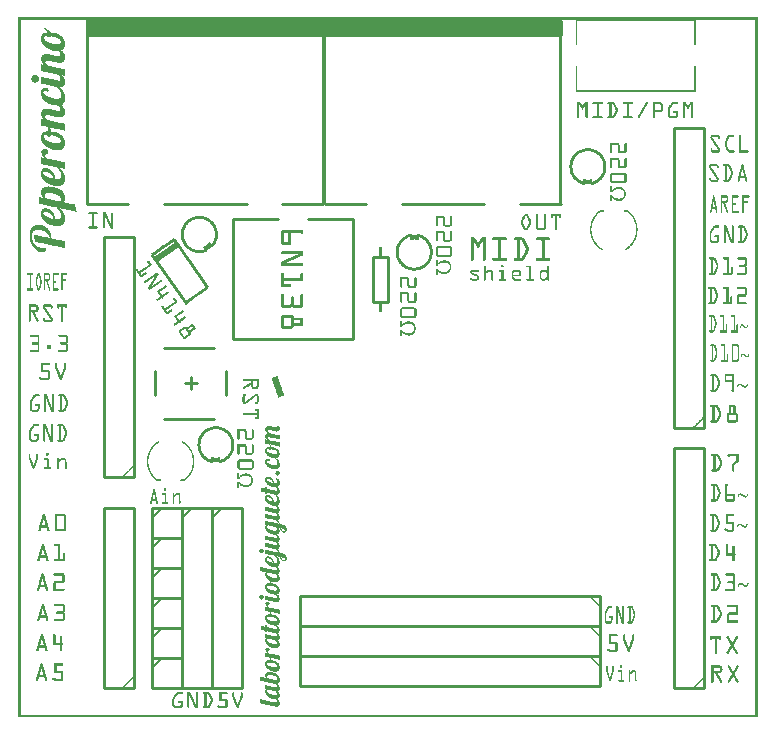
<source format=gto>
G04 MADE WITH FRITZING*
G04 WWW.FRITZING.ORG*
G04 DOUBLE SIDED*
G04 HOLES PLATED*
G04 CONTOUR ON CENTER OF CONTOUR VECTOR*
%ASAXBY*%
%FSLAX23Y23*%
%MOIN*%
%OFA0B0*%
%SFA1.0B1.0*%
%ADD10C,0.010000*%
%ADD11C,0.005000*%
%ADD12C,0.015000*%
%ADD13R,0.001000X0.001000*%
%LNSILK1*%
G90*
G70*
G54D10*
X1939Y205D02*
X939Y205D01*
D02*
X939Y205D02*
X939Y105D01*
D02*
X939Y105D02*
X1939Y105D01*
D02*
X1939Y105D02*
X1939Y205D01*
D02*
X1939Y305D02*
X939Y305D01*
D02*
X939Y305D02*
X939Y205D01*
D02*
X939Y205D02*
X1939Y205D01*
D02*
X1939Y205D02*
X1939Y305D01*
D02*
X1939Y405D02*
X939Y405D01*
D02*
X939Y405D02*
X939Y305D01*
D02*
X939Y305D02*
X1939Y305D01*
D02*
X1939Y305D02*
X1939Y405D01*
D02*
X643Y699D02*
X643Y99D01*
D02*
X643Y99D02*
X743Y99D01*
D02*
X743Y99D02*
X743Y699D01*
D02*
X743Y699D02*
X643Y699D01*
G54D11*
D02*
X643Y664D02*
X678Y699D01*
G54D10*
D02*
X543Y699D02*
X543Y99D01*
D02*
X543Y99D02*
X643Y99D01*
D02*
X643Y99D02*
X643Y699D01*
D02*
X643Y699D02*
X543Y699D01*
G54D11*
D02*
X543Y664D02*
X578Y699D01*
G54D10*
D02*
X443Y199D02*
X443Y99D01*
D02*
X443Y99D02*
X543Y99D01*
D02*
X543Y99D02*
X543Y199D01*
D02*
X543Y199D02*
X443Y199D01*
G54D11*
D02*
X443Y164D02*
X478Y199D01*
G54D10*
D02*
X443Y299D02*
X443Y199D01*
D02*
X443Y199D02*
X543Y199D01*
D02*
X543Y199D02*
X543Y299D01*
D02*
X543Y299D02*
X443Y299D01*
G54D11*
D02*
X443Y264D02*
X478Y299D01*
G54D10*
D02*
X443Y399D02*
X443Y299D01*
D02*
X443Y299D02*
X543Y299D01*
D02*
X543Y299D02*
X543Y399D01*
D02*
X543Y399D02*
X443Y399D01*
G54D11*
D02*
X443Y364D02*
X478Y399D01*
G54D10*
D02*
X443Y499D02*
X443Y399D01*
D02*
X443Y399D02*
X543Y399D01*
D02*
X543Y399D02*
X543Y499D01*
D02*
X543Y499D02*
X443Y499D01*
G54D11*
D02*
X443Y464D02*
X478Y499D01*
G54D10*
D02*
X443Y599D02*
X443Y499D01*
D02*
X443Y499D02*
X543Y499D01*
D02*
X543Y499D02*
X543Y599D01*
D02*
X543Y599D02*
X443Y599D01*
G54D11*
D02*
X443Y564D02*
X478Y599D01*
G54D10*
D02*
X443Y699D02*
X443Y599D01*
D02*
X443Y599D02*
X543Y599D01*
D02*
X543Y599D02*
X543Y699D01*
D02*
X543Y699D02*
X443Y699D01*
G54D11*
D02*
X443Y664D02*
X478Y699D01*
G54D10*
D02*
X455Y1075D02*
X455Y1154D01*
D02*
X652Y997D02*
X485Y997D01*
D02*
X652Y1233D02*
X485Y1233D01*
D02*
X691Y1075D02*
X691Y1154D01*
D02*
X573Y1095D02*
X573Y1135D01*
D02*
X554Y1115D02*
X593Y1115D01*
G54D11*
D02*
X1861Y2090D02*
X2255Y2090D01*
D02*
X2255Y2326D02*
X2157Y2326D01*
D02*
X2157Y2326D02*
X2038Y2326D01*
D02*
X2019Y2326D02*
X1979Y2326D01*
D02*
X1979Y2326D02*
X1960Y2326D01*
D02*
X1960Y2326D02*
X1861Y2326D01*
D02*
X2038Y2326D02*
X2019Y2326D01*
D02*
X2019Y2326D02*
X1999Y2326D01*
G54D10*
D02*
X1232Y1536D02*
X1232Y1386D01*
D02*
X1232Y1386D02*
X1182Y1386D01*
D02*
X1182Y1386D02*
X1182Y1536D01*
D02*
X1182Y1536D02*
X1232Y1536D01*
D02*
X557Y1382D02*
X446Y1542D01*
D02*
X383Y100D02*
X383Y700D01*
D02*
X383Y700D02*
X283Y700D01*
D02*
X283Y700D02*
X283Y100D01*
D02*
X283Y100D02*
X383Y100D01*
D02*
X2285Y965D02*
X2285Y1965D01*
D02*
X2285Y1965D02*
X2185Y1965D01*
D02*
X2185Y1965D02*
X2185Y965D01*
D02*
X2185Y965D02*
X2285Y965D01*
D02*
X2285Y99D02*
X2285Y899D01*
D02*
X2285Y899D02*
X2185Y899D01*
D02*
X2185Y899D02*
X2185Y99D01*
D02*
X2185Y99D02*
X2285Y99D01*
D02*
X384Y803D02*
X384Y1603D01*
D02*
X384Y1603D02*
X284Y1603D01*
D02*
X284Y1603D02*
X284Y803D01*
D02*
X284Y803D02*
X384Y803D01*
D02*
X878Y1712D02*
X1016Y1712D01*
D02*
X229Y1712D02*
X366Y1712D01*
D02*
X760Y1712D02*
X485Y1712D01*
G54D12*
D02*
X234Y2319D02*
X1011Y2319D01*
D02*
X1011Y2319D02*
X1011Y2309D01*
D02*
X1011Y2309D02*
X234Y2309D01*
D02*
X234Y2309D02*
X234Y2299D01*
D02*
X234Y2299D02*
X1011Y2299D01*
D02*
X1011Y2299D02*
X1011Y2289D01*
D02*
X1011Y2289D02*
X234Y2289D01*
D02*
X234Y2289D02*
X234Y2279D01*
D02*
X234Y2279D02*
X1011Y2279D01*
G54D10*
D02*
X1670Y1712D02*
X1808Y1712D01*
D02*
X1021Y1712D02*
X1158Y1712D01*
D02*
X1552Y1712D02*
X1277Y1712D01*
G54D12*
D02*
X1026Y2319D02*
X1803Y2319D01*
D02*
X1803Y2319D02*
X1803Y2309D01*
D02*
X1803Y2309D02*
X1026Y2309D01*
D02*
X1026Y2309D02*
X1026Y2299D01*
D02*
X1026Y2299D02*
X1803Y2299D01*
D02*
X1803Y2299D02*
X1803Y2289D01*
D02*
X1803Y2289D02*
X1026Y2289D01*
D02*
X1026Y2289D02*
X1026Y2279D01*
D02*
X1026Y2279D02*
X1803Y2279D01*
G54D10*
D02*
X715Y1662D02*
X715Y1262D01*
D02*
X715Y1262D02*
X1115Y1262D01*
D02*
X1115Y1262D02*
X1115Y1662D01*
D02*
X715Y1662D02*
X865Y1662D01*
D02*
X965Y1662D02*
X1115Y1662D01*
G54D13*
X0Y2334D02*
X2463Y2334D01*
X0Y2333D02*
X2463Y2333D01*
X0Y2332D02*
X2463Y2332D01*
X0Y2331D02*
X2463Y2331D01*
X0Y2330D02*
X2463Y2330D01*
X0Y2329D02*
X2463Y2329D01*
X0Y2328D02*
X2463Y2328D01*
X0Y2327D02*
X2463Y2327D01*
X0Y2326D02*
X7Y2326D01*
X224Y2326D02*
X1811Y2326D01*
X1858Y2326D02*
X1862Y2326D01*
X1957Y2326D02*
X1961Y2326D01*
X1975Y2326D02*
X1980Y2326D01*
X2015Y2326D02*
X2020Y2326D01*
X2035Y2326D02*
X2039Y2326D01*
X2153Y2326D02*
X2157Y2326D01*
X2252Y2326D02*
X2256Y2326D01*
X2456Y2326D02*
X2463Y2326D01*
X0Y2325D02*
X7Y2325D01*
X224Y2325D02*
X1811Y2325D01*
X1858Y2325D02*
X1862Y2325D01*
X1957Y2325D02*
X1960Y2325D01*
X1976Y2325D02*
X1980Y2325D01*
X2016Y2325D02*
X2019Y2325D01*
X2036Y2325D02*
X2039Y2325D01*
X2154Y2325D02*
X2157Y2325D01*
X2252Y2325D02*
X2256Y2325D01*
X2456Y2325D02*
X2463Y2325D01*
X0Y2324D02*
X7Y2324D01*
X224Y2324D02*
X1811Y2324D01*
X1858Y2324D02*
X1862Y2324D01*
X1958Y2324D02*
X1959Y2324D01*
X1977Y2324D02*
X1979Y2324D01*
X2017Y2324D02*
X2019Y2324D01*
X2036Y2324D02*
X2038Y2324D01*
X2155Y2324D02*
X2156Y2324D01*
X2252Y2324D02*
X2256Y2324D01*
X2456Y2324D02*
X2463Y2324D01*
X0Y2323D02*
X7Y2323D01*
X224Y2323D02*
X1811Y2323D01*
X1858Y2323D02*
X1862Y2323D01*
X2252Y2323D02*
X2256Y2323D01*
X2456Y2323D02*
X2463Y2323D01*
X0Y2322D02*
X7Y2322D01*
X224Y2322D02*
X1811Y2322D01*
X1858Y2322D02*
X1862Y2322D01*
X2252Y2322D02*
X2256Y2322D01*
X2456Y2322D02*
X2463Y2322D01*
X0Y2321D02*
X7Y2321D01*
X224Y2321D02*
X240Y2321D01*
X1011Y2321D02*
X1032Y2321D01*
X1802Y2321D02*
X1811Y2321D01*
X1858Y2321D02*
X1862Y2321D01*
X2252Y2321D02*
X2256Y2321D01*
X2456Y2321D02*
X2463Y2321D01*
X0Y2320D02*
X7Y2320D01*
X224Y2320D02*
X240Y2320D01*
X1011Y2320D02*
X1032Y2320D01*
X1802Y2320D02*
X1811Y2320D01*
X1858Y2320D02*
X1862Y2320D01*
X2252Y2320D02*
X2256Y2320D01*
X2456Y2320D02*
X2463Y2320D01*
X0Y2319D02*
X7Y2319D01*
X224Y2319D02*
X240Y2319D01*
X1011Y2319D02*
X1031Y2319D01*
X1802Y2319D02*
X1811Y2319D01*
X1858Y2319D02*
X1862Y2319D01*
X2252Y2319D02*
X2256Y2319D01*
X2456Y2319D02*
X2463Y2319D01*
X0Y2318D02*
X7Y2318D01*
X224Y2318D02*
X233Y2318D01*
X1011Y2318D02*
X1024Y2318D01*
X1802Y2318D02*
X1811Y2318D01*
X1858Y2318D02*
X1862Y2318D01*
X2252Y2318D02*
X2256Y2318D01*
X2456Y2318D02*
X2463Y2318D01*
X0Y2317D02*
X7Y2317D01*
X224Y2317D02*
X233Y2317D01*
X1011Y2317D02*
X1024Y2317D01*
X1802Y2317D02*
X1811Y2317D01*
X1858Y2317D02*
X1862Y2317D01*
X2252Y2317D02*
X2256Y2317D01*
X2456Y2317D02*
X2463Y2317D01*
X0Y2316D02*
X7Y2316D01*
X224Y2316D02*
X233Y2316D01*
X1011Y2316D02*
X1024Y2316D01*
X1802Y2316D02*
X1811Y2316D01*
X1858Y2316D02*
X1862Y2316D01*
X2252Y2316D02*
X2256Y2316D01*
X2456Y2316D02*
X2463Y2316D01*
X0Y2315D02*
X7Y2315D01*
X224Y2315D02*
X233Y2315D01*
X1011Y2315D02*
X1024Y2315D01*
X1802Y2315D02*
X1811Y2315D01*
X1858Y2315D02*
X1862Y2315D01*
X2252Y2315D02*
X2256Y2315D01*
X2456Y2315D02*
X2463Y2315D01*
X0Y2314D02*
X7Y2314D01*
X224Y2314D02*
X233Y2314D01*
X1011Y2314D02*
X1024Y2314D01*
X1802Y2314D02*
X1811Y2314D01*
X1858Y2314D02*
X1862Y2314D01*
X2252Y2314D02*
X2256Y2314D01*
X2456Y2314D02*
X2463Y2314D01*
X0Y2313D02*
X7Y2313D01*
X224Y2313D02*
X233Y2313D01*
X1011Y2313D02*
X1024Y2313D01*
X1802Y2313D02*
X1811Y2313D01*
X1858Y2313D02*
X1862Y2313D01*
X2252Y2313D02*
X2256Y2313D01*
X2456Y2313D02*
X2463Y2313D01*
X0Y2312D02*
X7Y2312D01*
X224Y2312D02*
X233Y2312D01*
X1011Y2312D02*
X1024Y2312D01*
X1802Y2312D02*
X1811Y2312D01*
X1858Y2312D02*
X1862Y2312D01*
X2252Y2312D02*
X2256Y2312D01*
X2456Y2312D02*
X2463Y2312D01*
X0Y2311D02*
X7Y2311D01*
X224Y2311D02*
X233Y2311D01*
X1011Y2311D02*
X1024Y2311D01*
X1802Y2311D02*
X1811Y2311D01*
X1858Y2311D02*
X1862Y2311D01*
X2252Y2311D02*
X2256Y2311D01*
X2456Y2311D02*
X2463Y2311D01*
X0Y2310D02*
X7Y2310D01*
X224Y2310D02*
X233Y2310D01*
X1011Y2310D02*
X1024Y2310D01*
X1802Y2310D02*
X1811Y2310D01*
X1858Y2310D02*
X1862Y2310D01*
X2252Y2310D02*
X2256Y2310D01*
X2456Y2310D02*
X2463Y2310D01*
X0Y2309D02*
X7Y2309D01*
X224Y2309D02*
X233Y2309D01*
X1011Y2309D02*
X1024Y2309D01*
X1802Y2309D02*
X1811Y2309D01*
X1858Y2309D02*
X1862Y2309D01*
X2252Y2309D02*
X2256Y2309D01*
X2456Y2309D02*
X2463Y2309D01*
X0Y2308D02*
X7Y2308D01*
X224Y2308D02*
X233Y2308D01*
X1011Y2308D02*
X1024Y2308D01*
X1802Y2308D02*
X1811Y2308D01*
X1858Y2308D02*
X1862Y2308D01*
X2252Y2308D02*
X2256Y2308D01*
X2456Y2308D02*
X2463Y2308D01*
X0Y2307D02*
X7Y2307D01*
X224Y2307D02*
X233Y2307D01*
X1011Y2307D02*
X1024Y2307D01*
X1802Y2307D02*
X1811Y2307D01*
X1858Y2307D02*
X1862Y2307D01*
X2252Y2307D02*
X2256Y2307D01*
X2456Y2307D02*
X2463Y2307D01*
X0Y2306D02*
X7Y2306D01*
X224Y2306D02*
X233Y2306D01*
X1011Y2306D02*
X1024Y2306D01*
X1802Y2306D02*
X1811Y2306D01*
X1858Y2306D02*
X1862Y2306D01*
X2252Y2306D02*
X2256Y2306D01*
X2456Y2306D02*
X2463Y2306D01*
X0Y2305D02*
X7Y2305D01*
X224Y2305D02*
X233Y2305D01*
X1011Y2305D02*
X1024Y2305D01*
X1802Y2305D02*
X1811Y2305D01*
X1858Y2305D02*
X1862Y2305D01*
X2252Y2305D02*
X2256Y2305D01*
X2456Y2305D02*
X2463Y2305D01*
X0Y2304D02*
X7Y2304D01*
X224Y2304D02*
X233Y2304D01*
X1011Y2304D02*
X1024Y2304D01*
X1802Y2304D02*
X1811Y2304D01*
X1858Y2304D02*
X1862Y2304D01*
X2252Y2304D02*
X2256Y2304D01*
X2456Y2304D02*
X2463Y2304D01*
X0Y2303D02*
X7Y2303D01*
X224Y2303D02*
X233Y2303D01*
X1011Y2303D02*
X1024Y2303D01*
X1802Y2303D02*
X1811Y2303D01*
X1858Y2303D02*
X1862Y2303D01*
X2252Y2303D02*
X2256Y2303D01*
X2456Y2303D02*
X2463Y2303D01*
X0Y2302D02*
X7Y2302D01*
X224Y2302D02*
X233Y2302D01*
X1011Y2302D02*
X1024Y2302D01*
X1802Y2302D02*
X1811Y2302D01*
X1858Y2302D02*
X1862Y2302D01*
X2252Y2302D02*
X2256Y2302D01*
X2456Y2302D02*
X2463Y2302D01*
X0Y2301D02*
X7Y2301D01*
X224Y2301D02*
X233Y2301D01*
X1011Y2301D02*
X1024Y2301D01*
X1802Y2301D02*
X1811Y2301D01*
X1858Y2301D02*
X1862Y2301D01*
X2252Y2301D02*
X2256Y2301D01*
X2456Y2301D02*
X2463Y2301D01*
X0Y2300D02*
X7Y2300D01*
X224Y2300D02*
X233Y2300D01*
X1011Y2300D02*
X1024Y2300D01*
X1802Y2300D02*
X1811Y2300D01*
X1858Y2300D02*
X1862Y2300D01*
X2252Y2300D02*
X2256Y2300D01*
X2456Y2300D02*
X2463Y2300D01*
X0Y2299D02*
X7Y2299D01*
X85Y2299D02*
X86Y2299D01*
X224Y2299D02*
X233Y2299D01*
X1011Y2299D02*
X1024Y2299D01*
X1802Y2299D02*
X1811Y2299D01*
X1858Y2299D02*
X1862Y2299D01*
X2252Y2299D02*
X2256Y2299D01*
X2456Y2299D02*
X2463Y2299D01*
X0Y2298D02*
X7Y2298D01*
X85Y2298D02*
X88Y2298D01*
X224Y2298D02*
X233Y2298D01*
X1011Y2298D02*
X1024Y2298D01*
X1802Y2298D02*
X1811Y2298D01*
X1858Y2298D02*
X1862Y2298D01*
X2252Y2298D02*
X2256Y2298D01*
X2456Y2298D02*
X2463Y2298D01*
X0Y2297D02*
X7Y2297D01*
X85Y2297D02*
X90Y2297D01*
X224Y2297D02*
X233Y2297D01*
X1011Y2297D02*
X1024Y2297D01*
X1802Y2297D02*
X1811Y2297D01*
X1858Y2297D02*
X1862Y2297D01*
X2252Y2297D02*
X2256Y2297D01*
X2456Y2297D02*
X2463Y2297D01*
X0Y2296D02*
X7Y2296D01*
X85Y2296D02*
X92Y2296D01*
X224Y2296D02*
X233Y2296D01*
X1011Y2296D02*
X1024Y2296D01*
X1802Y2296D02*
X1811Y2296D01*
X1858Y2296D02*
X1862Y2296D01*
X2252Y2296D02*
X2256Y2296D01*
X2456Y2296D02*
X2463Y2296D01*
X0Y2295D02*
X7Y2295D01*
X86Y2295D02*
X94Y2295D01*
X224Y2295D02*
X233Y2295D01*
X1011Y2295D02*
X1024Y2295D01*
X1802Y2295D02*
X1811Y2295D01*
X1858Y2295D02*
X1862Y2295D01*
X2252Y2295D02*
X2256Y2295D01*
X2456Y2295D02*
X2463Y2295D01*
X0Y2294D02*
X7Y2294D01*
X87Y2294D02*
X95Y2294D01*
X224Y2294D02*
X233Y2294D01*
X1011Y2294D02*
X1024Y2294D01*
X1802Y2294D02*
X1811Y2294D01*
X1858Y2294D02*
X1862Y2294D01*
X2252Y2294D02*
X2256Y2294D01*
X2456Y2294D02*
X2463Y2294D01*
X0Y2293D02*
X7Y2293D01*
X89Y2293D02*
X97Y2293D01*
X224Y2293D02*
X233Y2293D01*
X1011Y2293D02*
X1024Y2293D01*
X1802Y2293D02*
X1811Y2293D01*
X1858Y2293D02*
X1862Y2293D01*
X2252Y2293D02*
X2256Y2293D01*
X2456Y2293D02*
X2463Y2293D01*
X0Y2292D02*
X7Y2292D01*
X90Y2292D02*
X98Y2292D01*
X224Y2292D02*
X233Y2292D01*
X1011Y2292D02*
X1024Y2292D01*
X1802Y2292D02*
X1811Y2292D01*
X1858Y2292D02*
X1862Y2292D01*
X2252Y2292D02*
X2256Y2292D01*
X2456Y2292D02*
X2463Y2292D01*
X0Y2291D02*
X7Y2291D01*
X91Y2291D02*
X100Y2291D01*
X224Y2291D02*
X233Y2291D01*
X1011Y2291D02*
X1024Y2291D01*
X1802Y2291D02*
X1811Y2291D01*
X1858Y2291D02*
X1862Y2291D01*
X2252Y2291D02*
X2256Y2291D01*
X2456Y2291D02*
X2463Y2291D01*
X0Y2290D02*
X7Y2290D01*
X92Y2290D02*
X101Y2290D01*
X224Y2290D02*
X233Y2290D01*
X1011Y2290D02*
X1024Y2290D01*
X1802Y2290D02*
X1811Y2290D01*
X1858Y2290D02*
X1862Y2290D01*
X2252Y2290D02*
X2256Y2290D01*
X2456Y2290D02*
X2463Y2290D01*
X0Y2289D02*
X7Y2289D01*
X93Y2289D02*
X102Y2289D01*
X224Y2289D02*
X233Y2289D01*
X1011Y2289D02*
X1024Y2289D01*
X1802Y2289D02*
X1811Y2289D01*
X1858Y2289D02*
X1862Y2289D01*
X2252Y2289D02*
X2256Y2289D01*
X2456Y2289D02*
X2463Y2289D01*
X0Y2288D02*
X7Y2288D01*
X94Y2288D02*
X102Y2288D01*
X224Y2288D02*
X233Y2288D01*
X1011Y2288D02*
X1024Y2288D01*
X1802Y2288D02*
X1811Y2288D01*
X1858Y2288D02*
X1862Y2288D01*
X2252Y2288D02*
X2256Y2288D01*
X2456Y2288D02*
X2463Y2288D01*
X0Y2287D02*
X7Y2287D01*
X95Y2287D02*
X103Y2287D01*
X224Y2287D02*
X233Y2287D01*
X1011Y2287D02*
X1024Y2287D01*
X1802Y2287D02*
X1811Y2287D01*
X1858Y2287D02*
X1862Y2287D01*
X2252Y2287D02*
X2256Y2287D01*
X2456Y2287D02*
X2463Y2287D01*
X0Y2286D02*
X7Y2286D01*
X95Y2286D02*
X104Y2286D01*
X224Y2286D02*
X233Y2286D01*
X1011Y2286D02*
X1024Y2286D01*
X1802Y2286D02*
X1811Y2286D01*
X1858Y2286D02*
X1862Y2286D01*
X2252Y2286D02*
X2256Y2286D01*
X2456Y2286D02*
X2463Y2286D01*
X0Y2285D02*
X7Y2285D01*
X96Y2285D02*
X105Y2285D01*
X224Y2285D02*
X233Y2285D01*
X1011Y2285D02*
X1024Y2285D01*
X1802Y2285D02*
X1811Y2285D01*
X1858Y2285D02*
X1862Y2285D01*
X2252Y2285D02*
X2256Y2285D01*
X2456Y2285D02*
X2463Y2285D01*
X0Y2284D02*
X7Y2284D01*
X95Y2284D02*
X106Y2284D01*
X224Y2284D02*
X233Y2284D01*
X1011Y2284D02*
X1024Y2284D01*
X1802Y2284D02*
X1811Y2284D01*
X1858Y2284D02*
X1862Y2284D01*
X2252Y2284D02*
X2256Y2284D01*
X2456Y2284D02*
X2463Y2284D01*
X0Y2283D02*
X7Y2283D01*
X89Y2283D02*
X114Y2283D01*
X224Y2283D02*
X233Y2283D01*
X1011Y2283D02*
X1024Y2283D01*
X1802Y2283D02*
X1811Y2283D01*
X1858Y2283D02*
X1862Y2283D01*
X2252Y2283D02*
X2256Y2283D01*
X2456Y2283D02*
X2463Y2283D01*
X0Y2282D02*
X7Y2282D01*
X86Y2282D02*
X119Y2282D01*
X224Y2282D02*
X233Y2282D01*
X1011Y2282D02*
X1024Y2282D01*
X1802Y2282D02*
X1811Y2282D01*
X1858Y2282D02*
X1862Y2282D01*
X2252Y2282D02*
X2256Y2282D01*
X2456Y2282D02*
X2463Y2282D01*
X0Y2281D02*
X7Y2281D01*
X84Y2281D02*
X123Y2281D01*
X224Y2281D02*
X233Y2281D01*
X1011Y2281D02*
X1024Y2281D01*
X1802Y2281D02*
X1811Y2281D01*
X1858Y2281D02*
X1862Y2281D01*
X2252Y2281D02*
X2256Y2281D01*
X2456Y2281D02*
X2463Y2281D01*
X0Y2280D02*
X7Y2280D01*
X82Y2280D02*
X126Y2280D01*
X224Y2280D02*
X233Y2280D01*
X1011Y2280D02*
X1024Y2280D01*
X1802Y2280D02*
X1811Y2280D01*
X1858Y2280D02*
X1862Y2280D01*
X2252Y2280D02*
X2256Y2280D01*
X2456Y2280D02*
X2463Y2280D01*
X0Y2279D02*
X7Y2279D01*
X81Y2279D02*
X128Y2279D01*
X224Y2279D02*
X233Y2279D01*
X1011Y2279D02*
X1024Y2279D01*
X1802Y2279D02*
X1811Y2279D01*
X1858Y2279D02*
X1862Y2279D01*
X2252Y2279D02*
X2256Y2279D01*
X2456Y2279D02*
X2463Y2279D01*
X0Y2278D02*
X7Y2278D01*
X80Y2278D02*
X131Y2278D01*
X224Y2278D02*
X233Y2278D01*
X1011Y2278D02*
X1024Y2278D01*
X1802Y2278D02*
X1811Y2278D01*
X1858Y2278D02*
X1862Y2278D01*
X2252Y2278D02*
X2256Y2278D01*
X2456Y2278D02*
X2463Y2278D01*
X0Y2277D02*
X7Y2277D01*
X79Y2277D02*
X133Y2277D01*
X224Y2277D02*
X233Y2277D01*
X1011Y2277D02*
X1024Y2277D01*
X1802Y2277D02*
X1811Y2277D01*
X1858Y2277D02*
X1862Y2277D01*
X2252Y2277D02*
X2256Y2277D01*
X2456Y2277D02*
X2463Y2277D01*
X0Y2276D02*
X7Y2276D01*
X78Y2276D02*
X135Y2276D01*
X224Y2276D02*
X233Y2276D01*
X1011Y2276D02*
X1024Y2276D01*
X1802Y2276D02*
X1811Y2276D01*
X1858Y2276D02*
X1862Y2276D01*
X2252Y2276D02*
X2256Y2276D01*
X2456Y2276D02*
X2463Y2276D01*
X0Y2275D02*
X7Y2275D01*
X77Y2275D02*
X137Y2275D01*
X224Y2275D02*
X233Y2275D01*
X1011Y2275D02*
X1024Y2275D01*
X1802Y2275D02*
X1811Y2275D01*
X1858Y2275D02*
X1862Y2275D01*
X2252Y2275D02*
X2256Y2275D01*
X2456Y2275D02*
X2463Y2275D01*
X0Y2274D02*
X7Y2274D01*
X77Y2274D02*
X138Y2274D01*
X224Y2274D02*
X233Y2274D01*
X1011Y2274D02*
X1024Y2274D01*
X1802Y2274D02*
X1811Y2274D01*
X1858Y2274D02*
X1862Y2274D01*
X2252Y2274D02*
X2256Y2274D01*
X2456Y2274D02*
X2463Y2274D01*
X0Y2273D02*
X7Y2273D01*
X76Y2273D02*
X140Y2273D01*
X224Y2273D02*
X233Y2273D01*
X1011Y2273D02*
X1024Y2273D01*
X1802Y2273D02*
X1811Y2273D01*
X1858Y2273D02*
X1862Y2273D01*
X2252Y2273D02*
X2256Y2273D01*
X2456Y2273D02*
X2463Y2273D01*
X0Y2272D02*
X7Y2272D01*
X76Y2272D02*
X141Y2272D01*
X224Y2272D02*
X233Y2272D01*
X1011Y2272D02*
X1024Y2272D01*
X1802Y2272D02*
X1811Y2272D01*
X1858Y2272D02*
X1862Y2272D01*
X2252Y2272D02*
X2256Y2272D01*
X2456Y2272D02*
X2463Y2272D01*
X0Y2271D02*
X7Y2271D01*
X76Y2271D02*
X90Y2271D01*
X93Y2271D02*
X142Y2271D01*
X224Y2271D02*
X233Y2271D01*
X1011Y2271D02*
X1024Y2271D01*
X1802Y2271D02*
X1811Y2271D01*
X1858Y2271D02*
X1862Y2271D01*
X2252Y2271D02*
X2256Y2271D01*
X2456Y2271D02*
X2463Y2271D01*
X0Y2270D02*
X7Y2270D01*
X76Y2270D02*
X86Y2270D01*
X94Y2270D02*
X107Y2270D01*
X113Y2270D02*
X143Y2270D01*
X224Y2270D02*
X233Y2270D01*
X1011Y2270D02*
X1024Y2270D01*
X1802Y2270D02*
X1811Y2270D01*
X1858Y2270D02*
X1862Y2270D01*
X2252Y2270D02*
X2256Y2270D01*
X2456Y2270D02*
X2463Y2270D01*
X0Y2269D02*
X7Y2269D01*
X75Y2269D02*
X85Y2269D01*
X95Y2269D02*
X106Y2269D01*
X117Y2269D02*
X145Y2269D01*
X224Y2269D02*
X233Y2269D01*
X1011Y2269D02*
X1024Y2269D01*
X1802Y2269D02*
X1811Y2269D01*
X1858Y2269D02*
X1862Y2269D01*
X2252Y2269D02*
X2256Y2269D01*
X2456Y2269D02*
X2463Y2269D01*
X0Y2268D02*
X7Y2268D01*
X75Y2268D02*
X84Y2268D01*
X97Y2268D02*
X105Y2268D01*
X121Y2268D02*
X146Y2268D01*
X224Y2268D02*
X233Y2268D01*
X1011Y2268D02*
X1024Y2268D01*
X1802Y2268D02*
X1811Y2268D01*
X1858Y2268D02*
X1862Y2268D01*
X2252Y2268D02*
X2256Y2268D01*
X2456Y2268D02*
X2463Y2268D01*
X0Y2267D02*
X7Y2267D01*
X75Y2267D02*
X84Y2267D01*
X101Y2267D02*
X101Y2267D01*
X124Y2267D02*
X146Y2267D01*
X224Y2267D02*
X233Y2267D01*
X1011Y2267D02*
X1024Y2267D01*
X1802Y2267D02*
X1811Y2267D01*
X1858Y2267D02*
X1862Y2267D01*
X2252Y2267D02*
X2256Y2267D01*
X2456Y2267D02*
X2463Y2267D01*
X0Y2266D02*
X7Y2266D01*
X75Y2266D02*
X83Y2266D01*
X127Y2266D02*
X147Y2266D01*
X224Y2266D02*
X233Y2266D01*
X1011Y2266D02*
X1024Y2266D01*
X1802Y2266D02*
X1811Y2266D01*
X1858Y2266D02*
X1862Y2266D01*
X2252Y2266D02*
X2256Y2266D01*
X2456Y2266D02*
X2463Y2266D01*
X0Y2265D02*
X7Y2265D01*
X75Y2265D02*
X83Y2265D01*
X129Y2265D02*
X148Y2265D01*
X224Y2265D02*
X233Y2265D01*
X1011Y2265D02*
X1024Y2265D01*
X1802Y2265D02*
X1811Y2265D01*
X1858Y2265D02*
X1862Y2265D01*
X2252Y2265D02*
X2256Y2265D01*
X2456Y2265D02*
X2463Y2265D01*
X0Y2264D02*
X7Y2264D01*
X75Y2264D02*
X84Y2264D01*
X131Y2264D02*
X149Y2264D01*
X224Y2264D02*
X233Y2264D01*
X1011Y2264D02*
X1024Y2264D01*
X1802Y2264D02*
X1811Y2264D01*
X1858Y2264D02*
X1862Y2264D01*
X2252Y2264D02*
X2256Y2264D01*
X2456Y2264D02*
X2463Y2264D01*
X0Y2263D02*
X7Y2263D01*
X75Y2263D02*
X84Y2263D01*
X133Y2263D02*
X149Y2263D01*
X224Y2263D02*
X233Y2263D01*
X1011Y2263D02*
X1024Y2263D01*
X1802Y2263D02*
X1811Y2263D01*
X1858Y2263D02*
X1862Y2263D01*
X2252Y2263D02*
X2256Y2263D01*
X2456Y2263D02*
X2463Y2263D01*
X0Y2262D02*
X7Y2262D01*
X75Y2262D02*
X84Y2262D01*
X135Y2262D02*
X150Y2262D01*
X224Y2262D02*
X233Y2262D01*
X1011Y2262D02*
X1024Y2262D01*
X1802Y2262D02*
X1811Y2262D01*
X1858Y2262D02*
X1862Y2262D01*
X2252Y2262D02*
X2256Y2262D01*
X2456Y2262D02*
X2463Y2262D01*
X0Y2261D02*
X7Y2261D01*
X75Y2261D02*
X85Y2261D01*
X136Y2261D02*
X151Y2261D01*
X224Y2261D02*
X233Y2261D01*
X1011Y2261D02*
X1024Y2261D01*
X1802Y2261D02*
X1811Y2261D01*
X1858Y2261D02*
X1862Y2261D01*
X2252Y2261D02*
X2256Y2261D01*
X2456Y2261D02*
X2463Y2261D01*
X0Y2260D02*
X7Y2260D01*
X75Y2260D02*
X86Y2260D01*
X137Y2260D02*
X151Y2260D01*
X224Y2260D02*
X233Y2260D01*
X1011Y2260D02*
X1024Y2260D01*
X1802Y2260D02*
X1811Y2260D01*
X1858Y2260D02*
X1862Y2260D01*
X2252Y2260D02*
X2256Y2260D01*
X2456Y2260D02*
X2463Y2260D01*
X0Y2259D02*
X7Y2259D01*
X75Y2259D02*
X87Y2259D01*
X138Y2259D02*
X152Y2259D01*
X224Y2259D02*
X233Y2259D01*
X1011Y2259D02*
X1024Y2259D01*
X1802Y2259D02*
X1811Y2259D01*
X1858Y2259D02*
X1862Y2259D01*
X2252Y2259D02*
X2256Y2259D01*
X2456Y2259D02*
X2463Y2259D01*
X0Y2258D02*
X7Y2258D01*
X75Y2258D02*
X88Y2258D01*
X139Y2258D02*
X152Y2258D01*
X224Y2258D02*
X233Y2258D01*
X1011Y2258D02*
X1024Y2258D01*
X1802Y2258D02*
X1811Y2258D01*
X1858Y2258D02*
X1862Y2258D01*
X2252Y2258D02*
X2256Y2258D01*
X2456Y2258D02*
X2463Y2258D01*
X0Y2257D02*
X7Y2257D01*
X75Y2257D02*
X89Y2257D01*
X140Y2257D02*
X152Y2257D01*
X224Y2257D02*
X233Y2257D01*
X1011Y2257D02*
X1024Y2257D01*
X1802Y2257D02*
X1811Y2257D01*
X1858Y2257D02*
X1862Y2257D01*
X2252Y2257D02*
X2256Y2257D01*
X2456Y2257D02*
X2463Y2257D01*
X0Y2256D02*
X7Y2256D01*
X76Y2256D02*
X90Y2256D01*
X140Y2256D02*
X153Y2256D01*
X224Y2256D02*
X233Y2256D01*
X1011Y2256D02*
X1024Y2256D01*
X1802Y2256D02*
X1811Y2256D01*
X1858Y2256D02*
X1862Y2256D01*
X2252Y2256D02*
X2256Y2256D01*
X2456Y2256D02*
X2463Y2256D01*
X0Y2255D02*
X7Y2255D01*
X76Y2255D02*
X92Y2255D01*
X141Y2255D02*
X153Y2255D01*
X224Y2255D02*
X233Y2255D01*
X1011Y2255D02*
X1024Y2255D01*
X1802Y2255D02*
X1811Y2255D01*
X1858Y2255D02*
X1862Y2255D01*
X2252Y2255D02*
X2256Y2255D01*
X2456Y2255D02*
X2463Y2255D01*
X0Y2254D02*
X7Y2254D01*
X76Y2254D02*
X93Y2254D01*
X141Y2254D02*
X153Y2254D01*
X224Y2254D02*
X233Y2254D01*
X1011Y2254D02*
X1024Y2254D01*
X1802Y2254D02*
X1811Y2254D01*
X1858Y2254D02*
X1862Y2254D01*
X2252Y2254D02*
X2256Y2254D01*
X2456Y2254D02*
X2463Y2254D01*
X0Y2253D02*
X7Y2253D01*
X76Y2253D02*
X95Y2253D01*
X141Y2253D02*
X154Y2253D01*
X224Y2253D02*
X233Y2253D01*
X1011Y2253D02*
X1024Y2253D01*
X1802Y2253D02*
X1811Y2253D01*
X1858Y2253D02*
X1862Y2253D01*
X2252Y2253D02*
X2256Y2253D01*
X2456Y2253D02*
X2463Y2253D01*
X0Y2252D02*
X7Y2252D01*
X77Y2252D02*
X97Y2252D01*
X141Y2252D02*
X154Y2252D01*
X224Y2252D02*
X233Y2252D01*
X1011Y2252D02*
X1024Y2252D01*
X1802Y2252D02*
X1811Y2252D01*
X1858Y2252D02*
X1862Y2252D01*
X2252Y2252D02*
X2256Y2252D01*
X2456Y2252D02*
X2463Y2252D01*
X0Y2251D02*
X7Y2251D01*
X77Y2251D02*
X100Y2251D01*
X141Y2251D02*
X154Y2251D01*
X224Y2251D02*
X233Y2251D01*
X1011Y2251D02*
X1024Y2251D01*
X1802Y2251D02*
X1811Y2251D01*
X1858Y2251D02*
X1862Y2251D01*
X2252Y2251D02*
X2256Y2251D01*
X2456Y2251D02*
X2463Y2251D01*
X0Y2250D02*
X7Y2250D01*
X77Y2250D02*
X102Y2250D01*
X141Y2250D02*
X154Y2250D01*
X224Y2250D02*
X233Y2250D01*
X1011Y2250D02*
X1024Y2250D01*
X1802Y2250D02*
X1811Y2250D01*
X1858Y2250D02*
X1862Y2250D01*
X2252Y2250D02*
X2256Y2250D01*
X2456Y2250D02*
X2463Y2250D01*
X0Y2249D02*
X7Y2249D01*
X78Y2249D02*
X105Y2249D01*
X140Y2249D02*
X154Y2249D01*
X224Y2249D02*
X233Y2249D01*
X1011Y2249D02*
X1024Y2249D01*
X1802Y2249D02*
X1811Y2249D01*
X1858Y2249D02*
X1862Y2249D01*
X2252Y2249D02*
X2256Y2249D01*
X2456Y2249D02*
X2463Y2249D01*
X0Y2248D02*
X7Y2248D01*
X78Y2248D02*
X108Y2248D01*
X140Y2248D02*
X154Y2248D01*
X224Y2248D02*
X233Y2248D01*
X1011Y2248D02*
X1024Y2248D01*
X1802Y2248D02*
X1811Y2248D01*
X1858Y2248D02*
X1862Y2248D01*
X2252Y2248D02*
X2256Y2248D01*
X2456Y2248D02*
X2463Y2248D01*
X0Y2247D02*
X7Y2247D01*
X79Y2247D02*
X112Y2247D01*
X139Y2247D02*
X154Y2247D01*
X224Y2247D02*
X233Y2247D01*
X1011Y2247D02*
X1024Y2247D01*
X1802Y2247D02*
X1811Y2247D01*
X1858Y2247D02*
X1862Y2247D01*
X2252Y2247D02*
X2256Y2247D01*
X2456Y2247D02*
X2463Y2247D01*
X0Y2246D02*
X7Y2246D01*
X79Y2246D02*
X117Y2246D01*
X137Y2246D02*
X154Y2246D01*
X224Y2246D02*
X233Y2246D01*
X1011Y2246D02*
X1024Y2246D01*
X1802Y2246D02*
X1811Y2246D01*
X1858Y2246D02*
X1862Y2246D01*
X2252Y2246D02*
X2256Y2246D01*
X2456Y2246D02*
X2463Y2246D01*
X0Y2245D02*
X7Y2245D01*
X80Y2245D02*
X126Y2245D01*
X130Y2245D02*
X154Y2245D01*
X224Y2245D02*
X233Y2245D01*
X1011Y2245D02*
X1024Y2245D01*
X1802Y2245D02*
X1811Y2245D01*
X1858Y2245D02*
X1862Y2245D01*
X2252Y2245D02*
X2256Y2245D01*
X2456Y2245D02*
X2463Y2245D01*
X0Y2244D02*
X7Y2244D01*
X81Y2244D02*
X154Y2244D01*
X224Y2244D02*
X233Y2244D01*
X1011Y2244D02*
X1024Y2244D01*
X1802Y2244D02*
X1811Y2244D01*
X1858Y2244D02*
X1862Y2244D01*
X2252Y2244D02*
X2256Y2244D01*
X2456Y2244D02*
X2463Y2244D01*
X0Y2243D02*
X7Y2243D01*
X81Y2243D02*
X154Y2243D01*
X224Y2243D02*
X233Y2243D01*
X1011Y2243D02*
X1024Y2243D01*
X1802Y2243D02*
X1811Y2243D01*
X1858Y2243D02*
X1860Y2243D01*
X2254Y2243D02*
X2256Y2243D01*
X2456Y2243D02*
X2463Y2243D01*
X0Y2242D02*
X7Y2242D01*
X82Y2242D02*
X154Y2242D01*
X224Y2242D02*
X233Y2242D01*
X1011Y2242D02*
X1024Y2242D01*
X1802Y2242D02*
X1811Y2242D01*
X1858Y2242D02*
X1858Y2242D01*
X2256Y2242D02*
X2256Y2242D01*
X2456Y2242D02*
X2463Y2242D01*
X0Y2241D02*
X7Y2241D01*
X83Y2241D02*
X154Y2241D01*
X224Y2241D02*
X233Y2241D01*
X1011Y2241D02*
X1024Y2241D01*
X1802Y2241D02*
X1811Y2241D01*
X2456Y2241D02*
X2463Y2241D01*
X0Y2240D02*
X7Y2240D01*
X84Y2240D02*
X154Y2240D01*
X224Y2240D02*
X233Y2240D01*
X1011Y2240D02*
X1024Y2240D01*
X1802Y2240D02*
X1811Y2240D01*
X2456Y2240D02*
X2463Y2240D01*
X0Y2239D02*
X7Y2239D01*
X85Y2239D02*
X153Y2239D01*
X224Y2239D02*
X233Y2239D01*
X1011Y2239D02*
X1024Y2239D01*
X1802Y2239D02*
X1811Y2239D01*
X2456Y2239D02*
X2463Y2239D01*
X0Y2238D02*
X7Y2238D01*
X86Y2238D02*
X153Y2238D01*
X224Y2238D02*
X233Y2238D01*
X1011Y2238D02*
X1024Y2238D01*
X1802Y2238D02*
X1811Y2238D01*
X2456Y2238D02*
X2463Y2238D01*
X0Y2237D02*
X7Y2237D01*
X87Y2237D02*
X153Y2237D01*
X224Y2237D02*
X233Y2237D01*
X1011Y2237D02*
X1024Y2237D01*
X1802Y2237D02*
X1811Y2237D01*
X2456Y2237D02*
X2463Y2237D01*
X0Y2236D02*
X7Y2236D01*
X88Y2236D02*
X153Y2236D01*
X224Y2236D02*
X233Y2236D01*
X1011Y2236D02*
X1024Y2236D01*
X1802Y2236D02*
X1811Y2236D01*
X2456Y2236D02*
X2463Y2236D01*
X0Y2235D02*
X7Y2235D01*
X90Y2235D02*
X152Y2235D01*
X224Y2235D02*
X233Y2235D01*
X1011Y2235D02*
X1024Y2235D01*
X1802Y2235D02*
X1811Y2235D01*
X2456Y2235D02*
X2463Y2235D01*
X0Y2234D02*
X7Y2234D01*
X91Y2234D02*
X152Y2234D01*
X224Y2234D02*
X233Y2234D01*
X1011Y2234D02*
X1024Y2234D01*
X1802Y2234D02*
X1811Y2234D01*
X2456Y2234D02*
X2463Y2234D01*
X0Y2233D02*
X7Y2233D01*
X92Y2233D02*
X151Y2233D01*
X224Y2233D02*
X233Y2233D01*
X1011Y2233D02*
X1024Y2233D01*
X1802Y2233D02*
X1811Y2233D01*
X2456Y2233D02*
X2463Y2233D01*
X0Y2232D02*
X7Y2232D01*
X94Y2232D02*
X151Y2232D01*
X224Y2232D02*
X233Y2232D01*
X1011Y2232D02*
X1024Y2232D01*
X1802Y2232D02*
X1811Y2232D01*
X2456Y2232D02*
X2463Y2232D01*
X0Y2231D02*
X7Y2231D01*
X95Y2231D02*
X150Y2231D01*
X224Y2231D02*
X233Y2231D01*
X1011Y2231D02*
X1024Y2231D01*
X1802Y2231D02*
X1811Y2231D01*
X2456Y2231D02*
X2463Y2231D01*
X0Y2230D02*
X7Y2230D01*
X97Y2230D02*
X150Y2230D01*
X224Y2230D02*
X233Y2230D01*
X1011Y2230D02*
X1024Y2230D01*
X1802Y2230D02*
X1811Y2230D01*
X2456Y2230D02*
X2463Y2230D01*
X0Y2229D02*
X7Y2229D01*
X99Y2229D02*
X149Y2229D01*
X224Y2229D02*
X233Y2229D01*
X1011Y2229D02*
X1024Y2229D01*
X1802Y2229D02*
X1811Y2229D01*
X2456Y2229D02*
X2463Y2229D01*
X0Y2228D02*
X7Y2228D01*
X101Y2228D02*
X148Y2228D01*
X224Y2228D02*
X233Y2228D01*
X1011Y2228D02*
X1024Y2228D01*
X1802Y2228D02*
X1811Y2228D01*
X2456Y2228D02*
X2463Y2228D01*
X0Y2227D02*
X7Y2227D01*
X104Y2227D02*
X147Y2227D01*
X224Y2227D02*
X233Y2227D01*
X1011Y2227D02*
X1024Y2227D01*
X1802Y2227D02*
X1811Y2227D01*
X2456Y2227D02*
X2463Y2227D01*
X0Y2226D02*
X7Y2226D01*
X106Y2226D02*
X146Y2226D01*
X224Y2226D02*
X233Y2226D01*
X1011Y2226D02*
X1024Y2226D01*
X1802Y2226D02*
X1811Y2226D01*
X2456Y2226D02*
X2463Y2226D01*
X0Y2225D02*
X7Y2225D01*
X110Y2225D02*
X144Y2225D01*
X224Y2225D02*
X233Y2225D01*
X1011Y2225D02*
X1024Y2225D01*
X1802Y2225D02*
X1811Y2225D01*
X2456Y2225D02*
X2463Y2225D01*
X0Y2224D02*
X7Y2224D01*
X113Y2224D02*
X142Y2224D01*
X224Y2224D02*
X233Y2224D01*
X1011Y2224D02*
X1024Y2224D01*
X1802Y2224D02*
X1811Y2224D01*
X2456Y2224D02*
X2463Y2224D01*
X0Y2223D02*
X7Y2223D01*
X117Y2223D02*
X141Y2223D01*
X224Y2223D02*
X233Y2223D01*
X1011Y2223D02*
X1024Y2223D01*
X1802Y2223D02*
X1811Y2223D01*
X2456Y2223D02*
X2463Y2223D01*
X0Y2222D02*
X7Y2222D01*
X124Y2222D02*
X143Y2222D01*
X224Y2222D02*
X233Y2222D01*
X1011Y2222D02*
X1024Y2222D01*
X1802Y2222D02*
X1811Y2222D01*
X2456Y2222D02*
X2463Y2222D01*
X0Y2221D02*
X7Y2221D01*
X132Y2221D02*
X144Y2221D01*
X224Y2221D02*
X233Y2221D01*
X1011Y2221D02*
X1024Y2221D01*
X1802Y2221D02*
X1811Y2221D01*
X2456Y2221D02*
X2463Y2221D01*
X0Y2220D02*
X7Y2220D01*
X134Y2220D02*
X146Y2220D01*
X224Y2220D02*
X233Y2220D01*
X1011Y2220D02*
X1024Y2220D01*
X1802Y2220D02*
X1811Y2220D01*
X2456Y2220D02*
X2463Y2220D01*
X0Y2219D02*
X7Y2219D01*
X136Y2219D02*
X147Y2219D01*
X224Y2219D02*
X233Y2219D01*
X1011Y2219D02*
X1024Y2219D01*
X1802Y2219D02*
X1811Y2219D01*
X2456Y2219D02*
X2463Y2219D01*
X0Y2218D02*
X7Y2218D01*
X137Y2218D02*
X148Y2218D01*
X224Y2218D02*
X233Y2218D01*
X1011Y2218D02*
X1024Y2218D01*
X1802Y2218D02*
X1811Y2218D01*
X2456Y2218D02*
X2463Y2218D01*
X0Y2217D02*
X7Y2217D01*
X138Y2217D02*
X149Y2217D01*
X224Y2217D02*
X233Y2217D01*
X1011Y2217D02*
X1024Y2217D01*
X1802Y2217D02*
X1811Y2217D01*
X2456Y2217D02*
X2463Y2217D01*
X0Y2216D02*
X7Y2216D01*
X139Y2216D02*
X149Y2216D01*
X224Y2216D02*
X233Y2216D01*
X1011Y2216D02*
X1024Y2216D01*
X1802Y2216D02*
X1811Y2216D01*
X2456Y2216D02*
X2463Y2216D01*
X0Y2215D02*
X7Y2215D01*
X139Y2215D02*
X150Y2215D01*
X224Y2215D02*
X233Y2215D01*
X1011Y2215D02*
X1024Y2215D01*
X1802Y2215D02*
X1811Y2215D01*
X2456Y2215D02*
X2463Y2215D01*
X0Y2214D02*
X7Y2214D01*
X140Y2214D02*
X151Y2214D01*
X224Y2214D02*
X233Y2214D01*
X1011Y2214D02*
X1024Y2214D01*
X1802Y2214D02*
X1811Y2214D01*
X2456Y2214D02*
X2463Y2214D01*
X0Y2213D02*
X7Y2213D01*
X140Y2213D02*
X151Y2213D01*
X224Y2213D02*
X233Y2213D01*
X1011Y2213D02*
X1024Y2213D01*
X1802Y2213D02*
X1811Y2213D01*
X2456Y2213D02*
X2463Y2213D01*
X0Y2212D02*
X7Y2212D01*
X140Y2212D02*
X152Y2212D01*
X224Y2212D02*
X233Y2212D01*
X1011Y2212D02*
X1024Y2212D01*
X1802Y2212D02*
X1811Y2212D01*
X2456Y2212D02*
X2463Y2212D01*
X0Y2211D02*
X7Y2211D01*
X87Y2211D02*
X100Y2211D01*
X140Y2211D02*
X152Y2211D01*
X224Y2211D02*
X233Y2211D01*
X1011Y2211D02*
X1024Y2211D01*
X1802Y2211D02*
X1811Y2211D01*
X2456Y2211D02*
X2463Y2211D01*
X0Y2210D02*
X7Y2210D01*
X84Y2210D02*
X105Y2210D01*
X140Y2210D02*
X153Y2210D01*
X224Y2210D02*
X233Y2210D01*
X1011Y2210D02*
X1024Y2210D01*
X1802Y2210D02*
X1811Y2210D01*
X2456Y2210D02*
X2463Y2210D01*
X0Y2209D02*
X7Y2209D01*
X82Y2209D02*
X109Y2209D01*
X140Y2209D02*
X153Y2209D01*
X224Y2209D02*
X233Y2209D01*
X1011Y2209D02*
X1024Y2209D01*
X1802Y2209D02*
X1811Y2209D01*
X2456Y2209D02*
X2463Y2209D01*
X0Y2208D02*
X7Y2208D01*
X81Y2208D02*
X114Y2208D01*
X140Y2208D02*
X153Y2208D01*
X224Y2208D02*
X233Y2208D01*
X1011Y2208D02*
X1024Y2208D01*
X1802Y2208D02*
X1811Y2208D01*
X2456Y2208D02*
X2463Y2208D01*
X0Y2207D02*
X7Y2207D01*
X80Y2207D02*
X118Y2207D01*
X140Y2207D02*
X154Y2207D01*
X224Y2207D02*
X233Y2207D01*
X1011Y2207D02*
X1024Y2207D01*
X1802Y2207D02*
X1811Y2207D01*
X2456Y2207D02*
X2463Y2207D01*
X0Y2206D02*
X7Y2206D01*
X79Y2206D02*
X122Y2206D01*
X139Y2206D02*
X154Y2206D01*
X224Y2206D02*
X233Y2206D01*
X1011Y2206D02*
X1024Y2206D01*
X1802Y2206D02*
X1811Y2206D01*
X2456Y2206D02*
X2463Y2206D01*
X0Y2205D02*
X7Y2205D01*
X78Y2205D02*
X126Y2205D01*
X138Y2205D02*
X154Y2205D01*
X224Y2205D02*
X233Y2205D01*
X1011Y2205D02*
X1024Y2205D01*
X1802Y2205D02*
X1811Y2205D01*
X2456Y2205D02*
X2463Y2205D01*
X0Y2204D02*
X7Y2204D01*
X78Y2204D02*
X154Y2204D01*
X224Y2204D02*
X233Y2204D01*
X1011Y2204D02*
X1024Y2204D01*
X1802Y2204D02*
X1811Y2204D01*
X2456Y2204D02*
X2463Y2204D01*
X0Y2203D02*
X7Y2203D01*
X77Y2203D02*
X154Y2203D01*
X224Y2203D02*
X233Y2203D01*
X1011Y2203D02*
X1024Y2203D01*
X1802Y2203D02*
X1811Y2203D01*
X2456Y2203D02*
X2463Y2203D01*
X0Y2202D02*
X7Y2202D01*
X77Y2202D02*
X155Y2202D01*
X224Y2202D02*
X233Y2202D01*
X1011Y2202D02*
X1024Y2202D01*
X1802Y2202D02*
X1811Y2202D01*
X2456Y2202D02*
X2463Y2202D01*
X0Y2201D02*
X7Y2201D01*
X77Y2201D02*
X155Y2201D01*
X224Y2201D02*
X233Y2201D01*
X1011Y2201D02*
X1024Y2201D01*
X1802Y2201D02*
X1811Y2201D01*
X2456Y2201D02*
X2463Y2201D01*
X0Y2200D02*
X7Y2200D01*
X76Y2200D02*
X155Y2200D01*
X224Y2200D02*
X233Y2200D01*
X1011Y2200D02*
X1024Y2200D01*
X1802Y2200D02*
X1811Y2200D01*
X2456Y2200D02*
X2463Y2200D01*
X0Y2199D02*
X7Y2199D01*
X76Y2199D02*
X154Y2199D01*
X224Y2199D02*
X233Y2199D01*
X1011Y2199D02*
X1024Y2199D01*
X1802Y2199D02*
X1811Y2199D01*
X2456Y2199D02*
X2463Y2199D01*
X0Y2198D02*
X7Y2198D01*
X76Y2198D02*
X154Y2198D01*
X224Y2198D02*
X233Y2198D01*
X1011Y2198D02*
X1024Y2198D01*
X1802Y2198D02*
X1811Y2198D01*
X2456Y2198D02*
X2463Y2198D01*
X0Y2197D02*
X7Y2197D01*
X76Y2197D02*
X154Y2197D01*
X224Y2197D02*
X233Y2197D01*
X1011Y2197D02*
X1024Y2197D01*
X1802Y2197D02*
X1811Y2197D01*
X2456Y2197D02*
X2463Y2197D01*
X0Y2196D02*
X7Y2196D01*
X76Y2196D02*
X154Y2196D01*
X224Y2196D02*
X233Y2196D01*
X1011Y2196D02*
X1024Y2196D01*
X1802Y2196D02*
X1811Y2196D01*
X2456Y2196D02*
X2463Y2196D01*
X0Y2195D02*
X7Y2195D01*
X76Y2195D02*
X154Y2195D01*
X224Y2195D02*
X233Y2195D01*
X1011Y2195D02*
X1024Y2195D01*
X1802Y2195D02*
X1811Y2195D01*
X2456Y2195D02*
X2463Y2195D01*
X0Y2194D02*
X7Y2194D01*
X76Y2194D02*
X154Y2194D01*
X224Y2194D02*
X233Y2194D01*
X1011Y2194D02*
X1024Y2194D01*
X1802Y2194D02*
X1811Y2194D01*
X2456Y2194D02*
X2463Y2194D01*
X0Y2193D02*
X7Y2193D01*
X76Y2193D02*
X153Y2193D01*
X224Y2193D02*
X233Y2193D01*
X1011Y2193D02*
X1024Y2193D01*
X1802Y2193D02*
X1811Y2193D01*
X2456Y2193D02*
X2463Y2193D01*
X0Y2192D02*
X7Y2192D01*
X76Y2192D02*
X153Y2192D01*
X224Y2192D02*
X233Y2192D01*
X1011Y2192D02*
X1024Y2192D01*
X1802Y2192D02*
X1811Y2192D01*
X2456Y2192D02*
X2463Y2192D01*
X0Y2191D02*
X7Y2191D01*
X76Y2191D02*
X153Y2191D01*
X224Y2191D02*
X233Y2191D01*
X1011Y2191D02*
X1024Y2191D01*
X1802Y2191D02*
X1811Y2191D01*
X2456Y2191D02*
X2463Y2191D01*
X0Y2190D02*
X7Y2190D01*
X76Y2190D02*
X152Y2190D01*
X224Y2190D02*
X233Y2190D01*
X1011Y2190D02*
X1024Y2190D01*
X1802Y2190D02*
X1811Y2190D01*
X2456Y2190D02*
X2463Y2190D01*
X0Y2189D02*
X7Y2189D01*
X76Y2189D02*
X93Y2189D01*
X103Y2189D02*
X151Y2189D01*
X224Y2189D02*
X233Y2189D01*
X1011Y2189D02*
X1024Y2189D01*
X1802Y2189D02*
X1811Y2189D01*
X2456Y2189D02*
X2463Y2189D01*
X0Y2188D02*
X7Y2188D01*
X76Y2188D02*
X91Y2188D01*
X109Y2188D02*
X151Y2188D01*
X224Y2188D02*
X233Y2188D01*
X1011Y2188D02*
X1024Y2188D01*
X1802Y2188D02*
X1811Y2188D01*
X2456Y2188D02*
X2463Y2188D01*
X0Y2187D02*
X7Y2187D01*
X77Y2187D02*
X90Y2187D01*
X113Y2187D02*
X150Y2187D01*
X224Y2187D02*
X233Y2187D01*
X1011Y2187D02*
X1024Y2187D01*
X1802Y2187D02*
X1811Y2187D01*
X2456Y2187D02*
X2463Y2187D01*
X0Y2186D02*
X7Y2186D01*
X77Y2186D02*
X89Y2186D01*
X118Y2186D02*
X148Y2186D01*
X224Y2186D02*
X233Y2186D01*
X1011Y2186D02*
X1024Y2186D01*
X1802Y2186D02*
X1811Y2186D01*
X2456Y2186D02*
X2463Y2186D01*
X0Y2185D02*
X7Y2185D01*
X78Y2185D02*
X89Y2185D01*
X122Y2185D02*
X147Y2185D01*
X224Y2185D02*
X233Y2185D01*
X1011Y2185D02*
X1024Y2185D01*
X1802Y2185D02*
X1811Y2185D01*
X2456Y2185D02*
X2463Y2185D01*
X0Y2184D02*
X7Y2184D01*
X78Y2184D02*
X89Y2184D01*
X127Y2184D02*
X145Y2184D01*
X224Y2184D02*
X233Y2184D01*
X1011Y2184D02*
X1024Y2184D01*
X1802Y2184D02*
X1811Y2184D01*
X2456Y2184D02*
X2463Y2184D01*
X0Y2183D02*
X7Y2183D01*
X79Y2183D02*
X89Y2183D01*
X132Y2183D02*
X141Y2183D01*
X224Y2183D02*
X233Y2183D01*
X1011Y2183D02*
X1024Y2183D01*
X1802Y2183D02*
X1811Y2183D01*
X2456Y2183D02*
X2463Y2183D01*
X0Y2182D02*
X7Y2182D01*
X79Y2182D02*
X89Y2182D01*
X224Y2182D02*
X233Y2182D01*
X1011Y2182D02*
X1024Y2182D01*
X1802Y2182D02*
X1811Y2182D01*
X2456Y2182D02*
X2463Y2182D01*
X0Y2181D02*
X7Y2181D01*
X80Y2181D02*
X90Y2181D01*
X224Y2181D02*
X233Y2181D01*
X1011Y2181D02*
X1024Y2181D01*
X1802Y2181D02*
X1811Y2181D01*
X2456Y2181D02*
X2463Y2181D01*
X0Y2180D02*
X7Y2180D01*
X81Y2180D02*
X90Y2180D01*
X224Y2180D02*
X233Y2180D01*
X1011Y2180D02*
X1024Y2180D01*
X1802Y2180D02*
X1811Y2180D01*
X2456Y2180D02*
X2463Y2180D01*
X0Y2179D02*
X7Y2179D01*
X81Y2179D02*
X91Y2179D01*
X224Y2179D02*
X233Y2179D01*
X1011Y2179D02*
X1024Y2179D01*
X1802Y2179D02*
X1811Y2179D01*
X2456Y2179D02*
X2463Y2179D01*
X0Y2178D02*
X7Y2178D01*
X82Y2178D02*
X92Y2178D01*
X224Y2178D02*
X233Y2178D01*
X1011Y2178D02*
X1024Y2178D01*
X1802Y2178D02*
X1811Y2178D01*
X2456Y2178D02*
X2463Y2178D01*
X0Y2177D02*
X7Y2177D01*
X76Y2177D02*
X78Y2177D01*
X83Y2177D02*
X93Y2177D01*
X224Y2177D02*
X233Y2177D01*
X1011Y2177D02*
X1024Y2177D01*
X1802Y2177D02*
X1811Y2177D01*
X2456Y2177D02*
X2463Y2177D01*
X0Y2176D02*
X7Y2176D01*
X76Y2176D02*
X94Y2176D01*
X224Y2176D02*
X233Y2176D01*
X1011Y2176D02*
X1024Y2176D01*
X1802Y2176D02*
X1811Y2176D01*
X2456Y2176D02*
X2463Y2176D01*
X0Y2175D02*
X7Y2175D01*
X76Y2175D02*
X95Y2175D01*
X224Y2175D02*
X233Y2175D01*
X1011Y2175D02*
X1024Y2175D01*
X1802Y2175D02*
X1811Y2175D01*
X2456Y2175D02*
X2463Y2175D01*
X0Y2174D02*
X7Y2174D01*
X76Y2174D02*
X97Y2174D01*
X224Y2174D02*
X233Y2174D01*
X1011Y2174D02*
X1024Y2174D01*
X1802Y2174D02*
X1811Y2174D01*
X2456Y2174D02*
X2463Y2174D01*
X0Y2173D02*
X7Y2173D01*
X76Y2173D02*
X100Y2173D01*
X224Y2173D02*
X233Y2173D01*
X1011Y2173D02*
X1024Y2173D01*
X1802Y2173D02*
X1811Y2173D01*
X1858Y2173D02*
X1860Y2173D01*
X2254Y2173D02*
X2256Y2173D01*
X2456Y2173D02*
X2463Y2173D01*
X0Y2172D02*
X7Y2172D01*
X76Y2172D02*
X102Y2172D01*
X224Y2172D02*
X233Y2172D01*
X1011Y2172D02*
X1024Y2172D01*
X1802Y2172D02*
X1811Y2172D01*
X1858Y2172D02*
X1862Y2172D01*
X2252Y2172D02*
X2256Y2172D01*
X2456Y2172D02*
X2463Y2172D01*
X0Y2171D02*
X7Y2171D01*
X76Y2171D02*
X107Y2171D01*
X224Y2171D02*
X233Y2171D01*
X1011Y2171D02*
X1024Y2171D01*
X1802Y2171D02*
X1811Y2171D01*
X1858Y2171D02*
X1862Y2171D01*
X2252Y2171D02*
X2256Y2171D01*
X2456Y2171D02*
X2463Y2171D01*
X0Y2170D02*
X7Y2170D01*
X76Y2170D02*
X111Y2170D01*
X224Y2170D02*
X233Y2170D01*
X1011Y2170D02*
X1024Y2170D01*
X1802Y2170D02*
X1811Y2170D01*
X1858Y2170D02*
X1862Y2170D01*
X2252Y2170D02*
X2256Y2170D01*
X2456Y2170D02*
X2463Y2170D01*
X0Y2169D02*
X7Y2169D01*
X76Y2169D02*
X116Y2169D01*
X224Y2169D02*
X233Y2169D01*
X1011Y2169D02*
X1024Y2169D01*
X1802Y2169D02*
X1811Y2169D01*
X1858Y2169D02*
X1862Y2169D01*
X2252Y2169D02*
X2256Y2169D01*
X2456Y2169D02*
X2463Y2169D01*
X0Y2168D02*
X7Y2168D01*
X76Y2168D02*
X121Y2168D01*
X224Y2168D02*
X233Y2168D01*
X1011Y2168D02*
X1024Y2168D01*
X1802Y2168D02*
X1811Y2168D01*
X1858Y2168D02*
X1862Y2168D01*
X2252Y2168D02*
X2256Y2168D01*
X2456Y2168D02*
X2463Y2168D01*
X0Y2167D02*
X7Y2167D01*
X76Y2167D02*
X125Y2167D01*
X224Y2167D02*
X233Y2167D01*
X1011Y2167D02*
X1024Y2167D01*
X1802Y2167D02*
X1811Y2167D01*
X1858Y2167D02*
X1862Y2167D01*
X2252Y2167D02*
X2256Y2167D01*
X2456Y2167D02*
X2463Y2167D01*
X0Y2166D02*
X7Y2166D01*
X76Y2166D02*
X130Y2166D01*
X224Y2166D02*
X233Y2166D01*
X1011Y2166D02*
X1024Y2166D01*
X1802Y2166D02*
X1811Y2166D01*
X1858Y2166D02*
X1862Y2166D01*
X2252Y2166D02*
X2256Y2166D01*
X2456Y2166D02*
X2463Y2166D01*
X0Y2165D02*
X7Y2165D01*
X76Y2165D02*
X135Y2165D01*
X224Y2165D02*
X233Y2165D01*
X1011Y2165D02*
X1024Y2165D01*
X1802Y2165D02*
X1811Y2165D01*
X1858Y2165D02*
X1862Y2165D01*
X2252Y2165D02*
X2256Y2165D01*
X2456Y2165D02*
X2463Y2165D01*
X0Y2164D02*
X7Y2164D01*
X76Y2164D02*
X140Y2164D01*
X224Y2164D02*
X233Y2164D01*
X1011Y2164D02*
X1024Y2164D01*
X1802Y2164D02*
X1811Y2164D01*
X1858Y2164D02*
X1862Y2164D01*
X2252Y2164D02*
X2256Y2164D01*
X2456Y2164D02*
X2463Y2164D01*
X0Y2163D02*
X7Y2163D01*
X76Y2163D02*
X144Y2163D01*
X224Y2163D02*
X233Y2163D01*
X1011Y2163D02*
X1024Y2163D01*
X1802Y2163D02*
X1811Y2163D01*
X1858Y2163D02*
X1862Y2163D01*
X2252Y2163D02*
X2256Y2163D01*
X2456Y2163D02*
X2463Y2163D01*
X0Y2162D02*
X7Y2162D01*
X76Y2162D02*
X149Y2162D01*
X224Y2162D02*
X233Y2162D01*
X1011Y2162D02*
X1024Y2162D01*
X1802Y2162D02*
X1811Y2162D01*
X1858Y2162D02*
X1862Y2162D01*
X2252Y2162D02*
X2256Y2162D01*
X2456Y2162D02*
X2463Y2162D01*
X0Y2161D02*
X7Y2161D01*
X76Y2161D02*
X153Y2161D01*
X224Y2161D02*
X233Y2161D01*
X1011Y2161D02*
X1024Y2161D01*
X1802Y2161D02*
X1811Y2161D01*
X1858Y2161D02*
X1862Y2161D01*
X2252Y2161D02*
X2256Y2161D01*
X2456Y2161D02*
X2463Y2161D01*
X0Y2160D02*
X7Y2160D01*
X76Y2160D02*
X154Y2160D01*
X224Y2160D02*
X233Y2160D01*
X1011Y2160D02*
X1024Y2160D01*
X1802Y2160D02*
X1811Y2160D01*
X1858Y2160D02*
X1862Y2160D01*
X2252Y2160D02*
X2256Y2160D01*
X2456Y2160D02*
X2463Y2160D01*
X0Y2159D02*
X7Y2159D01*
X76Y2159D02*
X154Y2159D01*
X224Y2159D02*
X233Y2159D01*
X1011Y2159D02*
X1024Y2159D01*
X1802Y2159D02*
X1811Y2159D01*
X1858Y2159D02*
X1862Y2159D01*
X2252Y2159D02*
X2256Y2159D01*
X2456Y2159D02*
X2463Y2159D01*
X0Y2158D02*
X7Y2158D01*
X76Y2158D02*
X154Y2158D01*
X224Y2158D02*
X233Y2158D01*
X1011Y2158D02*
X1024Y2158D01*
X1802Y2158D02*
X1811Y2158D01*
X1858Y2158D02*
X1862Y2158D01*
X2252Y2158D02*
X2256Y2158D01*
X2456Y2158D02*
X2463Y2158D01*
X0Y2157D02*
X7Y2157D01*
X76Y2157D02*
X154Y2157D01*
X224Y2157D02*
X233Y2157D01*
X1011Y2157D02*
X1024Y2157D01*
X1802Y2157D02*
X1811Y2157D01*
X1858Y2157D02*
X1862Y2157D01*
X2252Y2157D02*
X2256Y2157D01*
X2456Y2157D02*
X2463Y2157D01*
X0Y2156D02*
X7Y2156D01*
X76Y2156D02*
X154Y2156D01*
X224Y2156D02*
X233Y2156D01*
X1011Y2156D02*
X1024Y2156D01*
X1802Y2156D02*
X1811Y2156D01*
X1858Y2156D02*
X1862Y2156D01*
X2252Y2156D02*
X2256Y2156D01*
X2456Y2156D02*
X2463Y2156D01*
X0Y2155D02*
X7Y2155D01*
X77Y2155D02*
X154Y2155D01*
X224Y2155D02*
X233Y2155D01*
X1011Y2155D02*
X1024Y2155D01*
X1802Y2155D02*
X1811Y2155D01*
X1858Y2155D02*
X1862Y2155D01*
X2252Y2155D02*
X2256Y2155D01*
X2456Y2155D02*
X2463Y2155D01*
X0Y2154D02*
X7Y2154D01*
X81Y2154D02*
X154Y2154D01*
X224Y2154D02*
X233Y2154D01*
X1011Y2154D02*
X1024Y2154D01*
X1802Y2154D02*
X1811Y2154D01*
X1858Y2154D02*
X1862Y2154D01*
X2252Y2154D02*
X2256Y2154D01*
X2456Y2154D02*
X2463Y2154D01*
X0Y2153D02*
X7Y2153D01*
X86Y2153D02*
X154Y2153D01*
X224Y2153D02*
X233Y2153D01*
X1011Y2153D02*
X1024Y2153D01*
X1802Y2153D02*
X1811Y2153D01*
X1858Y2153D02*
X1862Y2153D01*
X2252Y2153D02*
X2256Y2153D01*
X2456Y2153D02*
X2463Y2153D01*
X0Y2152D02*
X7Y2152D01*
X91Y2152D02*
X154Y2152D01*
X224Y2152D02*
X233Y2152D01*
X1011Y2152D02*
X1024Y2152D01*
X1802Y2152D02*
X1811Y2152D01*
X1858Y2152D02*
X1862Y2152D01*
X2252Y2152D02*
X2256Y2152D01*
X2456Y2152D02*
X2463Y2152D01*
X0Y2151D02*
X7Y2151D01*
X95Y2151D02*
X154Y2151D01*
X224Y2151D02*
X233Y2151D01*
X1011Y2151D02*
X1024Y2151D01*
X1802Y2151D02*
X1811Y2151D01*
X1858Y2151D02*
X1862Y2151D01*
X2252Y2151D02*
X2256Y2151D01*
X2456Y2151D02*
X2463Y2151D01*
X0Y2150D02*
X7Y2150D01*
X100Y2150D02*
X154Y2150D01*
X224Y2150D02*
X233Y2150D01*
X1011Y2150D02*
X1024Y2150D01*
X1802Y2150D02*
X1811Y2150D01*
X1858Y2150D02*
X1862Y2150D01*
X2252Y2150D02*
X2256Y2150D01*
X2456Y2150D02*
X2463Y2150D01*
X0Y2149D02*
X7Y2149D01*
X105Y2149D02*
X154Y2149D01*
X224Y2149D02*
X233Y2149D01*
X1011Y2149D02*
X1024Y2149D01*
X1802Y2149D02*
X1811Y2149D01*
X1858Y2149D02*
X1862Y2149D01*
X2252Y2149D02*
X2256Y2149D01*
X2456Y2149D02*
X2463Y2149D01*
X0Y2148D02*
X7Y2148D01*
X109Y2148D02*
X154Y2148D01*
X224Y2148D02*
X233Y2148D01*
X1011Y2148D02*
X1024Y2148D01*
X1802Y2148D02*
X1811Y2148D01*
X1858Y2148D02*
X1862Y2148D01*
X2252Y2148D02*
X2256Y2148D01*
X2456Y2148D02*
X2463Y2148D01*
X0Y2147D02*
X7Y2147D01*
X114Y2147D02*
X154Y2147D01*
X224Y2147D02*
X233Y2147D01*
X1011Y2147D02*
X1024Y2147D01*
X1802Y2147D02*
X1811Y2147D01*
X1858Y2147D02*
X1862Y2147D01*
X2252Y2147D02*
X2256Y2147D01*
X2456Y2147D02*
X2463Y2147D01*
X0Y2146D02*
X7Y2146D01*
X119Y2146D02*
X154Y2146D01*
X224Y2146D02*
X233Y2146D01*
X1011Y2146D02*
X1024Y2146D01*
X1802Y2146D02*
X1811Y2146D01*
X1858Y2146D02*
X1862Y2146D01*
X2252Y2146D02*
X2256Y2146D01*
X2456Y2146D02*
X2463Y2146D01*
X0Y2145D02*
X7Y2145D01*
X124Y2145D02*
X154Y2145D01*
X224Y2145D02*
X233Y2145D01*
X1011Y2145D02*
X1024Y2145D01*
X1802Y2145D02*
X1811Y2145D01*
X1858Y2145D02*
X1862Y2145D01*
X2252Y2145D02*
X2256Y2145D01*
X2456Y2145D02*
X2463Y2145D01*
X0Y2144D02*
X7Y2144D01*
X127Y2144D02*
X154Y2144D01*
X224Y2144D02*
X233Y2144D01*
X1011Y2144D02*
X1024Y2144D01*
X1802Y2144D02*
X1811Y2144D01*
X1858Y2144D02*
X1862Y2144D01*
X2252Y2144D02*
X2256Y2144D01*
X2456Y2144D02*
X2463Y2144D01*
X0Y2143D02*
X7Y2143D01*
X130Y2143D02*
X154Y2143D01*
X224Y2143D02*
X233Y2143D01*
X1011Y2143D02*
X1024Y2143D01*
X1802Y2143D02*
X1811Y2143D01*
X1858Y2143D02*
X1862Y2143D01*
X2252Y2143D02*
X2256Y2143D01*
X2456Y2143D02*
X2463Y2143D01*
X0Y2142D02*
X7Y2142D01*
X132Y2142D02*
X154Y2142D01*
X224Y2142D02*
X233Y2142D01*
X1011Y2142D02*
X1024Y2142D01*
X1802Y2142D02*
X1811Y2142D01*
X1858Y2142D02*
X1862Y2142D01*
X2252Y2142D02*
X2256Y2142D01*
X2456Y2142D02*
X2463Y2142D01*
X0Y2141D02*
X7Y2141D01*
X54Y2141D02*
X56Y2141D01*
X134Y2141D02*
X154Y2141D01*
X224Y2141D02*
X233Y2141D01*
X1011Y2141D02*
X1024Y2141D01*
X1802Y2141D02*
X1811Y2141D01*
X1858Y2141D02*
X1862Y2141D01*
X2252Y2141D02*
X2256Y2141D01*
X2456Y2141D02*
X2463Y2141D01*
X0Y2140D02*
X7Y2140D01*
X50Y2140D02*
X60Y2140D01*
X135Y2140D02*
X145Y2140D01*
X147Y2140D02*
X154Y2140D01*
X224Y2140D02*
X233Y2140D01*
X1011Y2140D02*
X1024Y2140D01*
X1802Y2140D02*
X1811Y2140D01*
X1858Y2140D02*
X1862Y2140D01*
X2252Y2140D02*
X2256Y2140D01*
X2456Y2140D02*
X2463Y2140D01*
X0Y2139D02*
X7Y2139D01*
X48Y2139D02*
X61Y2139D01*
X136Y2139D02*
X146Y2139D01*
X152Y2139D02*
X154Y2139D01*
X224Y2139D02*
X233Y2139D01*
X1011Y2139D02*
X1024Y2139D01*
X1802Y2139D02*
X1811Y2139D01*
X1858Y2139D02*
X1862Y2139D01*
X2252Y2139D02*
X2256Y2139D01*
X2456Y2139D02*
X2463Y2139D01*
X0Y2138D02*
X7Y2138D01*
X47Y2138D02*
X62Y2138D01*
X137Y2138D02*
X147Y2138D01*
X224Y2138D02*
X233Y2138D01*
X1011Y2138D02*
X1024Y2138D01*
X1802Y2138D02*
X1811Y2138D01*
X1858Y2138D02*
X1862Y2138D01*
X2252Y2138D02*
X2256Y2138D01*
X2456Y2138D02*
X2463Y2138D01*
X0Y2137D02*
X7Y2137D01*
X46Y2137D02*
X63Y2137D01*
X138Y2137D02*
X148Y2137D01*
X224Y2137D02*
X233Y2137D01*
X1011Y2137D02*
X1024Y2137D01*
X1802Y2137D02*
X1811Y2137D01*
X1858Y2137D02*
X1862Y2137D01*
X2252Y2137D02*
X2256Y2137D01*
X2456Y2137D02*
X2463Y2137D01*
X0Y2136D02*
X7Y2136D01*
X45Y2136D02*
X64Y2136D01*
X139Y2136D02*
X149Y2136D01*
X224Y2136D02*
X233Y2136D01*
X1011Y2136D02*
X1024Y2136D01*
X1802Y2136D02*
X1811Y2136D01*
X1858Y2136D02*
X1862Y2136D01*
X2252Y2136D02*
X2256Y2136D01*
X2456Y2136D02*
X2463Y2136D01*
X0Y2135D02*
X7Y2135D01*
X45Y2135D02*
X65Y2135D01*
X76Y2135D02*
X78Y2135D01*
X139Y2135D02*
X149Y2135D01*
X224Y2135D02*
X233Y2135D01*
X1011Y2135D02*
X1024Y2135D01*
X1802Y2135D02*
X1811Y2135D01*
X1858Y2135D02*
X1862Y2135D01*
X2252Y2135D02*
X2256Y2135D01*
X2456Y2135D02*
X2463Y2135D01*
X0Y2134D02*
X7Y2134D01*
X44Y2134D02*
X66Y2134D01*
X76Y2134D02*
X83Y2134D01*
X140Y2134D02*
X150Y2134D01*
X224Y2134D02*
X233Y2134D01*
X1011Y2134D02*
X1024Y2134D01*
X1802Y2134D02*
X1811Y2134D01*
X1858Y2134D02*
X1862Y2134D01*
X2252Y2134D02*
X2256Y2134D01*
X2456Y2134D02*
X2463Y2134D01*
X0Y2133D02*
X7Y2133D01*
X44Y2133D02*
X66Y2133D01*
X76Y2133D02*
X88Y2133D01*
X140Y2133D02*
X150Y2133D01*
X224Y2133D02*
X233Y2133D01*
X1011Y2133D02*
X1024Y2133D01*
X1802Y2133D02*
X1811Y2133D01*
X1858Y2133D02*
X1862Y2133D01*
X2252Y2133D02*
X2256Y2133D01*
X2456Y2133D02*
X2463Y2133D01*
X0Y2132D02*
X7Y2132D01*
X43Y2132D02*
X66Y2132D01*
X76Y2132D02*
X92Y2132D01*
X140Y2132D02*
X151Y2132D01*
X224Y2132D02*
X233Y2132D01*
X1011Y2132D02*
X1024Y2132D01*
X1802Y2132D02*
X1811Y2132D01*
X1858Y2132D02*
X1862Y2132D01*
X2252Y2132D02*
X2256Y2132D01*
X2456Y2132D02*
X2463Y2132D01*
X0Y2131D02*
X7Y2131D01*
X43Y2131D02*
X67Y2131D01*
X76Y2131D02*
X97Y2131D01*
X140Y2131D02*
X151Y2131D01*
X224Y2131D02*
X233Y2131D01*
X1011Y2131D02*
X1024Y2131D01*
X1802Y2131D02*
X1811Y2131D01*
X1858Y2131D02*
X1862Y2131D01*
X2252Y2131D02*
X2256Y2131D01*
X2456Y2131D02*
X2463Y2131D01*
X0Y2130D02*
X7Y2130D01*
X43Y2130D02*
X67Y2130D01*
X76Y2130D02*
X102Y2130D01*
X140Y2130D02*
X152Y2130D01*
X224Y2130D02*
X233Y2130D01*
X1011Y2130D02*
X1024Y2130D01*
X1802Y2130D02*
X1811Y2130D01*
X1858Y2130D02*
X1862Y2130D01*
X2252Y2130D02*
X2256Y2130D01*
X2456Y2130D02*
X2463Y2130D01*
X0Y2129D02*
X7Y2129D01*
X43Y2129D02*
X67Y2129D01*
X76Y2129D02*
X107Y2129D01*
X140Y2129D02*
X152Y2129D01*
X224Y2129D02*
X233Y2129D01*
X1011Y2129D02*
X1024Y2129D01*
X1802Y2129D02*
X1811Y2129D01*
X1858Y2129D02*
X1862Y2129D01*
X2252Y2129D02*
X2256Y2129D01*
X2456Y2129D02*
X2463Y2129D01*
X0Y2128D02*
X7Y2128D01*
X43Y2128D02*
X67Y2128D01*
X76Y2128D02*
X111Y2128D01*
X140Y2128D02*
X153Y2128D01*
X224Y2128D02*
X233Y2128D01*
X1011Y2128D02*
X1024Y2128D01*
X1802Y2128D02*
X1811Y2128D01*
X1858Y2128D02*
X1862Y2128D01*
X2252Y2128D02*
X2256Y2128D01*
X2456Y2128D02*
X2463Y2128D01*
X0Y2127D02*
X7Y2127D01*
X43Y2127D02*
X67Y2127D01*
X76Y2127D02*
X116Y2127D01*
X140Y2127D02*
X153Y2127D01*
X224Y2127D02*
X233Y2127D01*
X1011Y2127D02*
X1024Y2127D01*
X1802Y2127D02*
X1811Y2127D01*
X1858Y2127D02*
X1862Y2127D01*
X2252Y2127D02*
X2256Y2127D01*
X2456Y2127D02*
X2463Y2127D01*
X0Y2126D02*
X7Y2126D01*
X43Y2126D02*
X66Y2126D01*
X76Y2126D02*
X121Y2126D01*
X140Y2126D02*
X153Y2126D01*
X224Y2126D02*
X233Y2126D01*
X1011Y2126D02*
X1024Y2126D01*
X1802Y2126D02*
X1811Y2126D01*
X1858Y2126D02*
X1862Y2126D01*
X2252Y2126D02*
X2256Y2126D01*
X2456Y2126D02*
X2463Y2126D01*
X0Y2125D02*
X7Y2125D01*
X43Y2125D02*
X66Y2125D01*
X76Y2125D02*
X126Y2125D01*
X139Y2125D02*
X154Y2125D01*
X224Y2125D02*
X233Y2125D01*
X1011Y2125D02*
X1024Y2125D01*
X1802Y2125D02*
X1811Y2125D01*
X1858Y2125D02*
X1862Y2125D01*
X2252Y2125D02*
X2256Y2125D01*
X2456Y2125D02*
X2463Y2125D01*
X0Y2124D02*
X7Y2124D01*
X44Y2124D02*
X66Y2124D01*
X76Y2124D02*
X130Y2124D01*
X137Y2124D02*
X154Y2124D01*
X224Y2124D02*
X233Y2124D01*
X1011Y2124D02*
X1024Y2124D01*
X1802Y2124D02*
X1811Y2124D01*
X1858Y2124D02*
X1862Y2124D01*
X2252Y2124D02*
X2256Y2124D01*
X2456Y2124D02*
X2463Y2124D01*
X0Y2123D02*
X7Y2123D01*
X44Y2123D02*
X65Y2123D01*
X76Y2123D02*
X154Y2123D01*
X224Y2123D02*
X233Y2123D01*
X1011Y2123D02*
X1024Y2123D01*
X1802Y2123D02*
X1811Y2123D01*
X1858Y2123D02*
X1862Y2123D01*
X2252Y2123D02*
X2256Y2123D01*
X2456Y2123D02*
X2463Y2123D01*
X0Y2122D02*
X7Y2122D01*
X45Y2122D02*
X65Y2122D01*
X76Y2122D02*
X154Y2122D01*
X224Y2122D02*
X233Y2122D01*
X1011Y2122D02*
X1024Y2122D01*
X1802Y2122D02*
X1811Y2122D01*
X1858Y2122D02*
X1862Y2122D01*
X2252Y2122D02*
X2256Y2122D01*
X2456Y2122D02*
X2463Y2122D01*
X0Y2121D02*
X7Y2121D01*
X46Y2121D02*
X64Y2121D01*
X76Y2121D02*
X154Y2121D01*
X224Y2121D02*
X233Y2121D01*
X1011Y2121D02*
X1024Y2121D01*
X1802Y2121D02*
X1811Y2121D01*
X1858Y2121D02*
X1862Y2121D01*
X2252Y2121D02*
X2256Y2121D01*
X2456Y2121D02*
X2463Y2121D01*
X0Y2120D02*
X7Y2120D01*
X46Y2120D02*
X63Y2120D01*
X76Y2120D02*
X154Y2120D01*
X224Y2120D02*
X233Y2120D01*
X1011Y2120D02*
X1024Y2120D01*
X1802Y2120D02*
X1811Y2120D01*
X1858Y2120D02*
X1862Y2120D01*
X2252Y2120D02*
X2256Y2120D01*
X2456Y2120D02*
X2463Y2120D01*
X0Y2119D02*
X7Y2119D01*
X48Y2119D02*
X62Y2119D01*
X76Y2119D02*
X155Y2119D01*
X224Y2119D02*
X233Y2119D01*
X1011Y2119D02*
X1024Y2119D01*
X1802Y2119D02*
X1811Y2119D01*
X1858Y2119D02*
X1862Y2119D01*
X2252Y2119D02*
X2256Y2119D01*
X2456Y2119D02*
X2463Y2119D01*
X0Y2118D02*
X7Y2118D01*
X49Y2118D02*
X61Y2118D01*
X76Y2118D02*
X155Y2118D01*
X224Y2118D02*
X233Y2118D01*
X1011Y2118D02*
X1024Y2118D01*
X1802Y2118D02*
X1811Y2118D01*
X1858Y2118D02*
X1862Y2118D01*
X2252Y2118D02*
X2256Y2118D01*
X2456Y2118D02*
X2463Y2118D01*
X0Y2117D02*
X7Y2117D01*
X51Y2117D02*
X59Y2117D01*
X76Y2117D02*
X155Y2117D01*
X224Y2117D02*
X233Y2117D01*
X1011Y2117D02*
X1024Y2117D01*
X1802Y2117D02*
X1811Y2117D01*
X1858Y2117D02*
X1862Y2117D01*
X2252Y2117D02*
X2256Y2117D01*
X2456Y2117D02*
X2463Y2117D01*
X0Y2116D02*
X7Y2116D01*
X76Y2116D02*
X154Y2116D01*
X224Y2116D02*
X233Y2116D01*
X1011Y2116D02*
X1024Y2116D01*
X1802Y2116D02*
X1811Y2116D01*
X1858Y2116D02*
X1862Y2116D01*
X2252Y2116D02*
X2256Y2116D01*
X2456Y2116D02*
X2463Y2116D01*
X0Y2115D02*
X7Y2115D01*
X76Y2115D02*
X154Y2115D01*
X224Y2115D02*
X233Y2115D01*
X1011Y2115D02*
X1024Y2115D01*
X1802Y2115D02*
X1811Y2115D01*
X1858Y2115D02*
X1862Y2115D01*
X2252Y2115D02*
X2256Y2115D01*
X2456Y2115D02*
X2463Y2115D01*
X0Y2114D02*
X7Y2114D01*
X76Y2114D02*
X154Y2114D01*
X224Y2114D02*
X233Y2114D01*
X1011Y2114D02*
X1024Y2114D01*
X1802Y2114D02*
X1811Y2114D01*
X1858Y2114D02*
X1862Y2114D01*
X2252Y2114D02*
X2256Y2114D01*
X2456Y2114D02*
X2463Y2114D01*
X0Y2113D02*
X7Y2113D01*
X77Y2113D02*
X154Y2113D01*
X224Y2113D02*
X233Y2113D01*
X1011Y2113D02*
X1024Y2113D01*
X1802Y2113D02*
X1811Y2113D01*
X1858Y2113D02*
X1862Y2113D01*
X2252Y2113D02*
X2256Y2113D01*
X2456Y2113D02*
X2463Y2113D01*
X0Y2112D02*
X7Y2112D01*
X81Y2112D02*
X154Y2112D01*
X224Y2112D02*
X233Y2112D01*
X1011Y2112D02*
X1024Y2112D01*
X1802Y2112D02*
X1811Y2112D01*
X1858Y2112D02*
X1862Y2112D01*
X2252Y2112D02*
X2256Y2112D01*
X2456Y2112D02*
X2463Y2112D01*
X0Y2111D02*
X7Y2111D01*
X86Y2111D02*
X153Y2111D01*
X224Y2111D02*
X233Y2111D01*
X1011Y2111D02*
X1024Y2111D01*
X1802Y2111D02*
X1811Y2111D01*
X1858Y2111D02*
X1862Y2111D01*
X2252Y2111D02*
X2256Y2111D01*
X2456Y2111D02*
X2463Y2111D01*
X0Y2110D02*
X7Y2110D01*
X91Y2110D02*
X153Y2110D01*
X224Y2110D02*
X233Y2110D01*
X1011Y2110D02*
X1024Y2110D01*
X1802Y2110D02*
X1811Y2110D01*
X1858Y2110D02*
X1862Y2110D01*
X2252Y2110D02*
X2256Y2110D01*
X2456Y2110D02*
X2463Y2110D01*
X0Y2109D02*
X7Y2109D01*
X95Y2109D02*
X152Y2109D01*
X224Y2109D02*
X233Y2109D01*
X1011Y2109D02*
X1024Y2109D01*
X1802Y2109D02*
X1811Y2109D01*
X1858Y2109D02*
X1862Y2109D01*
X2252Y2109D02*
X2256Y2109D01*
X2456Y2109D02*
X2463Y2109D01*
X0Y2108D02*
X7Y2108D01*
X100Y2108D02*
X152Y2108D01*
X224Y2108D02*
X233Y2108D01*
X1011Y2108D02*
X1024Y2108D01*
X1802Y2108D02*
X1811Y2108D01*
X1858Y2108D02*
X1862Y2108D01*
X2252Y2108D02*
X2256Y2108D01*
X2456Y2108D02*
X2463Y2108D01*
X0Y2107D02*
X7Y2107D01*
X105Y2107D02*
X151Y2107D01*
X224Y2107D02*
X233Y2107D01*
X1011Y2107D02*
X1024Y2107D01*
X1802Y2107D02*
X1811Y2107D01*
X1858Y2107D02*
X1862Y2107D01*
X2252Y2107D02*
X2256Y2107D01*
X2456Y2107D02*
X2463Y2107D01*
X0Y2106D02*
X7Y2106D01*
X109Y2106D02*
X150Y2106D01*
X224Y2106D02*
X233Y2106D01*
X1011Y2106D02*
X1024Y2106D01*
X1802Y2106D02*
X1811Y2106D01*
X1858Y2106D02*
X1862Y2106D01*
X2252Y2106D02*
X2256Y2106D01*
X2456Y2106D02*
X2463Y2106D01*
X0Y2105D02*
X7Y2105D01*
X114Y2105D02*
X149Y2105D01*
X224Y2105D02*
X233Y2105D01*
X1011Y2105D02*
X1024Y2105D01*
X1802Y2105D02*
X1811Y2105D01*
X1858Y2105D02*
X1862Y2105D01*
X2252Y2105D02*
X2256Y2105D01*
X2456Y2105D02*
X2463Y2105D01*
X0Y2104D02*
X7Y2104D01*
X119Y2104D02*
X148Y2104D01*
X224Y2104D02*
X233Y2104D01*
X1011Y2104D02*
X1024Y2104D01*
X1802Y2104D02*
X1811Y2104D01*
X1858Y2104D02*
X1862Y2104D01*
X2252Y2104D02*
X2256Y2104D01*
X2456Y2104D02*
X2463Y2104D01*
X0Y2103D02*
X7Y2103D01*
X124Y2103D02*
X146Y2103D01*
X224Y2103D02*
X233Y2103D01*
X1011Y2103D02*
X1024Y2103D01*
X1802Y2103D02*
X1811Y2103D01*
X1858Y2103D02*
X1862Y2103D01*
X2252Y2103D02*
X2256Y2103D01*
X2456Y2103D02*
X2463Y2103D01*
X0Y2102D02*
X7Y2102D01*
X127Y2102D02*
X143Y2102D01*
X224Y2102D02*
X233Y2102D01*
X1011Y2102D02*
X1024Y2102D01*
X1802Y2102D02*
X1811Y2102D01*
X1858Y2102D02*
X1862Y2102D01*
X2252Y2102D02*
X2256Y2102D01*
X2456Y2102D02*
X2463Y2102D01*
X0Y2101D02*
X7Y2101D01*
X128Y2101D02*
X135Y2101D01*
X224Y2101D02*
X233Y2101D01*
X1011Y2101D02*
X1024Y2101D01*
X1802Y2101D02*
X1811Y2101D01*
X1858Y2101D02*
X1862Y2101D01*
X2252Y2101D02*
X2256Y2101D01*
X2456Y2101D02*
X2463Y2101D01*
X0Y2100D02*
X7Y2100D01*
X129Y2100D02*
X136Y2100D01*
X224Y2100D02*
X233Y2100D01*
X1011Y2100D02*
X1024Y2100D01*
X1802Y2100D02*
X1811Y2100D01*
X1858Y2100D02*
X1862Y2100D01*
X2252Y2100D02*
X2256Y2100D01*
X2456Y2100D02*
X2463Y2100D01*
X0Y2099D02*
X7Y2099D01*
X85Y2099D02*
X93Y2099D01*
X130Y2099D02*
X138Y2099D01*
X224Y2099D02*
X233Y2099D01*
X1011Y2099D02*
X1024Y2099D01*
X1802Y2099D02*
X1811Y2099D01*
X1858Y2099D02*
X1862Y2099D01*
X2252Y2099D02*
X2256Y2099D01*
X2456Y2099D02*
X2463Y2099D01*
X0Y2098D02*
X7Y2098D01*
X82Y2098D02*
X96Y2098D01*
X131Y2098D02*
X139Y2098D01*
X224Y2098D02*
X233Y2098D01*
X1011Y2098D02*
X1024Y2098D01*
X1802Y2098D02*
X1811Y2098D01*
X1858Y2098D02*
X1862Y2098D01*
X2252Y2098D02*
X2256Y2098D01*
X2456Y2098D02*
X2463Y2098D01*
X0Y2097D02*
X7Y2097D01*
X81Y2097D02*
X97Y2097D01*
X132Y2097D02*
X140Y2097D01*
X224Y2097D02*
X233Y2097D01*
X1011Y2097D02*
X1024Y2097D01*
X1802Y2097D02*
X1811Y2097D01*
X1858Y2097D02*
X1862Y2097D01*
X2252Y2097D02*
X2256Y2097D01*
X2456Y2097D02*
X2463Y2097D01*
X0Y2096D02*
X7Y2096D01*
X79Y2096D02*
X98Y2096D01*
X133Y2096D02*
X141Y2096D01*
X224Y2096D02*
X233Y2096D01*
X1011Y2096D02*
X1024Y2096D01*
X1802Y2096D02*
X1811Y2096D01*
X1858Y2096D02*
X1862Y2096D01*
X2252Y2096D02*
X2256Y2096D01*
X2456Y2096D02*
X2463Y2096D01*
X0Y2095D02*
X7Y2095D01*
X78Y2095D02*
X99Y2095D01*
X134Y2095D02*
X142Y2095D01*
X224Y2095D02*
X233Y2095D01*
X1011Y2095D02*
X1024Y2095D01*
X1802Y2095D02*
X1811Y2095D01*
X1858Y2095D02*
X1862Y2095D01*
X2252Y2095D02*
X2256Y2095D01*
X2456Y2095D02*
X2463Y2095D01*
X0Y2094D02*
X7Y2094D01*
X78Y2094D02*
X99Y2094D01*
X135Y2094D02*
X143Y2094D01*
X224Y2094D02*
X233Y2094D01*
X1011Y2094D02*
X1024Y2094D01*
X1802Y2094D02*
X1811Y2094D01*
X1858Y2094D02*
X1862Y2094D01*
X2252Y2094D02*
X2256Y2094D01*
X2456Y2094D02*
X2463Y2094D01*
X0Y2093D02*
X7Y2093D01*
X77Y2093D02*
X99Y2093D01*
X136Y2093D02*
X144Y2093D01*
X224Y2093D02*
X233Y2093D01*
X1011Y2093D02*
X1024Y2093D01*
X1802Y2093D02*
X1811Y2093D01*
X1858Y2093D02*
X1862Y2093D01*
X2252Y2093D02*
X2256Y2093D01*
X2456Y2093D02*
X2463Y2093D01*
X0Y2092D02*
X7Y2092D01*
X77Y2092D02*
X100Y2092D01*
X136Y2092D02*
X144Y2092D01*
X224Y2092D02*
X233Y2092D01*
X1011Y2092D02*
X1024Y2092D01*
X1802Y2092D02*
X1811Y2092D01*
X1858Y2092D02*
X1862Y2092D01*
X2252Y2092D02*
X2256Y2092D01*
X2456Y2092D02*
X2463Y2092D01*
X0Y2091D02*
X7Y2091D01*
X76Y2091D02*
X100Y2091D01*
X137Y2091D02*
X145Y2091D01*
X224Y2091D02*
X233Y2091D01*
X1011Y2091D02*
X1024Y2091D01*
X1802Y2091D02*
X1811Y2091D01*
X1858Y2091D02*
X1862Y2091D01*
X2252Y2091D02*
X2256Y2091D01*
X2456Y2091D02*
X2463Y2091D01*
X0Y2090D02*
X7Y2090D01*
X76Y2090D02*
X100Y2090D01*
X138Y2090D02*
X146Y2090D01*
X224Y2090D02*
X233Y2090D01*
X1011Y2090D02*
X1024Y2090D01*
X1802Y2090D02*
X1811Y2090D01*
X1858Y2090D02*
X1862Y2090D01*
X2252Y2090D02*
X2256Y2090D01*
X2456Y2090D02*
X2463Y2090D01*
X0Y2089D02*
X7Y2089D01*
X76Y2089D02*
X99Y2089D01*
X138Y2089D02*
X147Y2089D01*
X224Y2089D02*
X233Y2089D01*
X1011Y2089D02*
X1024Y2089D01*
X1802Y2089D02*
X1811Y2089D01*
X1858Y2089D02*
X1862Y2089D01*
X2252Y2089D02*
X2256Y2089D01*
X2456Y2089D02*
X2463Y2089D01*
X0Y2088D02*
X7Y2088D01*
X75Y2088D02*
X99Y2088D01*
X139Y2088D02*
X147Y2088D01*
X224Y2088D02*
X233Y2088D01*
X1011Y2088D02*
X1024Y2088D01*
X1802Y2088D02*
X1811Y2088D01*
X1859Y2088D02*
X1861Y2088D01*
X2253Y2088D02*
X2255Y2088D01*
X2456Y2088D02*
X2463Y2088D01*
X0Y2087D02*
X7Y2087D01*
X75Y2087D02*
X85Y2087D01*
X95Y2087D02*
X98Y2087D01*
X140Y2087D02*
X148Y2087D01*
X224Y2087D02*
X233Y2087D01*
X1011Y2087D02*
X1024Y2087D01*
X1802Y2087D02*
X1811Y2087D01*
X2456Y2087D02*
X2463Y2087D01*
X0Y2086D02*
X7Y2086D01*
X75Y2086D02*
X83Y2086D01*
X98Y2086D02*
X98Y2086D01*
X140Y2086D02*
X149Y2086D01*
X224Y2086D02*
X233Y2086D01*
X1011Y2086D02*
X1024Y2086D01*
X1802Y2086D02*
X1811Y2086D01*
X2456Y2086D02*
X2463Y2086D01*
X0Y2085D02*
X7Y2085D01*
X75Y2085D02*
X83Y2085D01*
X141Y2085D02*
X149Y2085D01*
X224Y2085D02*
X233Y2085D01*
X1011Y2085D02*
X1024Y2085D01*
X1802Y2085D02*
X1811Y2085D01*
X2456Y2085D02*
X2463Y2085D01*
X0Y2084D02*
X7Y2084D01*
X75Y2084D02*
X82Y2084D01*
X141Y2084D02*
X150Y2084D01*
X224Y2084D02*
X233Y2084D01*
X1011Y2084D02*
X1024Y2084D01*
X1802Y2084D02*
X1811Y2084D01*
X2456Y2084D02*
X2463Y2084D01*
X0Y2083D02*
X7Y2083D01*
X75Y2083D02*
X82Y2083D01*
X141Y2083D02*
X150Y2083D01*
X224Y2083D02*
X233Y2083D01*
X1011Y2083D02*
X1024Y2083D01*
X1802Y2083D02*
X1811Y2083D01*
X2456Y2083D02*
X2463Y2083D01*
X0Y2082D02*
X7Y2082D01*
X75Y2082D02*
X82Y2082D01*
X142Y2082D02*
X151Y2082D01*
X224Y2082D02*
X233Y2082D01*
X1011Y2082D02*
X1024Y2082D01*
X1802Y2082D02*
X1811Y2082D01*
X2456Y2082D02*
X2463Y2082D01*
X0Y2081D02*
X7Y2081D01*
X75Y2081D02*
X83Y2081D01*
X142Y2081D02*
X151Y2081D01*
X224Y2081D02*
X233Y2081D01*
X1011Y2081D02*
X1024Y2081D01*
X1802Y2081D02*
X1811Y2081D01*
X2456Y2081D02*
X2463Y2081D01*
X0Y2080D02*
X7Y2080D01*
X75Y2080D02*
X83Y2080D01*
X142Y2080D02*
X152Y2080D01*
X224Y2080D02*
X233Y2080D01*
X1011Y2080D02*
X1024Y2080D01*
X1802Y2080D02*
X1811Y2080D01*
X2456Y2080D02*
X2463Y2080D01*
X0Y2079D02*
X7Y2079D01*
X75Y2079D02*
X84Y2079D01*
X142Y2079D02*
X152Y2079D01*
X224Y2079D02*
X233Y2079D01*
X1011Y2079D02*
X1024Y2079D01*
X1802Y2079D02*
X1811Y2079D01*
X2456Y2079D02*
X2463Y2079D01*
X0Y2078D02*
X7Y2078D01*
X75Y2078D02*
X85Y2078D01*
X142Y2078D02*
X152Y2078D01*
X224Y2078D02*
X233Y2078D01*
X1011Y2078D02*
X1024Y2078D01*
X1802Y2078D02*
X1811Y2078D01*
X2456Y2078D02*
X2463Y2078D01*
X0Y2077D02*
X7Y2077D01*
X75Y2077D02*
X86Y2077D01*
X142Y2077D02*
X153Y2077D01*
X224Y2077D02*
X233Y2077D01*
X1011Y2077D02*
X1024Y2077D01*
X1802Y2077D02*
X1811Y2077D01*
X2456Y2077D02*
X2463Y2077D01*
X0Y2076D02*
X7Y2076D01*
X75Y2076D02*
X87Y2076D01*
X142Y2076D02*
X153Y2076D01*
X224Y2076D02*
X233Y2076D01*
X1011Y2076D02*
X1024Y2076D01*
X1802Y2076D02*
X1811Y2076D01*
X2456Y2076D02*
X2463Y2076D01*
X0Y2075D02*
X7Y2075D01*
X75Y2075D02*
X88Y2075D01*
X142Y2075D02*
X153Y2075D01*
X224Y2075D02*
X233Y2075D01*
X1011Y2075D02*
X1024Y2075D01*
X1802Y2075D02*
X1811Y2075D01*
X2456Y2075D02*
X2463Y2075D01*
X0Y2074D02*
X7Y2074D01*
X76Y2074D02*
X90Y2074D01*
X142Y2074D02*
X154Y2074D01*
X224Y2074D02*
X233Y2074D01*
X1011Y2074D02*
X1024Y2074D01*
X1802Y2074D02*
X1811Y2074D01*
X2456Y2074D02*
X2463Y2074D01*
X0Y2073D02*
X7Y2073D01*
X76Y2073D02*
X91Y2073D01*
X142Y2073D02*
X154Y2073D01*
X224Y2073D02*
X233Y2073D01*
X1011Y2073D02*
X1024Y2073D01*
X1802Y2073D02*
X1811Y2073D01*
X2456Y2073D02*
X2463Y2073D01*
X0Y2072D02*
X7Y2072D01*
X76Y2072D02*
X93Y2072D01*
X142Y2072D02*
X154Y2072D01*
X224Y2072D02*
X233Y2072D01*
X1011Y2072D02*
X1024Y2072D01*
X1802Y2072D02*
X1811Y2072D01*
X2456Y2072D02*
X2463Y2072D01*
X0Y2071D02*
X7Y2071D01*
X76Y2071D02*
X95Y2071D01*
X142Y2071D02*
X154Y2071D01*
X224Y2071D02*
X233Y2071D01*
X1011Y2071D02*
X1024Y2071D01*
X1802Y2071D02*
X1811Y2071D01*
X2456Y2071D02*
X2463Y2071D01*
X0Y2070D02*
X7Y2070D01*
X77Y2070D02*
X97Y2070D01*
X142Y2070D02*
X154Y2070D01*
X224Y2070D02*
X233Y2070D01*
X1011Y2070D02*
X1024Y2070D01*
X1802Y2070D02*
X1811Y2070D01*
X2456Y2070D02*
X2463Y2070D01*
X0Y2069D02*
X7Y2069D01*
X77Y2069D02*
X100Y2069D01*
X142Y2069D02*
X154Y2069D01*
X224Y2069D02*
X233Y2069D01*
X1011Y2069D02*
X1024Y2069D01*
X1802Y2069D02*
X1811Y2069D01*
X2456Y2069D02*
X2463Y2069D01*
X0Y2068D02*
X7Y2068D01*
X78Y2068D02*
X103Y2068D01*
X141Y2068D02*
X154Y2068D01*
X224Y2068D02*
X233Y2068D01*
X1011Y2068D02*
X1024Y2068D01*
X1802Y2068D02*
X1811Y2068D01*
X2456Y2068D02*
X2463Y2068D01*
X0Y2067D02*
X7Y2067D01*
X78Y2067D02*
X106Y2067D01*
X141Y2067D02*
X155Y2067D01*
X224Y2067D02*
X233Y2067D01*
X1011Y2067D02*
X1024Y2067D01*
X1802Y2067D02*
X1811Y2067D01*
X2456Y2067D02*
X2463Y2067D01*
X0Y2066D02*
X7Y2066D01*
X78Y2066D02*
X109Y2066D01*
X140Y2066D02*
X155Y2066D01*
X224Y2066D02*
X233Y2066D01*
X1011Y2066D02*
X1024Y2066D01*
X1802Y2066D02*
X1811Y2066D01*
X2456Y2066D02*
X2463Y2066D01*
X0Y2065D02*
X7Y2065D01*
X79Y2065D02*
X113Y2065D01*
X139Y2065D02*
X155Y2065D01*
X224Y2065D02*
X233Y2065D01*
X1011Y2065D02*
X1024Y2065D01*
X1802Y2065D02*
X1811Y2065D01*
X2456Y2065D02*
X2463Y2065D01*
X0Y2064D02*
X7Y2064D01*
X80Y2064D02*
X119Y2064D01*
X136Y2064D02*
X155Y2064D01*
X224Y2064D02*
X233Y2064D01*
X1011Y2064D02*
X1024Y2064D01*
X1802Y2064D02*
X1811Y2064D01*
X2456Y2064D02*
X2463Y2064D01*
X0Y2063D02*
X7Y2063D01*
X80Y2063D02*
X155Y2063D01*
X224Y2063D02*
X233Y2063D01*
X1011Y2063D02*
X1024Y2063D01*
X1802Y2063D02*
X1811Y2063D01*
X2456Y2063D02*
X2463Y2063D01*
X0Y2062D02*
X7Y2062D01*
X81Y2062D02*
X154Y2062D01*
X224Y2062D02*
X233Y2062D01*
X1011Y2062D02*
X1024Y2062D01*
X1802Y2062D02*
X1811Y2062D01*
X2456Y2062D02*
X2463Y2062D01*
X0Y2061D02*
X7Y2061D01*
X82Y2061D02*
X154Y2061D01*
X224Y2061D02*
X233Y2061D01*
X1011Y2061D02*
X1024Y2061D01*
X1802Y2061D02*
X1811Y2061D01*
X2456Y2061D02*
X2463Y2061D01*
X0Y2060D02*
X7Y2060D01*
X83Y2060D02*
X154Y2060D01*
X224Y2060D02*
X233Y2060D01*
X1011Y2060D02*
X1024Y2060D01*
X1802Y2060D02*
X1811Y2060D01*
X2456Y2060D02*
X2463Y2060D01*
X0Y2059D02*
X7Y2059D01*
X83Y2059D02*
X154Y2059D01*
X224Y2059D02*
X233Y2059D01*
X1011Y2059D02*
X1024Y2059D01*
X1802Y2059D02*
X1811Y2059D01*
X2456Y2059D02*
X2463Y2059D01*
X0Y2058D02*
X7Y2058D01*
X84Y2058D02*
X154Y2058D01*
X224Y2058D02*
X233Y2058D01*
X1011Y2058D02*
X1024Y2058D01*
X1802Y2058D02*
X1811Y2058D01*
X2456Y2058D02*
X2463Y2058D01*
X0Y2057D02*
X7Y2057D01*
X86Y2057D02*
X154Y2057D01*
X224Y2057D02*
X233Y2057D01*
X1011Y2057D02*
X1024Y2057D01*
X1802Y2057D02*
X1811Y2057D01*
X2456Y2057D02*
X2463Y2057D01*
X0Y2056D02*
X7Y2056D01*
X87Y2056D02*
X154Y2056D01*
X224Y2056D02*
X233Y2056D01*
X1011Y2056D02*
X1024Y2056D01*
X1802Y2056D02*
X1811Y2056D01*
X2456Y2056D02*
X2463Y2056D01*
X0Y2055D02*
X7Y2055D01*
X88Y2055D02*
X153Y2055D01*
X224Y2055D02*
X233Y2055D01*
X1011Y2055D02*
X1024Y2055D01*
X1802Y2055D02*
X1811Y2055D01*
X2456Y2055D02*
X2463Y2055D01*
X0Y2054D02*
X7Y2054D01*
X89Y2054D02*
X153Y2054D01*
X224Y2054D02*
X233Y2054D01*
X1011Y2054D02*
X1024Y2054D01*
X1802Y2054D02*
X1811Y2054D01*
X2456Y2054D02*
X2463Y2054D01*
X0Y2053D02*
X7Y2053D01*
X90Y2053D02*
X153Y2053D01*
X224Y2053D02*
X233Y2053D01*
X1011Y2053D02*
X1024Y2053D01*
X1802Y2053D02*
X1811Y2053D01*
X2456Y2053D02*
X2463Y2053D01*
X0Y2052D02*
X7Y2052D01*
X92Y2052D02*
X152Y2052D01*
X224Y2052D02*
X233Y2052D01*
X1011Y2052D02*
X1024Y2052D01*
X1802Y2052D02*
X1811Y2052D01*
X2456Y2052D02*
X2463Y2052D01*
X0Y2051D02*
X7Y2051D01*
X93Y2051D02*
X152Y2051D01*
X224Y2051D02*
X233Y2051D01*
X1011Y2051D02*
X1024Y2051D01*
X1802Y2051D02*
X1811Y2051D01*
X1863Y2051D02*
X1871Y2051D01*
X1888Y2051D02*
X1896Y2051D01*
X1915Y2051D02*
X1945Y2051D01*
X1965Y2051D02*
X1982Y2051D01*
X2015Y2051D02*
X2045Y2051D01*
X2093Y2051D02*
X2095Y2051D01*
X2114Y2051D02*
X2140Y2051D01*
X2181Y2051D02*
X2196Y2051D01*
X2214Y2051D02*
X2222Y2051D01*
X2239Y2051D02*
X2248Y2051D01*
X2456Y2051D02*
X2463Y2051D01*
X0Y2050D02*
X7Y2050D01*
X94Y2050D02*
X151Y2050D01*
X224Y2050D02*
X233Y2050D01*
X1011Y2050D02*
X1024Y2050D01*
X1802Y2050D02*
X1811Y2050D01*
X1863Y2050D02*
X1872Y2050D01*
X1887Y2050D02*
X1896Y2050D01*
X1914Y2050D02*
X1946Y2050D01*
X1964Y2050D02*
X1984Y2050D01*
X2014Y2050D02*
X2046Y2050D01*
X2092Y2050D02*
X2096Y2050D01*
X2114Y2050D02*
X2142Y2050D01*
X2179Y2050D02*
X2197Y2050D01*
X2214Y2050D02*
X2223Y2050D01*
X2239Y2050D02*
X2248Y2050D01*
X2456Y2050D02*
X2463Y2050D01*
X0Y2049D02*
X7Y2049D01*
X96Y2049D02*
X151Y2049D01*
X224Y2049D02*
X233Y2049D01*
X1011Y2049D02*
X1024Y2049D01*
X1802Y2049D02*
X1811Y2049D01*
X1863Y2049D02*
X1872Y2049D01*
X1887Y2049D02*
X1896Y2049D01*
X1913Y2049D02*
X1946Y2049D01*
X1963Y2049D02*
X1985Y2049D01*
X2014Y2049D02*
X2047Y2049D01*
X2091Y2049D02*
X2097Y2049D01*
X2114Y2049D02*
X2144Y2049D01*
X2178Y2049D02*
X2197Y2049D01*
X2214Y2049D02*
X2224Y2049D01*
X2238Y2049D02*
X2248Y2049D01*
X2456Y2049D02*
X2463Y2049D01*
X0Y2048D02*
X7Y2048D01*
X98Y2048D02*
X150Y2048D01*
X224Y2048D02*
X233Y2048D01*
X1011Y2048D02*
X1024Y2048D01*
X1802Y2048D02*
X1811Y2048D01*
X1863Y2048D02*
X1873Y2048D01*
X1886Y2048D02*
X1896Y2048D01*
X1913Y2048D02*
X1947Y2048D01*
X1963Y2048D02*
X1986Y2048D01*
X2013Y2048D02*
X2047Y2048D01*
X2090Y2048D02*
X2097Y2048D01*
X2114Y2048D02*
X2145Y2048D01*
X2177Y2048D02*
X2197Y2048D01*
X2214Y2048D02*
X2224Y2048D01*
X2237Y2048D02*
X2248Y2048D01*
X2456Y2048D02*
X2463Y2048D01*
X0Y2047D02*
X7Y2047D01*
X100Y2047D02*
X149Y2047D01*
X224Y2047D02*
X233Y2047D01*
X1011Y2047D02*
X1024Y2047D01*
X1802Y2047D02*
X1811Y2047D01*
X1863Y2047D02*
X1874Y2047D01*
X1885Y2047D02*
X1896Y2047D01*
X1913Y2047D02*
X1946Y2047D01*
X1963Y2047D02*
X1987Y2047D01*
X2014Y2047D02*
X2047Y2047D01*
X2090Y2047D02*
X2097Y2047D01*
X2114Y2047D02*
X2145Y2047D01*
X2176Y2047D02*
X2197Y2047D01*
X2214Y2047D02*
X2225Y2047D01*
X2237Y2047D02*
X2248Y2047D01*
X2456Y2047D02*
X2463Y2047D01*
X0Y2046D02*
X7Y2046D01*
X102Y2046D02*
X148Y2046D01*
X224Y2046D02*
X233Y2046D01*
X1011Y2046D02*
X1024Y2046D01*
X1802Y2046D02*
X1811Y2046D01*
X1863Y2046D02*
X1874Y2046D01*
X1885Y2046D02*
X1896Y2046D01*
X1914Y2046D02*
X1946Y2046D01*
X1964Y2046D02*
X1988Y2046D01*
X2014Y2046D02*
X2046Y2046D01*
X2089Y2046D02*
X2096Y2046D01*
X2114Y2046D02*
X2146Y2046D01*
X2175Y2046D02*
X2197Y2046D01*
X2214Y2046D02*
X2226Y2046D01*
X2236Y2046D02*
X2248Y2046D01*
X2456Y2046D02*
X2463Y2046D01*
X0Y2045D02*
X7Y2045D01*
X105Y2045D02*
X147Y2045D01*
X224Y2045D02*
X233Y2045D01*
X1011Y2045D02*
X1024Y2045D01*
X1802Y2045D02*
X1811Y2045D01*
X1863Y2045D02*
X1875Y2045D01*
X1884Y2045D02*
X1896Y2045D01*
X1915Y2045D02*
X1945Y2045D01*
X1965Y2045D02*
X1988Y2045D01*
X2015Y2045D02*
X2045Y2045D01*
X2089Y2045D02*
X2096Y2045D01*
X2114Y2045D02*
X2147Y2045D01*
X2174Y2045D02*
X2196Y2045D01*
X2214Y2045D02*
X2226Y2045D01*
X2235Y2045D02*
X2248Y2045D01*
X2456Y2045D02*
X2463Y2045D01*
X0Y2044D02*
X7Y2044D01*
X107Y2044D02*
X146Y2044D01*
X224Y2044D02*
X233Y2044D01*
X1011Y2044D02*
X1024Y2044D01*
X1802Y2044D02*
X1811Y2044D01*
X1863Y2044D02*
X1876Y2044D01*
X1883Y2044D02*
X1896Y2044D01*
X1927Y2044D02*
X1933Y2044D01*
X1970Y2044D02*
X1976Y2044D01*
X1981Y2044D02*
X1989Y2044D01*
X2027Y2044D02*
X2033Y2044D01*
X2088Y2044D02*
X2095Y2044D01*
X2114Y2044D02*
X2120Y2044D01*
X2140Y2044D02*
X2147Y2044D01*
X2174Y2044D02*
X2182Y2044D01*
X2214Y2044D02*
X2227Y2044D01*
X2235Y2044D02*
X2248Y2044D01*
X2456Y2044D02*
X2463Y2044D01*
X0Y2043D02*
X7Y2043D01*
X111Y2043D02*
X144Y2043D01*
X224Y2043D02*
X233Y2043D01*
X1011Y2043D02*
X1024Y2043D01*
X1802Y2043D02*
X1811Y2043D01*
X1863Y2043D02*
X1877Y2043D01*
X1883Y2043D02*
X1896Y2043D01*
X1927Y2043D02*
X1933Y2043D01*
X1970Y2043D02*
X1976Y2043D01*
X1982Y2043D02*
X1989Y2043D01*
X2027Y2043D02*
X2033Y2043D01*
X2088Y2043D02*
X2095Y2043D01*
X2114Y2043D02*
X2120Y2043D01*
X2141Y2043D02*
X2147Y2043D01*
X2173Y2043D02*
X2181Y2043D01*
X2214Y2043D02*
X2228Y2043D01*
X2234Y2043D02*
X2248Y2043D01*
X2456Y2043D02*
X2463Y2043D01*
X0Y2042D02*
X7Y2042D01*
X115Y2042D02*
X142Y2042D01*
X224Y2042D02*
X233Y2042D01*
X1011Y2042D02*
X1024Y2042D01*
X1802Y2042D02*
X1811Y2042D01*
X1863Y2042D02*
X1877Y2042D01*
X1882Y2042D02*
X1896Y2042D01*
X1927Y2042D02*
X1933Y2042D01*
X1970Y2042D02*
X1976Y2042D01*
X1983Y2042D02*
X1990Y2042D01*
X2027Y2042D02*
X2033Y2042D01*
X2087Y2042D02*
X2094Y2042D01*
X2114Y2042D02*
X2120Y2042D01*
X2141Y2042D02*
X2147Y2042D01*
X2172Y2042D02*
X2180Y2042D01*
X2214Y2042D02*
X2229Y2042D01*
X2233Y2042D02*
X2248Y2042D01*
X2456Y2042D02*
X2463Y2042D01*
X0Y2041D02*
X7Y2041D01*
X119Y2041D02*
X142Y2041D01*
X224Y2041D02*
X233Y2041D01*
X1011Y2041D02*
X1024Y2041D01*
X1802Y2041D02*
X1811Y2041D01*
X1863Y2041D02*
X1878Y2041D01*
X1881Y2041D02*
X1896Y2041D01*
X1927Y2041D02*
X1933Y2041D01*
X1970Y2041D02*
X1976Y2041D01*
X1983Y2041D02*
X1990Y2041D01*
X2027Y2041D02*
X2033Y2041D01*
X2086Y2041D02*
X2094Y2041D01*
X2114Y2041D02*
X2120Y2041D01*
X2141Y2041D02*
X2147Y2041D01*
X2171Y2041D02*
X2179Y2041D01*
X2214Y2041D02*
X2220Y2041D01*
X2222Y2041D02*
X2229Y2041D01*
X2233Y2041D02*
X2240Y2041D01*
X2242Y2041D02*
X2248Y2041D01*
X2456Y2041D02*
X2463Y2041D01*
X0Y2040D02*
X7Y2040D01*
X129Y2040D02*
X143Y2040D01*
X224Y2040D02*
X233Y2040D01*
X1011Y2040D02*
X1024Y2040D01*
X1802Y2040D02*
X1811Y2040D01*
X1863Y2040D02*
X1869Y2040D01*
X1871Y2040D02*
X1888Y2040D01*
X1890Y2040D02*
X1896Y2040D01*
X1927Y2040D02*
X1933Y2040D01*
X1970Y2040D02*
X1976Y2040D01*
X1984Y2040D02*
X1991Y2040D01*
X2027Y2040D02*
X2033Y2040D01*
X2086Y2040D02*
X2093Y2040D01*
X2114Y2040D02*
X2120Y2040D01*
X2141Y2040D02*
X2147Y2040D01*
X2170Y2040D02*
X2178Y2040D01*
X2214Y2040D02*
X2220Y2040D01*
X2222Y2040D02*
X2230Y2040D01*
X2232Y2040D02*
X2239Y2040D01*
X2242Y2040D02*
X2248Y2040D01*
X2456Y2040D02*
X2463Y2040D01*
X0Y2039D02*
X7Y2039D01*
X133Y2039D02*
X145Y2039D01*
X224Y2039D02*
X233Y2039D01*
X1011Y2039D02*
X1024Y2039D01*
X1802Y2039D02*
X1811Y2039D01*
X1863Y2039D02*
X1869Y2039D01*
X1872Y2039D02*
X1887Y2039D01*
X1890Y2039D02*
X1896Y2039D01*
X1927Y2039D02*
X1933Y2039D01*
X1970Y2039D02*
X1976Y2039D01*
X1984Y2039D02*
X1991Y2039D01*
X2027Y2039D02*
X2033Y2039D01*
X2085Y2039D02*
X2092Y2039D01*
X2114Y2039D02*
X2120Y2039D01*
X2141Y2039D02*
X2147Y2039D01*
X2170Y2039D02*
X2178Y2039D01*
X2214Y2039D02*
X2220Y2039D01*
X2223Y2039D02*
X2239Y2039D01*
X2242Y2039D02*
X2248Y2039D01*
X2456Y2039D02*
X2463Y2039D01*
X0Y2038D02*
X7Y2038D01*
X134Y2038D02*
X146Y2038D01*
X224Y2038D02*
X233Y2038D01*
X1011Y2038D02*
X1024Y2038D01*
X1802Y2038D02*
X1811Y2038D01*
X1863Y2038D02*
X1869Y2038D01*
X1872Y2038D02*
X1887Y2038D01*
X1890Y2038D02*
X1896Y2038D01*
X1927Y2038D02*
X1933Y2038D01*
X1970Y2038D02*
X1976Y2038D01*
X1985Y2038D02*
X1992Y2038D01*
X2027Y2038D02*
X2033Y2038D01*
X2085Y2038D02*
X2092Y2038D01*
X2114Y2038D02*
X2120Y2038D01*
X2141Y2038D02*
X2147Y2038D01*
X2169Y2038D02*
X2177Y2038D01*
X2214Y2038D02*
X2220Y2038D01*
X2224Y2038D02*
X2238Y2038D01*
X2242Y2038D02*
X2248Y2038D01*
X2456Y2038D02*
X2463Y2038D01*
X0Y2037D02*
X7Y2037D01*
X136Y2037D02*
X147Y2037D01*
X224Y2037D02*
X233Y2037D01*
X1011Y2037D02*
X1024Y2037D01*
X1802Y2037D02*
X1811Y2037D01*
X1863Y2037D02*
X1869Y2037D01*
X1873Y2037D02*
X1886Y2037D01*
X1890Y2037D02*
X1896Y2037D01*
X1927Y2037D02*
X1933Y2037D01*
X1970Y2037D02*
X1976Y2037D01*
X1985Y2037D02*
X1992Y2037D01*
X2027Y2037D02*
X2033Y2037D01*
X2084Y2037D02*
X2091Y2037D01*
X2114Y2037D02*
X2120Y2037D01*
X2141Y2037D02*
X2147Y2037D01*
X2168Y2037D02*
X2176Y2037D01*
X2214Y2037D02*
X2220Y2037D01*
X2224Y2037D02*
X2237Y2037D01*
X2242Y2037D02*
X2248Y2037D01*
X2456Y2037D02*
X2463Y2037D01*
X0Y2036D02*
X7Y2036D01*
X137Y2036D02*
X148Y2036D01*
X224Y2036D02*
X233Y2036D01*
X1011Y2036D02*
X1024Y2036D01*
X1802Y2036D02*
X1811Y2036D01*
X1863Y2036D02*
X1869Y2036D01*
X1874Y2036D02*
X1885Y2036D01*
X1890Y2036D02*
X1896Y2036D01*
X1927Y2036D02*
X1933Y2036D01*
X1970Y2036D02*
X1976Y2036D01*
X1986Y2036D02*
X1993Y2036D01*
X2027Y2036D02*
X2033Y2036D01*
X2083Y2036D02*
X2091Y2036D01*
X2114Y2036D02*
X2120Y2036D01*
X2141Y2036D02*
X2147Y2036D01*
X2167Y2036D02*
X2175Y2036D01*
X2214Y2036D02*
X2220Y2036D01*
X2225Y2036D02*
X2237Y2036D01*
X2242Y2036D02*
X2248Y2036D01*
X2456Y2036D02*
X2463Y2036D01*
X0Y2035D02*
X7Y2035D01*
X138Y2035D02*
X149Y2035D01*
X224Y2035D02*
X233Y2035D01*
X1011Y2035D02*
X1024Y2035D01*
X1802Y2035D02*
X1811Y2035D01*
X1863Y2035D02*
X1869Y2035D01*
X1875Y2035D02*
X1885Y2035D01*
X1890Y2035D02*
X1896Y2035D01*
X1927Y2035D02*
X1933Y2035D01*
X1970Y2035D02*
X1976Y2035D01*
X1986Y2035D02*
X1993Y2035D01*
X2027Y2035D02*
X2033Y2035D01*
X2083Y2035D02*
X2090Y2035D01*
X2114Y2035D02*
X2120Y2035D01*
X2141Y2035D02*
X2147Y2035D01*
X2167Y2035D02*
X2174Y2035D01*
X2214Y2035D02*
X2220Y2035D01*
X2226Y2035D02*
X2236Y2035D01*
X2242Y2035D02*
X2248Y2035D01*
X2456Y2035D02*
X2463Y2035D01*
X0Y2034D02*
X7Y2034D01*
X139Y2034D02*
X149Y2034D01*
X224Y2034D02*
X233Y2034D01*
X1011Y2034D02*
X1024Y2034D01*
X1802Y2034D02*
X1811Y2034D01*
X1863Y2034D02*
X1869Y2034D01*
X1875Y2034D02*
X1884Y2034D01*
X1890Y2034D02*
X1896Y2034D01*
X1927Y2034D02*
X1933Y2034D01*
X1970Y2034D02*
X1976Y2034D01*
X1987Y2034D02*
X1994Y2034D01*
X2027Y2034D02*
X2033Y2034D01*
X2082Y2034D02*
X2089Y2034D01*
X2114Y2034D02*
X2120Y2034D01*
X2141Y2034D02*
X2147Y2034D01*
X2166Y2034D02*
X2174Y2034D01*
X2214Y2034D02*
X2220Y2034D01*
X2227Y2034D02*
X2235Y2034D01*
X2242Y2034D02*
X2248Y2034D01*
X2456Y2034D02*
X2463Y2034D01*
X0Y2033D02*
X7Y2033D01*
X139Y2033D02*
X150Y2033D01*
X224Y2033D02*
X233Y2033D01*
X1011Y2033D02*
X1024Y2033D01*
X1802Y2033D02*
X1811Y2033D01*
X1863Y2033D02*
X1869Y2033D01*
X1876Y2033D02*
X1883Y2033D01*
X1890Y2033D02*
X1896Y2033D01*
X1927Y2033D02*
X1933Y2033D01*
X1970Y2033D02*
X1976Y2033D01*
X1987Y2033D02*
X1994Y2033D01*
X2027Y2033D02*
X2033Y2033D01*
X2082Y2033D02*
X2089Y2033D01*
X2114Y2033D02*
X2120Y2033D01*
X2141Y2033D02*
X2147Y2033D01*
X2165Y2033D02*
X2173Y2033D01*
X2214Y2033D02*
X2220Y2033D01*
X2227Y2033D02*
X2234Y2033D01*
X2242Y2033D02*
X2248Y2033D01*
X2456Y2033D02*
X2463Y2033D01*
X0Y2032D02*
X7Y2032D01*
X140Y2032D02*
X151Y2032D01*
X224Y2032D02*
X233Y2032D01*
X1011Y2032D02*
X1024Y2032D01*
X1802Y2032D02*
X1811Y2032D01*
X1863Y2032D02*
X1869Y2032D01*
X1877Y2032D02*
X1883Y2032D01*
X1890Y2032D02*
X1896Y2032D01*
X1927Y2032D02*
X1933Y2032D01*
X1970Y2032D02*
X1976Y2032D01*
X1988Y2032D02*
X1995Y2032D01*
X2027Y2032D02*
X2033Y2032D01*
X2081Y2032D02*
X2088Y2032D01*
X2114Y2032D02*
X2120Y2032D01*
X2141Y2032D02*
X2147Y2032D01*
X2165Y2032D02*
X2172Y2032D01*
X2214Y2032D02*
X2220Y2032D01*
X2228Y2032D02*
X2234Y2032D01*
X2242Y2032D02*
X2248Y2032D01*
X2456Y2032D02*
X2463Y2032D01*
X0Y2031D02*
X7Y2031D01*
X140Y2031D02*
X151Y2031D01*
X224Y2031D02*
X233Y2031D01*
X1011Y2031D02*
X1024Y2031D01*
X1802Y2031D02*
X1811Y2031D01*
X1863Y2031D02*
X1869Y2031D01*
X1877Y2031D02*
X1883Y2031D01*
X1890Y2031D02*
X1896Y2031D01*
X1927Y2031D02*
X1933Y2031D01*
X1970Y2031D02*
X1976Y2031D01*
X1989Y2031D02*
X1995Y2031D01*
X2027Y2031D02*
X2033Y2031D01*
X2081Y2031D02*
X2088Y2031D01*
X2114Y2031D02*
X2120Y2031D01*
X2141Y2031D02*
X2147Y2031D01*
X2165Y2031D02*
X2171Y2031D01*
X2214Y2031D02*
X2220Y2031D01*
X2228Y2031D02*
X2234Y2031D01*
X2242Y2031D02*
X2248Y2031D01*
X2456Y2031D02*
X2463Y2031D01*
X0Y2030D02*
X7Y2030D01*
X140Y2030D02*
X152Y2030D01*
X224Y2030D02*
X233Y2030D01*
X1011Y2030D02*
X1024Y2030D01*
X1802Y2030D02*
X1811Y2030D01*
X1863Y2030D02*
X1869Y2030D01*
X1877Y2030D02*
X1882Y2030D01*
X1890Y2030D02*
X1896Y2030D01*
X1927Y2030D02*
X1933Y2030D01*
X1970Y2030D02*
X1976Y2030D01*
X1989Y2030D02*
X1996Y2030D01*
X2027Y2030D02*
X2033Y2030D01*
X2080Y2030D02*
X2087Y2030D01*
X2114Y2030D02*
X2120Y2030D01*
X2141Y2030D02*
X2147Y2030D01*
X2164Y2030D02*
X2171Y2030D01*
X2214Y2030D02*
X2220Y2030D01*
X2228Y2030D02*
X2234Y2030D01*
X2242Y2030D02*
X2248Y2030D01*
X2456Y2030D02*
X2463Y2030D01*
X0Y2029D02*
X7Y2029D01*
X87Y2029D02*
X101Y2029D01*
X140Y2029D02*
X152Y2029D01*
X224Y2029D02*
X233Y2029D01*
X1011Y2029D02*
X1024Y2029D01*
X1802Y2029D02*
X1811Y2029D01*
X1863Y2029D02*
X1869Y2029D01*
X1877Y2029D02*
X1882Y2029D01*
X1890Y2029D02*
X1896Y2029D01*
X1927Y2029D02*
X1933Y2029D01*
X1970Y2029D02*
X1976Y2029D01*
X1990Y2029D02*
X1996Y2029D01*
X2027Y2029D02*
X2033Y2029D01*
X2079Y2029D02*
X2087Y2029D01*
X2114Y2029D02*
X2120Y2029D01*
X2141Y2029D02*
X2147Y2029D01*
X2164Y2029D02*
X2170Y2029D01*
X2214Y2029D02*
X2220Y2029D01*
X2228Y2029D02*
X2234Y2029D01*
X2242Y2029D02*
X2248Y2029D01*
X2456Y2029D02*
X2463Y2029D01*
X0Y2028D02*
X7Y2028D01*
X84Y2028D02*
X106Y2028D01*
X140Y2028D02*
X153Y2028D01*
X224Y2028D02*
X233Y2028D01*
X1011Y2028D02*
X1024Y2028D01*
X1802Y2028D02*
X1811Y2028D01*
X1863Y2028D02*
X1869Y2028D01*
X1878Y2028D02*
X1882Y2028D01*
X1890Y2028D02*
X1896Y2028D01*
X1927Y2028D02*
X1933Y2028D01*
X1970Y2028D02*
X1976Y2028D01*
X1990Y2028D02*
X1996Y2028D01*
X2027Y2028D02*
X2033Y2028D01*
X2079Y2028D02*
X2086Y2028D01*
X2114Y2028D02*
X2120Y2028D01*
X2141Y2028D02*
X2147Y2028D01*
X2164Y2028D02*
X2170Y2028D01*
X2214Y2028D02*
X2220Y2028D01*
X2229Y2028D02*
X2233Y2028D01*
X2242Y2028D02*
X2248Y2028D01*
X2456Y2028D02*
X2463Y2028D01*
X0Y2027D02*
X7Y2027D01*
X82Y2027D02*
X110Y2027D01*
X140Y2027D02*
X153Y2027D01*
X224Y2027D02*
X233Y2027D01*
X1011Y2027D02*
X1024Y2027D01*
X1802Y2027D02*
X1811Y2027D01*
X1863Y2027D02*
X1869Y2027D01*
X1879Y2027D02*
X1880Y2027D01*
X1890Y2027D02*
X1896Y2027D01*
X1927Y2027D02*
X1933Y2027D01*
X1970Y2027D02*
X1976Y2027D01*
X1990Y2027D02*
X1997Y2027D01*
X2027Y2027D02*
X2033Y2027D01*
X2078Y2027D02*
X2085Y2027D01*
X2114Y2027D02*
X2120Y2027D01*
X2141Y2027D02*
X2147Y2027D01*
X2164Y2027D02*
X2170Y2027D01*
X2214Y2027D02*
X2220Y2027D01*
X2231Y2027D02*
X2231Y2027D01*
X2242Y2027D02*
X2248Y2027D01*
X2456Y2027D02*
X2463Y2027D01*
X0Y2026D02*
X7Y2026D01*
X81Y2026D02*
X115Y2026D01*
X140Y2026D02*
X154Y2026D01*
X224Y2026D02*
X233Y2026D01*
X1011Y2026D02*
X1024Y2026D01*
X1802Y2026D02*
X1811Y2026D01*
X1863Y2026D02*
X1869Y2026D01*
X1890Y2026D02*
X1896Y2026D01*
X1927Y2026D02*
X1933Y2026D01*
X1970Y2026D02*
X1976Y2026D01*
X1991Y2026D02*
X1997Y2026D01*
X2027Y2026D02*
X2033Y2026D01*
X2078Y2026D02*
X2085Y2026D01*
X2114Y2026D02*
X2120Y2026D01*
X2140Y2026D02*
X2147Y2026D01*
X2164Y2026D02*
X2170Y2026D01*
X2214Y2026D02*
X2220Y2026D01*
X2242Y2026D02*
X2248Y2026D01*
X2456Y2026D02*
X2463Y2026D01*
X0Y2025D02*
X7Y2025D01*
X80Y2025D02*
X119Y2025D01*
X140Y2025D02*
X154Y2025D01*
X224Y2025D02*
X233Y2025D01*
X1011Y2025D02*
X1024Y2025D01*
X1802Y2025D02*
X1811Y2025D01*
X1863Y2025D02*
X1869Y2025D01*
X1890Y2025D02*
X1896Y2025D01*
X1927Y2025D02*
X1933Y2025D01*
X1970Y2025D02*
X1976Y2025D01*
X1991Y2025D02*
X1997Y2025D01*
X2027Y2025D02*
X2033Y2025D01*
X2077Y2025D02*
X2084Y2025D01*
X2114Y2025D02*
X2147Y2025D01*
X2164Y2025D02*
X2170Y2025D01*
X2214Y2025D02*
X2220Y2025D01*
X2242Y2025D02*
X2248Y2025D01*
X2456Y2025D02*
X2463Y2025D01*
X0Y2024D02*
X7Y2024D01*
X79Y2024D02*
X123Y2024D01*
X139Y2024D02*
X154Y2024D01*
X224Y2024D02*
X233Y2024D01*
X1011Y2024D02*
X1024Y2024D01*
X1802Y2024D02*
X1811Y2024D01*
X1863Y2024D02*
X1869Y2024D01*
X1890Y2024D02*
X1896Y2024D01*
X1927Y2024D02*
X1933Y2024D01*
X1970Y2024D02*
X1976Y2024D01*
X1991Y2024D02*
X1997Y2024D01*
X2027Y2024D02*
X2033Y2024D01*
X2076Y2024D02*
X2084Y2024D01*
X2114Y2024D02*
X2146Y2024D01*
X2164Y2024D02*
X2170Y2024D01*
X2214Y2024D02*
X2220Y2024D01*
X2242Y2024D02*
X2248Y2024D01*
X2456Y2024D02*
X2463Y2024D01*
X0Y2023D02*
X7Y2023D01*
X78Y2023D02*
X128Y2023D01*
X137Y2023D02*
X154Y2023D01*
X224Y2023D02*
X233Y2023D01*
X1011Y2023D02*
X1024Y2023D01*
X1802Y2023D02*
X1811Y2023D01*
X1863Y2023D02*
X1869Y2023D01*
X1890Y2023D02*
X1896Y2023D01*
X1927Y2023D02*
X1933Y2023D01*
X1970Y2023D02*
X1976Y2023D01*
X1991Y2023D02*
X1997Y2023D01*
X2027Y2023D02*
X2033Y2023D01*
X2076Y2023D02*
X2083Y2023D01*
X2114Y2023D02*
X2146Y2023D01*
X2164Y2023D02*
X2170Y2023D01*
X2214Y2023D02*
X2220Y2023D01*
X2242Y2023D02*
X2248Y2023D01*
X2456Y2023D02*
X2463Y2023D01*
X0Y2022D02*
X7Y2022D01*
X78Y2022D02*
X154Y2022D01*
X224Y2022D02*
X233Y2022D01*
X1011Y2022D02*
X1024Y2022D01*
X1802Y2022D02*
X1811Y2022D01*
X1863Y2022D02*
X1869Y2022D01*
X1890Y2022D02*
X1896Y2022D01*
X1927Y2022D02*
X1933Y2022D01*
X1970Y2022D02*
X1976Y2022D01*
X1990Y2022D02*
X1997Y2022D01*
X2027Y2022D02*
X2033Y2022D01*
X2075Y2022D02*
X2082Y2022D01*
X2114Y2022D02*
X2145Y2022D01*
X2164Y2022D02*
X2170Y2022D01*
X2184Y2022D02*
X2197Y2022D01*
X2214Y2022D02*
X2220Y2022D01*
X2242Y2022D02*
X2248Y2022D01*
X2456Y2022D02*
X2463Y2022D01*
X0Y2021D02*
X7Y2021D01*
X77Y2021D02*
X154Y2021D01*
X224Y2021D02*
X233Y2021D01*
X1011Y2021D02*
X1024Y2021D01*
X1802Y2021D02*
X1811Y2021D01*
X1863Y2021D02*
X1869Y2021D01*
X1890Y2021D02*
X1896Y2021D01*
X1927Y2021D02*
X1933Y2021D01*
X1970Y2021D02*
X1976Y2021D01*
X1990Y2021D02*
X1996Y2021D01*
X2027Y2021D02*
X2033Y2021D01*
X2075Y2021D02*
X2082Y2021D01*
X2114Y2021D02*
X2144Y2021D01*
X2164Y2021D02*
X2170Y2021D01*
X2182Y2021D02*
X2198Y2021D01*
X2214Y2021D02*
X2220Y2021D01*
X2242Y2021D02*
X2248Y2021D01*
X2456Y2021D02*
X2463Y2021D01*
X0Y2020D02*
X7Y2020D01*
X77Y2020D02*
X155Y2020D01*
X224Y2020D02*
X233Y2020D01*
X1011Y2020D02*
X1024Y2020D01*
X1802Y2020D02*
X1811Y2020D01*
X1863Y2020D02*
X1869Y2020D01*
X1890Y2020D02*
X1896Y2020D01*
X1927Y2020D02*
X1933Y2020D01*
X1970Y2020D02*
X1976Y2020D01*
X1990Y2020D02*
X1996Y2020D01*
X2027Y2020D02*
X2033Y2020D01*
X2074Y2020D02*
X2081Y2020D01*
X2114Y2020D02*
X2143Y2020D01*
X2164Y2020D02*
X2170Y2020D01*
X2181Y2020D02*
X2198Y2020D01*
X2214Y2020D02*
X2220Y2020D01*
X2242Y2020D02*
X2248Y2020D01*
X2456Y2020D02*
X2463Y2020D01*
X0Y2019D02*
X7Y2019D01*
X77Y2019D02*
X155Y2019D01*
X224Y2019D02*
X233Y2019D01*
X1011Y2019D02*
X1024Y2019D01*
X1802Y2019D02*
X1811Y2019D01*
X1863Y2019D02*
X1869Y2019D01*
X1890Y2019D02*
X1896Y2019D01*
X1927Y2019D02*
X1933Y2019D01*
X1970Y2019D02*
X1976Y2019D01*
X1989Y2019D02*
X1996Y2019D01*
X2027Y2019D02*
X2033Y2019D01*
X2074Y2019D02*
X2081Y2019D01*
X2114Y2019D02*
X2141Y2019D01*
X2164Y2019D02*
X2170Y2019D01*
X2181Y2019D02*
X2198Y2019D01*
X2214Y2019D02*
X2220Y2019D01*
X2242Y2019D02*
X2248Y2019D01*
X2456Y2019D02*
X2463Y2019D01*
X0Y2018D02*
X7Y2018D01*
X76Y2018D02*
X155Y2018D01*
X224Y2018D02*
X233Y2018D01*
X1011Y2018D02*
X1024Y2018D01*
X1802Y2018D02*
X1811Y2018D01*
X1863Y2018D02*
X1869Y2018D01*
X1890Y2018D02*
X1896Y2018D01*
X1927Y2018D02*
X1933Y2018D01*
X1970Y2018D02*
X1976Y2018D01*
X1989Y2018D02*
X1995Y2018D01*
X2027Y2018D02*
X2033Y2018D01*
X2073Y2018D02*
X2080Y2018D01*
X2114Y2018D02*
X2120Y2018D01*
X2164Y2018D02*
X2170Y2018D01*
X2181Y2018D02*
X2198Y2018D01*
X2214Y2018D02*
X2220Y2018D01*
X2242Y2018D02*
X2248Y2018D01*
X2456Y2018D02*
X2463Y2018D01*
X0Y2017D02*
X7Y2017D01*
X76Y2017D02*
X154Y2017D01*
X224Y2017D02*
X233Y2017D01*
X1011Y2017D02*
X1024Y2017D01*
X1802Y2017D02*
X1811Y2017D01*
X1863Y2017D02*
X1869Y2017D01*
X1890Y2017D02*
X1896Y2017D01*
X1927Y2017D02*
X1933Y2017D01*
X1970Y2017D02*
X1976Y2017D01*
X1988Y2017D02*
X1995Y2017D01*
X2027Y2017D02*
X2033Y2017D01*
X2072Y2017D02*
X2080Y2017D01*
X2114Y2017D02*
X2120Y2017D01*
X2164Y2017D02*
X2170Y2017D01*
X2182Y2017D02*
X2198Y2017D01*
X2214Y2017D02*
X2220Y2017D01*
X2242Y2017D02*
X2248Y2017D01*
X2456Y2017D02*
X2463Y2017D01*
X0Y2016D02*
X7Y2016D01*
X76Y2016D02*
X154Y2016D01*
X224Y2016D02*
X233Y2016D01*
X1011Y2016D02*
X1024Y2016D01*
X1802Y2016D02*
X1811Y2016D01*
X1863Y2016D02*
X1869Y2016D01*
X1890Y2016D02*
X1896Y2016D01*
X1927Y2016D02*
X1933Y2016D01*
X1970Y2016D02*
X1976Y2016D01*
X1987Y2016D02*
X1994Y2016D01*
X2027Y2016D02*
X2033Y2016D01*
X2072Y2016D02*
X2079Y2016D01*
X2114Y2016D02*
X2120Y2016D01*
X2164Y2016D02*
X2170Y2016D01*
X2182Y2016D02*
X2198Y2016D01*
X2214Y2016D02*
X2220Y2016D01*
X2242Y2016D02*
X2248Y2016D01*
X2456Y2016D02*
X2463Y2016D01*
X0Y2015D02*
X7Y2015D01*
X76Y2015D02*
X154Y2015D01*
X224Y2015D02*
X233Y2015D01*
X1011Y2015D02*
X1024Y2015D01*
X1802Y2015D02*
X1811Y2015D01*
X1863Y2015D02*
X1869Y2015D01*
X1890Y2015D02*
X1896Y2015D01*
X1927Y2015D02*
X1933Y2015D01*
X1970Y2015D02*
X1976Y2015D01*
X1987Y2015D02*
X1994Y2015D01*
X2027Y2015D02*
X2033Y2015D01*
X2071Y2015D02*
X2078Y2015D01*
X2114Y2015D02*
X2120Y2015D01*
X2164Y2015D02*
X2170Y2015D01*
X2191Y2015D02*
X2198Y2015D01*
X2214Y2015D02*
X2220Y2015D01*
X2242Y2015D02*
X2248Y2015D01*
X2456Y2015D02*
X2463Y2015D01*
X0Y2014D02*
X7Y2014D01*
X76Y2014D02*
X154Y2014D01*
X224Y2014D02*
X233Y2014D01*
X1011Y2014D02*
X1024Y2014D01*
X1802Y2014D02*
X1811Y2014D01*
X1863Y2014D02*
X1869Y2014D01*
X1890Y2014D02*
X1896Y2014D01*
X1927Y2014D02*
X1933Y2014D01*
X1970Y2014D02*
X1976Y2014D01*
X1986Y2014D02*
X1993Y2014D01*
X2027Y2014D02*
X2033Y2014D01*
X2071Y2014D02*
X2078Y2014D01*
X2114Y2014D02*
X2120Y2014D01*
X2164Y2014D02*
X2170Y2014D01*
X2191Y2014D02*
X2198Y2014D01*
X2214Y2014D02*
X2220Y2014D01*
X2242Y2014D02*
X2248Y2014D01*
X2456Y2014D02*
X2463Y2014D01*
X0Y2013D02*
X7Y2013D01*
X76Y2013D02*
X154Y2013D01*
X224Y2013D02*
X233Y2013D01*
X1011Y2013D02*
X1024Y2013D01*
X1802Y2013D02*
X1811Y2013D01*
X1863Y2013D02*
X1869Y2013D01*
X1890Y2013D02*
X1896Y2013D01*
X1927Y2013D02*
X1933Y2013D01*
X1970Y2013D02*
X1976Y2013D01*
X1986Y2013D02*
X1993Y2013D01*
X2027Y2013D02*
X2033Y2013D01*
X2070Y2013D02*
X2077Y2013D01*
X2114Y2013D02*
X2120Y2013D01*
X2164Y2013D02*
X2170Y2013D01*
X2191Y2013D02*
X2198Y2013D01*
X2214Y2013D02*
X2220Y2013D01*
X2242Y2013D02*
X2248Y2013D01*
X2456Y2013D02*
X2463Y2013D01*
X0Y2012D02*
X7Y2012D01*
X76Y2012D02*
X154Y2012D01*
X224Y2012D02*
X233Y2012D01*
X1011Y2012D02*
X1024Y2012D01*
X1802Y2012D02*
X1811Y2012D01*
X1863Y2012D02*
X1869Y2012D01*
X1890Y2012D02*
X1896Y2012D01*
X1927Y2012D02*
X1933Y2012D01*
X1970Y2012D02*
X1976Y2012D01*
X1985Y2012D02*
X1992Y2012D01*
X2027Y2012D02*
X2033Y2012D01*
X2069Y2012D02*
X2077Y2012D01*
X2114Y2012D02*
X2120Y2012D01*
X2164Y2012D02*
X2170Y2012D01*
X2191Y2012D02*
X2198Y2012D01*
X2214Y2012D02*
X2220Y2012D01*
X2242Y2012D02*
X2248Y2012D01*
X2456Y2012D02*
X2463Y2012D01*
X0Y2011D02*
X7Y2011D01*
X76Y2011D02*
X153Y2011D01*
X224Y2011D02*
X233Y2011D01*
X1011Y2011D02*
X1024Y2011D01*
X1802Y2011D02*
X1811Y2011D01*
X1863Y2011D02*
X1869Y2011D01*
X1890Y2011D02*
X1896Y2011D01*
X1927Y2011D02*
X1933Y2011D01*
X1970Y2011D02*
X1976Y2011D01*
X1985Y2011D02*
X1992Y2011D01*
X2027Y2011D02*
X2033Y2011D01*
X2069Y2011D02*
X2076Y2011D01*
X2114Y2011D02*
X2120Y2011D01*
X2164Y2011D02*
X2170Y2011D01*
X2191Y2011D02*
X2198Y2011D01*
X2214Y2011D02*
X2220Y2011D01*
X2242Y2011D02*
X2248Y2011D01*
X2456Y2011D02*
X2463Y2011D01*
X0Y2010D02*
X7Y2010D01*
X76Y2010D02*
X153Y2010D01*
X224Y2010D02*
X233Y2010D01*
X1011Y2010D02*
X1024Y2010D01*
X1802Y2010D02*
X1811Y2010D01*
X1863Y2010D02*
X1869Y2010D01*
X1890Y2010D02*
X1896Y2010D01*
X1927Y2010D02*
X1933Y2010D01*
X1970Y2010D02*
X1976Y2010D01*
X1984Y2010D02*
X1991Y2010D01*
X2027Y2010D02*
X2033Y2010D01*
X2068Y2010D02*
X2075Y2010D01*
X2114Y2010D02*
X2120Y2010D01*
X2164Y2010D02*
X2170Y2010D01*
X2191Y2010D02*
X2198Y2010D01*
X2214Y2010D02*
X2220Y2010D01*
X2242Y2010D02*
X2248Y2010D01*
X2456Y2010D02*
X2463Y2010D01*
X0Y2009D02*
X7Y2009D01*
X76Y2009D02*
X152Y2009D01*
X224Y2009D02*
X233Y2009D01*
X1011Y2009D02*
X1024Y2009D01*
X1802Y2009D02*
X1811Y2009D01*
X1863Y2009D02*
X1869Y2009D01*
X1890Y2009D02*
X1896Y2009D01*
X1927Y2009D02*
X1933Y2009D01*
X1970Y2009D02*
X1976Y2009D01*
X1984Y2009D02*
X1991Y2009D01*
X2027Y2009D02*
X2033Y2009D01*
X2068Y2009D02*
X2075Y2009D01*
X2114Y2009D02*
X2120Y2009D01*
X2164Y2009D02*
X2170Y2009D01*
X2191Y2009D02*
X2198Y2009D01*
X2214Y2009D02*
X2220Y2009D01*
X2242Y2009D02*
X2248Y2009D01*
X2456Y2009D02*
X2463Y2009D01*
X0Y2008D02*
X7Y2008D01*
X76Y2008D02*
X152Y2008D01*
X224Y2008D02*
X233Y2008D01*
X1011Y2008D02*
X1024Y2008D01*
X1802Y2008D02*
X1811Y2008D01*
X1863Y2008D02*
X1869Y2008D01*
X1890Y2008D02*
X1896Y2008D01*
X1927Y2008D02*
X1933Y2008D01*
X1970Y2008D02*
X1976Y2008D01*
X1983Y2008D02*
X1990Y2008D01*
X2027Y2008D02*
X2033Y2008D01*
X2067Y2008D02*
X2074Y2008D01*
X2114Y2008D02*
X2120Y2008D01*
X2164Y2008D02*
X2170Y2008D01*
X2191Y2008D02*
X2198Y2008D01*
X2214Y2008D02*
X2220Y2008D01*
X2242Y2008D02*
X2248Y2008D01*
X2456Y2008D02*
X2463Y2008D01*
X0Y2007D02*
X7Y2007D01*
X76Y2007D02*
X92Y2007D01*
X105Y2007D02*
X151Y2007D01*
X224Y2007D02*
X233Y2007D01*
X1011Y2007D02*
X1024Y2007D01*
X1802Y2007D02*
X1811Y2007D01*
X1863Y2007D02*
X1869Y2007D01*
X1890Y2007D02*
X1896Y2007D01*
X1927Y2007D02*
X1933Y2007D01*
X1970Y2007D02*
X1976Y2007D01*
X1983Y2007D02*
X1990Y2007D01*
X2027Y2007D02*
X2033Y2007D01*
X2066Y2007D02*
X2074Y2007D01*
X2114Y2007D02*
X2120Y2007D01*
X2164Y2007D02*
X2170Y2007D01*
X2191Y2007D02*
X2197Y2007D01*
X2214Y2007D02*
X2220Y2007D01*
X2242Y2007D02*
X2248Y2007D01*
X2456Y2007D02*
X2463Y2007D01*
X0Y2006D02*
X7Y2006D01*
X77Y2006D02*
X90Y2006D01*
X110Y2006D02*
X150Y2006D01*
X224Y2006D02*
X233Y2006D01*
X1011Y2006D02*
X1024Y2006D01*
X1802Y2006D02*
X1811Y2006D01*
X1863Y2006D02*
X1869Y2006D01*
X1890Y2006D02*
X1896Y2006D01*
X1927Y2006D02*
X1933Y2006D01*
X1970Y2006D02*
X1976Y2006D01*
X1982Y2006D02*
X1989Y2006D01*
X2027Y2006D02*
X2033Y2006D01*
X2066Y2006D02*
X2073Y2006D01*
X2114Y2006D02*
X2120Y2006D01*
X2164Y2006D02*
X2171Y2006D01*
X2191Y2006D02*
X2197Y2006D01*
X2214Y2006D02*
X2220Y2006D01*
X2242Y2006D02*
X2248Y2006D01*
X2456Y2006D02*
X2463Y2006D01*
X0Y2005D02*
X7Y2005D01*
X77Y2005D02*
X90Y2005D01*
X114Y2005D02*
X149Y2005D01*
X224Y2005D02*
X233Y2005D01*
X1011Y2005D02*
X1024Y2005D01*
X1802Y2005D02*
X1811Y2005D01*
X1863Y2005D02*
X1869Y2005D01*
X1890Y2005D02*
X1896Y2005D01*
X1927Y2005D02*
X1933Y2005D01*
X1970Y2005D02*
X1976Y2005D01*
X1981Y2005D02*
X1989Y2005D01*
X2027Y2005D02*
X2033Y2005D01*
X2065Y2005D02*
X2073Y2005D01*
X2114Y2005D02*
X2120Y2005D01*
X2164Y2005D02*
X2172Y2005D01*
X2190Y2005D02*
X2197Y2005D01*
X2214Y2005D02*
X2220Y2005D01*
X2242Y2005D02*
X2248Y2005D01*
X2456Y2005D02*
X2463Y2005D01*
X0Y2004D02*
X7Y2004D01*
X77Y2004D02*
X89Y2004D01*
X119Y2004D02*
X148Y2004D01*
X224Y2004D02*
X233Y2004D01*
X1011Y2004D02*
X1024Y2004D01*
X1802Y2004D02*
X1811Y2004D01*
X1863Y2004D02*
X1869Y2004D01*
X1890Y2004D02*
X1896Y2004D01*
X1915Y2004D02*
X1945Y2004D01*
X1965Y2004D02*
X1988Y2004D01*
X2015Y2004D02*
X2045Y2004D01*
X2065Y2004D02*
X2072Y2004D01*
X2114Y2004D02*
X2120Y2004D01*
X2165Y2004D02*
X2197Y2004D01*
X2214Y2004D02*
X2220Y2004D01*
X2242Y2004D02*
X2248Y2004D01*
X2456Y2004D02*
X2463Y2004D01*
X0Y2003D02*
X7Y2003D01*
X78Y2003D02*
X89Y2003D01*
X123Y2003D02*
X146Y2003D01*
X224Y2003D02*
X233Y2003D01*
X1011Y2003D02*
X1024Y2003D01*
X1802Y2003D02*
X1811Y2003D01*
X1863Y2003D02*
X1869Y2003D01*
X1890Y2003D02*
X1896Y2003D01*
X1914Y2003D02*
X1946Y2003D01*
X1964Y2003D02*
X1988Y2003D01*
X2014Y2003D02*
X2046Y2003D01*
X2064Y2003D02*
X2071Y2003D01*
X2114Y2003D02*
X2120Y2003D01*
X2165Y2003D02*
X2196Y2003D01*
X2214Y2003D02*
X2220Y2003D01*
X2242Y2003D02*
X2248Y2003D01*
X2456Y2003D02*
X2463Y2003D01*
X0Y2002D02*
X7Y2002D01*
X78Y2002D02*
X89Y2002D01*
X128Y2002D02*
X144Y2002D01*
X224Y2002D02*
X233Y2002D01*
X1011Y2002D02*
X1024Y2002D01*
X1802Y2002D02*
X1811Y2002D01*
X1863Y2002D02*
X1869Y2002D01*
X1890Y2002D02*
X1896Y2002D01*
X1913Y2002D02*
X1946Y2002D01*
X1963Y2002D02*
X1987Y2002D01*
X2014Y2002D02*
X2047Y2002D01*
X2064Y2002D02*
X2071Y2002D01*
X2114Y2002D02*
X2120Y2002D01*
X2166Y2002D02*
X2196Y2002D01*
X2214Y2002D02*
X2220Y2002D01*
X2242Y2002D02*
X2248Y2002D01*
X2456Y2002D02*
X2463Y2002D01*
X0Y2001D02*
X7Y2001D01*
X79Y2001D02*
X89Y2001D01*
X134Y2001D02*
X140Y2001D01*
X224Y2001D02*
X233Y2001D01*
X1011Y2001D02*
X1024Y2001D01*
X1802Y2001D02*
X1811Y2001D01*
X1863Y2001D02*
X1869Y2001D01*
X1890Y2001D02*
X1896Y2001D01*
X1913Y2001D02*
X1947Y2001D01*
X1963Y2001D02*
X1987Y2001D01*
X2013Y2001D02*
X2047Y2001D01*
X2064Y2001D02*
X2070Y2001D01*
X2114Y2001D02*
X2120Y2001D01*
X2167Y2001D02*
X2195Y2001D01*
X2214Y2001D02*
X2220Y2001D01*
X2242Y2001D02*
X2248Y2001D01*
X2456Y2001D02*
X2463Y2001D01*
X0Y2000D02*
X7Y2000D01*
X79Y2000D02*
X89Y2000D01*
X224Y2000D02*
X233Y2000D01*
X1011Y2000D02*
X1024Y2000D01*
X1802Y2000D02*
X1811Y2000D01*
X1863Y2000D02*
X1869Y2000D01*
X1891Y2000D02*
X1896Y2000D01*
X1913Y2000D02*
X1946Y2000D01*
X1963Y2000D02*
X1985Y2000D01*
X2014Y2000D02*
X2047Y2000D01*
X2064Y2000D02*
X2070Y2000D01*
X2114Y2000D02*
X2120Y2000D01*
X2168Y2000D02*
X2194Y2000D01*
X2214Y2000D02*
X2220Y2000D01*
X2242Y2000D02*
X2248Y2000D01*
X2456Y2000D02*
X2463Y2000D01*
X0Y1999D02*
X7Y1999D01*
X80Y1999D02*
X90Y1999D01*
X224Y1999D02*
X233Y1999D01*
X1011Y1999D02*
X1024Y1999D01*
X1802Y1999D02*
X1811Y1999D01*
X1863Y1999D02*
X1868Y1999D01*
X1891Y1999D02*
X1896Y1999D01*
X1914Y1999D02*
X1946Y1999D01*
X1964Y1999D02*
X1984Y1999D01*
X2014Y1999D02*
X2046Y1999D01*
X2064Y1999D02*
X2069Y1999D01*
X2114Y1999D02*
X2119Y1999D01*
X2169Y1999D02*
X2192Y1999D01*
X2215Y1999D02*
X2219Y1999D01*
X2242Y1999D02*
X2247Y1999D01*
X2456Y1999D02*
X2463Y1999D01*
X0Y1998D02*
X7Y1998D01*
X81Y1998D02*
X90Y1998D01*
X224Y1998D02*
X233Y1998D01*
X1011Y1998D02*
X1024Y1998D01*
X1802Y1998D02*
X1811Y1998D01*
X1864Y1998D02*
X1867Y1998D01*
X1892Y1998D02*
X1895Y1998D01*
X1915Y1998D02*
X1945Y1998D01*
X1965Y1998D02*
X1982Y1998D01*
X2015Y1998D02*
X2045Y1998D01*
X2065Y1998D02*
X2068Y1998D01*
X2115Y1998D02*
X2118Y1998D01*
X2171Y1998D02*
X2190Y1998D01*
X2216Y1998D02*
X2218Y1998D01*
X2243Y1998D02*
X2246Y1998D01*
X2456Y1998D02*
X2463Y1998D01*
X0Y1997D02*
X7Y1997D01*
X82Y1997D02*
X91Y1997D01*
X224Y1997D02*
X233Y1997D01*
X1011Y1997D02*
X1024Y1997D01*
X1802Y1997D02*
X1811Y1997D01*
X2456Y1997D02*
X2463Y1997D01*
X0Y1996D02*
X7Y1996D01*
X83Y1996D02*
X92Y1996D01*
X224Y1996D02*
X233Y1996D01*
X1011Y1996D02*
X1024Y1996D01*
X1802Y1996D02*
X1811Y1996D01*
X2456Y1996D02*
X2463Y1996D01*
X0Y1995D02*
X7Y1995D01*
X76Y1995D02*
X79Y1995D01*
X84Y1995D02*
X93Y1995D01*
X224Y1995D02*
X233Y1995D01*
X1011Y1995D02*
X1024Y1995D01*
X1802Y1995D02*
X1811Y1995D01*
X2456Y1995D02*
X2463Y1995D01*
X0Y1994D02*
X7Y1994D01*
X76Y1994D02*
X94Y1994D01*
X224Y1994D02*
X233Y1994D01*
X1011Y1994D02*
X1024Y1994D01*
X1802Y1994D02*
X1811Y1994D01*
X2456Y1994D02*
X2463Y1994D01*
X0Y1993D02*
X7Y1993D01*
X76Y1993D02*
X96Y1993D01*
X224Y1993D02*
X233Y1993D01*
X1011Y1993D02*
X1024Y1993D01*
X1802Y1993D02*
X1811Y1993D01*
X2456Y1993D02*
X2463Y1993D01*
X0Y1992D02*
X7Y1992D01*
X76Y1992D02*
X98Y1992D01*
X224Y1992D02*
X233Y1992D01*
X1011Y1992D02*
X1024Y1992D01*
X1802Y1992D02*
X1811Y1992D01*
X2456Y1992D02*
X2463Y1992D01*
X0Y1991D02*
X7Y1991D01*
X76Y1991D02*
X100Y1991D01*
X224Y1991D02*
X233Y1991D01*
X1011Y1991D02*
X1024Y1991D01*
X1802Y1991D02*
X1811Y1991D01*
X2456Y1991D02*
X2463Y1991D01*
X0Y1990D02*
X7Y1990D01*
X76Y1990D02*
X103Y1990D01*
X224Y1990D02*
X233Y1990D01*
X1011Y1990D02*
X1024Y1990D01*
X1802Y1990D02*
X1811Y1990D01*
X2456Y1990D02*
X2463Y1990D01*
X0Y1989D02*
X7Y1989D01*
X76Y1989D02*
X108Y1989D01*
X224Y1989D02*
X233Y1989D01*
X1011Y1989D02*
X1024Y1989D01*
X1802Y1989D02*
X1811Y1989D01*
X2456Y1989D02*
X2463Y1989D01*
X0Y1988D02*
X7Y1988D01*
X76Y1988D02*
X112Y1988D01*
X224Y1988D02*
X233Y1988D01*
X1011Y1988D02*
X1024Y1988D01*
X1802Y1988D02*
X1811Y1988D01*
X2456Y1988D02*
X2463Y1988D01*
X0Y1987D02*
X7Y1987D01*
X76Y1987D02*
X117Y1987D01*
X224Y1987D02*
X233Y1987D01*
X1011Y1987D02*
X1024Y1987D01*
X1802Y1987D02*
X1811Y1987D01*
X2456Y1987D02*
X2463Y1987D01*
X0Y1986D02*
X7Y1986D01*
X76Y1986D02*
X122Y1986D01*
X224Y1986D02*
X233Y1986D01*
X1011Y1986D02*
X1024Y1986D01*
X1802Y1986D02*
X1811Y1986D01*
X2456Y1986D02*
X2463Y1986D01*
X0Y1985D02*
X7Y1985D01*
X76Y1985D02*
X126Y1985D01*
X224Y1985D02*
X233Y1985D01*
X1011Y1985D02*
X1024Y1985D01*
X1802Y1985D02*
X1811Y1985D01*
X2456Y1985D02*
X2463Y1985D01*
X0Y1984D02*
X7Y1984D01*
X76Y1984D02*
X131Y1984D01*
X224Y1984D02*
X233Y1984D01*
X1011Y1984D02*
X1024Y1984D01*
X1802Y1984D02*
X1811Y1984D01*
X2456Y1984D02*
X2463Y1984D01*
X0Y1983D02*
X7Y1983D01*
X76Y1983D02*
X136Y1983D01*
X224Y1983D02*
X233Y1983D01*
X1011Y1983D02*
X1024Y1983D01*
X1802Y1983D02*
X1811Y1983D01*
X2456Y1983D02*
X2463Y1983D01*
X0Y1982D02*
X7Y1982D01*
X76Y1982D02*
X141Y1982D01*
X224Y1982D02*
X233Y1982D01*
X1011Y1982D02*
X1024Y1982D01*
X1802Y1982D02*
X1811Y1982D01*
X2456Y1982D02*
X2463Y1982D01*
X0Y1981D02*
X7Y1981D01*
X76Y1981D02*
X145Y1981D01*
X224Y1981D02*
X233Y1981D01*
X1011Y1981D02*
X1024Y1981D01*
X1802Y1981D02*
X1811Y1981D01*
X2456Y1981D02*
X2463Y1981D01*
X0Y1980D02*
X7Y1980D01*
X76Y1980D02*
X150Y1980D01*
X224Y1980D02*
X233Y1980D01*
X1011Y1980D02*
X1024Y1980D01*
X1802Y1980D02*
X1811Y1980D01*
X2456Y1980D02*
X2463Y1980D01*
X0Y1979D02*
X7Y1979D01*
X76Y1979D02*
X154Y1979D01*
X224Y1979D02*
X233Y1979D01*
X1011Y1979D02*
X1024Y1979D01*
X1802Y1979D02*
X1811Y1979D01*
X2456Y1979D02*
X2463Y1979D01*
X0Y1978D02*
X7Y1978D01*
X76Y1978D02*
X154Y1978D01*
X224Y1978D02*
X233Y1978D01*
X1011Y1978D02*
X1024Y1978D01*
X1802Y1978D02*
X1811Y1978D01*
X2456Y1978D02*
X2463Y1978D01*
X0Y1977D02*
X7Y1977D01*
X76Y1977D02*
X154Y1977D01*
X224Y1977D02*
X233Y1977D01*
X1011Y1977D02*
X1024Y1977D01*
X1802Y1977D02*
X1811Y1977D01*
X2456Y1977D02*
X2463Y1977D01*
X0Y1976D02*
X7Y1976D01*
X76Y1976D02*
X154Y1976D01*
X224Y1976D02*
X233Y1976D01*
X1011Y1976D02*
X1024Y1976D01*
X1802Y1976D02*
X1811Y1976D01*
X2456Y1976D02*
X2463Y1976D01*
X0Y1975D02*
X7Y1975D01*
X76Y1975D02*
X154Y1975D01*
X224Y1975D02*
X233Y1975D01*
X1011Y1975D02*
X1024Y1975D01*
X1802Y1975D02*
X1811Y1975D01*
X2456Y1975D02*
X2463Y1975D01*
X0Y1974D02*
X7Y1974D01*
X76Y1974D02*
X154Y1974D01*
X224Y1974D02*
X233Y1974D01*
X1011Y1974D02*
X1024Y1974D01*
X1802Y1974D02*
X1811Y1974D01*
X2456Y1974D02*
X2463Y1974D01*
X0Y1973D02*
X7Y1973D01*
X77Y1973D02*
X154Y1973D01*
X224Y1973D02*
X233Y1973D01*
X1011Y1973D02*
X1024Y1973D01*
X1802Y1973D02*
X1811Y1973D01*
X2456Y1973D02*
X2463Y1973D01*
X0Y1972D02*
X7Y1972D01*
X82Y1972D02*
X154Y1972D01*
X224Y1972D02*
X233Y1972D01*
X1011Y1972D02*
X1024Y1972D01*
X1802Y1972D02*
X1811Y1972D01*
X2456Y1972D02*
X2463Y1972D01*
X0Y1971D02*
X7Y1971D01*
X87Y1971D02*
X154Y1971D01*
X224Y1971D02*
X233Y1971D01*
X1011Y1971D02*
X1024Y1971D01*
X1802Y1971D02*
X1811Y1971D01*
X2456Y1971D02*
X2463Y1971D01*
X0Y1970D02*
X7Y1970D01*
X92Y1970D02*
X154Y1970D01*
X224Y1970D02*
X233Y1970D01*
X1011Y1970D02*
X1024Y1970D01*
X1802Y1970D02*
X1811Y1970D01*
X2456Y1970D02*
X2463Y1970D01*
X0Y1969D02*
X7Y1969D01*
X96Y1969D02*
X154Y1969D01*
X224Y1969D02*
X233Y1969D01*
X1011Y1969D02*
X1024Y1969D01*
X1802Y1969D02*
X1811Y1969D01*
X2456Y1969D02*
X2463Y1969D01*
X0Y1968D02*
X7Y1968D01*
X98Y1968D02*
X154Y1968D01*
X224Y1968D02*
X233Y1968D01*
X1011Y1968D02*
X1024Y1968D01*
X1802Y1968D02*
X1811Y1968D01*
X2456Y1968D02*
X2463Y1968D01*
X0Y1967D02*
X7Y1967D01*
X98Y1967D02*
X104Y1967D01*
X106Y1967D02*
X154Y1967D01*
X224Y1967D02*
X233Y1967D01*
X1011Y1967D02*
X1024Y1967D01*
X1802Y1967D02*
X1811Y1967D01*
X2456Y1967D02*
X2463Y1967D01*
X0Y1966D02*
X7Y1966D01*
X98Y1966D02*
X104Y1966D01*
X110Y1966D02*
X154Y1966D01*
X224Y1966D02*
X233Y1966D01*
X1011Y1966D02*
X1024Y1966D01*
X1802Y1966D02*
X1811Y1966D01*
X2456Y1966D02*
X2463Y1966D01*
X0Y1965D02*
X7Y1965D01*
X99Y1965D02*
X104Y1965D01*
X115Y1965D02*
X154Y1965D01*
X224Y1965D02*
X233Y1965D01*
X1011Y1965D02*
X1024Y1965D01*
X1802Y1965D02*
X1811Y1965D01*
X2456Y1965D02*
X2463Y1965D01*
X0Y1964D02*
X7Y1964D01*
X99Y1964D02*
X105Y1964D01*
X120Y1964D02*
X154Y1964D01*
X224Y1964D02*
X233Y1964D01*
X1011Y1964D02*
X1024Y1964D01*
X1802Y1964D02*
X1811Y1964D01*
X2456Y1964D02*
X2463Y1964D01*
X0Y1963D02*
X7Y1963D01*
X99Y1963D02*
X105Y1963D01*
X125Y1963D02*
X154Y1963D01*
X224Y1963D02*
X233Y1963D01*
X1011Y1963D02*
X1024Y1963D01*
X1802Y1963D02*
X1811Y1963D01*
X2456Y1963D02*
X2463Y1963D01*
X0Y1962D02*
X7Y1962D01*
X100Y1962D02*
X105Y1962D01*
X129Y1962D02*
X154Y1962D01*
X224Y1962D02*
X233Y1962D01*
X1011Y1962D02*
X1024Y1962D01*
X1802Y1962D02*
X1811Y1962D01*
X2456Y1962D02*
X2463Y1962D01*
X0Y1961D02*
X7Y1961D01*
X100Y1961D02*
X106Y1961D01*
X134Y1961D02*
X154Y1961D01*
X224Y1961D02*
X233Y1961D01*
X1011Y1961D02*
X1024Y1961D01*
X1802Y1961D02*
X1811Y1961D01*
X2456Y1961D02*
X2463Y1961D01*
X0Y1960D02*
X7Y1960D01*
X100Y1960D02*
X106Y1960D01*
X139Y1960D02*
X154Y1960D01*
X224Y1960D02*
X233Y1960D01*
X1011Y1960D02*
X1024Y1960D01*
X1802Y1960D02*
X1811Y1960D01*
X2456Y1960D02*
X2463Y1960D01*
X0Y1959D02*
X7Y1959D01*
X100Y1959D02*
X106Y1959D01*
X143Y1959D02*
X154Y1959D01*
X224Y1959D02*
X233Y1959D01*
X1011Y1959D02*
X1024Y1959D01*
X1802Y1959D02*
X1811Y1959D01*
X2456Y1959D02*
X2463Y1959D01*
X0Y1958D02*
X7Y1958D01*
X100Y1958D02*
X106Y1958D01*
X148Y1958D02*
X154Y1958D01*
X224Y1958D02*
X233Y1958D01*
X1011Y1958D02*
X1024Y1958D01*
X1802Y1958D02*
X1811Y1958D01*
X2456Y1958D02*
X2463Y1958D01*
X0Y1957D02*
X7Y1957D01*
X100Y1957D02*
X106Y1957D01*
X153Y1957D02*
X154Y1957D01*
X224Y1957D02*
X233Y1957D01*
X1011Y1957D02*
X1024Y1957D01*
X1802Y1957D02*
X1811Y1957D01*
X2456Y1957D02*
X2463Y1957D01*
X0Y1956D02*
X7Y1956D01*
X100Y1956D02*
X107Y1956D01*
X224Y1956D02*
X233Y1956D01*
X1011Y1956D02*
X1024Y1956D01*
X1802Y1956D02*
X1811Y1956D01*
X2456Y1956D02*
X2463Y1956D01*
X0Y1955D02*
X7Y1955D01*
X100Y1955D02*
X107Y1955D01*
X224Y1955D02*
X233Y1955D01*
X1011Y1955D02*
X1024Y1955D01*
X1802Y1955D02*
X1811Y1955D01*
X2456Y1955D02*
X2463Y1955D01*
X0Y1954D02*
X7Y1954D01*
X93Y1954D02*
X107Y1954D01*
X224Y1954D02*
X233Y1954D01*
X1011Y1954D02*
X1024Y1954D01*
X1802Y1954D02*
X1811Y1954D01*
X2456Y1954D02*
X2463Y1954D01*
X0Y1953D02*
X7Y1953D01*
X88Y1953D02*
X115Y1953D01*
X224Y1953D02*
X233Y1953D01*
X1011Y1953D02*
X1024Y1953D01*
X1802Y1953D02*
X1811Y1953D01*
X2456Y1953D02*
X2463Y1953D01*
X0Y1952D02*
X7Y1952D01*
X85Y1952D02*
X120Y1952D01*
X224Y1952D02*
X233Y1952D01*
X1011Y1952D02*
X1024Y1952D01*
X1802Y1952D02*
X1811Y1952D01*
X2456Y1952D02*
X2463Y1952D01*
X0Y1951D02*
X7Y1951D01*
X84Y1951D02*
X123Y1951D01*
X224Y1951D02*
X233Y1951D01*
X1011Y1951D02*
X1024Y1951D01*
X1802Y1951D02*
X1811Y1951D01*
X2456Y1951D02*
X2463Y1951D01*
X0Y1950D02*
X7Y1950D01*
X82Y1950D02*
X126Y1950D01*
X224Y1950D02*
X233Y1950D01*
X1011Y1950D02*
X1024Y1950D01*
X1802Y1950D02*
X1811Y1950D01*
X2456Y1950D02*
X2463Y1950D01*
X0Y1949D02*
X7Y1949D01*
X81Y1949D02*
X129Y1949D01*
X224Y1949D02*
X233Y1949D01*
X1011Y1949D02*
X1024Y1949D01*
X1802Y1949D02*
X1811Y1949D01*
X2456Y1949D02*
X2463Y1949D01*
X0Y1948D02*
X7Y1948D01*
X80Y1948D02*
X131Y1948D01*
X224Y1948D02*
X233Y1948D01*
X1011Y1948D02*
X1024Y1948D01*
X1802Y1948D02*
X1811Y1948D01*
X2456Y1948D02*
X2463Y1948D01*
X0Y1947D02*
X7Y1947D01*
X79Y1947D02*
X133Y1947D01*
X224Y1947D02*
X233Y1947D01*
X1011Y1947D02*
X1024Y1947D01*
X1802Y1947D02*
X1811Y1947D01*
X2456Y1947D02*
X2463Y1947D01*
X0Y1946D02*
X7Y1946D01*
X78Y1946D02*
X135Y1946D01*
X224Y1946D02*
X233Y1946D01*
X1011Y1946D02*
X1024Y1946D01*
X1802Y1946D02*
X1811Y1946D01*
X2456Y1946D02*
X2463Y1946D01*
X0Y1945D02*
X7Y1945D01*
X77Y1945D02*
X137Y1945D01*
X224Y1945D02*
X233Y1945D01*
X1011Y1945D02*
X1024Y1945D01*
X1802Y1945D02*
X1811Y1945D01*
X2456Y1945D02*
X2463Y1945D01*
X0Y1944D02*
X7Y1944D01*
X77Y1944D02*
X138Y1944D01*
X224Y1944D02*
X233Y1944D01*
X1011Y1944D02*
X1024Y1944D01*
X1802Y1944D02*
X1811Y1944D01*
X2456Y1944D02*
X2463Y1944D01*
X0Y1943D02*
X7Y1943D01*
X76Y1943D02*
X140Y1943D01*
X224Y1943D02*
X233Y1943D01*
X1011Y1943D02*
X1024Y1943D01*
X1802Y1943D02*
X1811Y1943D01*
X2456Y1943D02*
X2463Y1943D01*
X0Y1942D02*
X7Y1942D01*
X76Y1942D02*
X141Y1942D01*
X224Y1942D02*
X233Y1942D01*
X1011Y1942D02*
X1024Y1942D01*
X1802Y1942D02*
X1811Y1942D01*
X2312Y1942D02*
X2331Y1942D01*
X2369Y1942D02*
X2383Y1942D01*
X2403Y1942D02*
X2405Y1942D01*
X2456Y1942D02*
X2463Y1942D01*
X0Y1941D02*
X7Y1941D01*
X76Y1941D02*
X88Y1941D01*
X94Y1941D02*
X142Y1941D01*
X224Y1941D02*
X233Y1941D01*
X1011Y1941D02*
X1024Y1941D01*
X1802Y1941D02*
X1811Y1941D01*
X2310Y1941D02*
X2333Y1941D01*
X2367Y1941D02*
X2385Y1941D01*
X2402Y1941D02*
X2406Y1941D01*
X2456Y1941D02*
X2463Y1941D01*
X0Y1940D02*
X7Y1940D01*
X75Y1940D02*
X85Y1940D01*
X94Y1940D02*
X107Y1940D01*
X114Y1940D02*
X143Y1940D01*
X224Y1940D02*
X233Y1940D01*
X1011Y1940D02*
X1024Y1940D01*
X1802Y1940D02*
X1811Y1940D01*
X2309Y1940D02*
X2335Y1940D01*
X2365Y1940D02*
X2385Y1940D01*
X2402Y1940D02*
X2407Y1940D01*
X2456Y1940D02*
X2463Y1940D01*
X0Y1939D02*
X7Y1939D01*
X75Y1939D02*
X84Y1939D01*
X95Y1939D02*
X107Y1939D01*
X119Y1939D02*
X144Y1939D01*
X224Y1939D02*
X233Y1939D01*
X1011Y1939D02*
X1024Y1939D01*
X1802Y1939D02*
X1811Y1939D01*
X2308Y1939D02*
X2336Y1939D01*
X2364Y1939D02*
X2385Y1939D01*
X2401Y1939D02*
X2407Y1939D01*
X2456Y1939D02*
X2463Y1939D01*
X0Y1938D02*
X7Y1938D01*
X75Y1938D02*
X84Y1938D01*
X97Y1938D02*
X106Y1938D01*
X122Y1938D02*
X145Y1938D01*
X224Y1938D02*
X233Y1938D01*
X1011Y1938D02*
X1024Y1938D01*
X1802Y1938D02*
X1811Y1938D01*
X2307Y1938D02*
X2336Y1938D01*
X2363Y1938D02*
X2385Y1938D01*
X2401Y1938D02*
X2407Y1938D01*
X2456Y1938D02*
X2463Y1938D01*
X0Y1937D02*
X7Y1937D01*
X75Y1937D02*
X84Y1937D01*
X100Y1937D02*
X103Y1937D01*
X125Y1937D02*
X146Y1937D01*
X224Y1937D02*
X233Y1937D01*
X1011Y1937D02*
X1024Y1937D01*
X1802Y1937D02*
X1811Y1937D01*
X2307Y1937D02*
X2337Y1937D01*
X2363Y1937D02*
X2385Y1937D01*
X2401Y1937D02*
X2407Y1937D01*
X2456Y1937D02*
X2463Y1937D01*
X0Y1936D02*
X7Y1936D01*
X75Y1936D02*
X83Y1936D01*
X127Y1936D02*
X147Y1936D01*
X224Y1936D02*
X233Y1936D01*
X1011Y1936D02*
X1024Y1936D01*
X1802Y1936D02*
X1811Y1936D01*
X2307Y1936D02*
X2337Y1936D01*
X2362Y1936D02*
X2385Y1936D01*
X2401Y1936D02*
X2407Y1936D01*
X2456Y1936D02*
X2463Y1936D01*
X0Y1935D02*
X7Y1935D01*
X75Y1935D02*
X83Y1935D01*
X130Y1935D02*
X148Y1935D01*
X224Y1935D02*
X233Y1935D01*
X1011Y1935D02*
X1024Y1935D01*
X1802Y1935D02*
X1811Y1935D01*
X2307Y1935D02*
X2338Y1935D01*
X2362Y1935D02*
X2384Y1935D01*
X2401Y1935D02*
X2407Y1935D01*
X2456Y1935D02*
X2463Y1935D01*
X0Y1934D02*
X7Y1934D01*
X75Y1934D02*
X84Y1934D01*
X132Y1934D02*
X149Y1934D01*
X224Y1934D02*
X233Y1934D01*
X1011Y1934D02*
X1024Y1934D01*
X1802Y1934D02*
X1811Y1934D01*
X2306Y1934D02*
X2312Y1934D01*
X2332Y1934D02*
X2338Y1934D01*
X2361Y1934D02*
X2368Y1934D01*
X2401Y1934D02*
X2407Y1934D01*
X2456Y1934D02*
X2463Y1934D01*
X0Y1933D02*
X7Y1933D01*
X75Y1933D02*
X84Y1933D01*
X133Y1933D02*
X149Y1933D01*
X224Y1933D02*
X233Y1933D01*
X1011Y1933D02*
X1024Y1933D01*
X1802Y1933D02*
X1811Y1933D01*
X2307Y1933D02*
X2312Y1933D01*
X2332Y1933D02*
X2338Y1933D01*
X2361Y1933D02*
X2367Y1933D01*
X2401Y1933D02*
X2407Y1933D01*
X2456Y1933D02*
X2463Y1933D01*
X0Y1932D02*
X7Y1932D01*
X75Y1932D02*
X84Y1932D01*
X135Y1932D02*
X150Y1932D01*
X224Y1932D02*
X233Y1932D01*
X1011Y1932D02*
X1024Y1932D01*
X1802Y1932D02*
X1811Y1932D01*
X2307Y1932D02*
X2313Y1932D01*
X2333Y1932D02*
X2338Y1932D01*
X2360Y1932D02*
X2367Y1932D01*
X2401Y1932D02*
X2407Y1932D01*
X2456Y1932D02*
X2463Y1932D01*
X0Y1931D02*
X7Y1931D01*
X75Y1931D02*
X85Y1931D01*
X136Y1931D02*
X150Y1931D01*
X224Y1931D02*
X233Y1931D01*
X1011Y1931D02*
X1024Y1931D01*
X1802Y1931D02*
X1811Y1931D01*
X2307Y1931D02*
X2314Y1931D01*
X2333Y1931D02*
X2338Y1931D01*
X2360Y1931D02*
X2366Y1931D01*
X2401Y1931D02*
X2407Y1931D01*
X2456Y1931D02*
X2463Y1931D01*
X0Y1930D02*
X7Y1930D01*
X75Y1930D02*
X86Y1930D01*
X137Y1930D02*
X151Y1930D01*
X224Y1930D02*
X233Y1930D01*
X1011Y1930D02*
X1024Y1930D01*
X1802Y1930D02*
X1811Y1930D01*
X2307Y1930D02*
X2314Y1930D01*
X2333Y1930D02*
X2338Y1930D01*
X2360Y1930D02*
X2366Y1930D01*
X2401Y1930D02*
X2407Y1930D01*
X2456Y1930D02*
X2463Y1930D01*
X0Y1929D02*
X7Y1929D01*
X75Y1929D02*
X87Y1929D01*
X138Y1929D02*
X152Y1929D01*
X224Y1929D02*
X233Y1929D01*
X1011Y1929D02*
X1024Y1929D01*
X1802Y1929D02*
X1811Y1929D01*
X2308Y1929D02*
X2315Y1929D01*
X2334Y1929D02*
X2337Y1929D01*
X2359Y1929D02*
X2366Y1929D01*
X2401Y1929D02*
X2407Y1929D01*
X2456Y1929D02*
X2463Y1929D01*
X0Y1928D02*
X7Y1928D01*
X75Y1928D02*
X88Y1928D01*
X139Y1928D02*
X152Y1928D01*
X224Y1928D02*
X233Y1928D01*
X1011Y1928D02*
X1024Y1928D01*
X1802Y1928D02*
X1811Y1928D01*
X2308Y1928D02*
X2316Y1928D01*
X2359Y1928D02*
X2365Y1928D01*
X2401Y1928D02*
X2407Y1928D01*
X2456Y1928D02*
X2463Y1928D01*
X0Y1927D02*
X7Y1927D01*
X75Y1927D02*
X89Y1927D01*
X140Y1927D02*
X152Y1927D01*
X224Y1927D02*
X233Y1927D01*
X1011Y1927D02*
X1024Y1927D01*
X1802Y1927D02*
X1811Y1927D01*
X2309Y1927D02*
X2316Y1927D01*
X2358Y1927D02*
X2365Y1927D01*
X2401Y1927D02*
X2407Y1927D01*
X2456Y1927D02*
X2463Y1927D01*
X0Y1926D02*
X7Y1926D01*
X76Y1926D02*
X90Y1926D01*
X140Y1926D02*
X153Y1926D01*
X224Y1926D02*
X233Y1926D01*
X1011Y1926D02*
X1024Y1926D01*
X1802Y1926D02*
X1811Y1926D01*
X2310Y1926D02*
X2317Y1926D01*
X2358Y1926D02*
X2364Y1926D01*
X2401Y1926D02*
X2407Y1926D01*
X2456Y1926D02*
X2463Y1926D01*
X0Y1925D02*
X7Y1925D01*
X76Y1925D02*
X92Y1925D01*
X141Y1925D02*
X153Y1925D01*
X224Y1925D02*
X233Y1925D01*
X1011Y1925D02*
X1024Y1925D01*
X1802Y1925D02*
X1811Y1925D01*
X2310Y1925D02*
X2318Y1925D01*
X2357Y1925D02*
X2364Y1925D01*
X2401Y1925D02*
X2407Y1925D01*
X2456Y1925D02*
X2463Y1925D01*
X0Y1924D02*
X7Y1924D01*
X76Y1924D02*
X94Y1924D01*
X141Y1924D02*
X153Y1924D01*
X224Y1924D02*
X233Y1924D01*
X1011Y1924D02*
X1024Y1924D01*
X1802Y1924D02*
X1811Y1924D01*
X2311Y1924D02*
X2318Y1924D01*
X2357Y1924D02*
X2363Y1924D01*
X2401Y1924D02*
X2407Y1924D01*
X2456Y1924D02*
X2463Y1924D01*
X0Y1923D02*
X7Y1923D01*
X77Y1923D02*
X96Y1923D01*
X141Y1923D02*
X154Y1923D01*
X224Y1923D02*
X233Y1923D01*
X1011Y1923D02*
X1024Y1923D01*
X1802Y1923D02*
X1811Y1923D01*
X2312Y1923D02*
X2319Y1923D01*
X2357Y1923D02*
X2363Y1923D01*
X2401Y1923D02*
X2407Y1923D01*
X2456Y1923D02*
X2463Y1923D01*
X0Y1922D02*
X7Y1922D01*
X77Y1922D02*
X98Y1922D01*
X141Y1922D02*
X154Y1922D01*
X224Y1922D02*
X233Y1922D01*
X1011Y1922D02*
X1024Y1922D01*
X1802Y1922D02*
X1811Y1922D01*
X2312Y1922D02*
X2320Y1922D01*
X2356Y1922D02*
X2363Y1922D01*
X2401Y1922D02*
X2407Y1922D01*
X2456Y1922D02*
X2463Y1922D01*
X0Y1921D02*
X7Y1921D01*
X77Y1921D02*
X100Y1921D01*
X141Y1921D02*
X154Y1921D01*
X224Y1921D02*
X233Y1921D01*
X1011Y1921D02*
X1024Y1921D01*
X1802Y1921D02*
X1811Y1921D01*
X2313Y1921D02*
X2320Y1921D01*
X2356Y1921D02*
X2362Y1921D01*
X2401Y1921D02*
X2407Y1921D01*
X2456Y1921D02*
X2463Y1921D01*
X0Y1920D02*
X7Y1920D01*
X78Y1920D02*
X102Y1920D01*
X141Y1920D02*
X154Y1920D01*
X224Y1920D02*
X233Y1920D01*
X1011Y1920D02*
X1024Y1920D01*
X1802Y1920D02*
X1811Y1920D01*
X2314Y1920D02*
X2321Y1920D01*
X2355Y1920D02*
X2362Y1920D01*
X2401Y1920D02*
X2407Y1920D01*
X2456Y1920D02*
X2463Y1920D01*
X0Y1919D02*
X7Y1919D01*
X78Y1919D02*
X105Y1919D01*
X141Y1919D02*
X154Y1919D01*
X224Y1919D02*
X233Y1919D01*
X1011Y1919D02*
X1024Y1919D01*
X1802Y1919D02*
X1811Y1919D01*
X2314Y1919D02*
X2322Y1919D01*
X2355Y1919D02*
X2361Y1919D01*
X2401Y1919D02*
X2407Y1919D01*
X2456Y1919D02*
X2463Y1919D01*
X0Y1918D02*
X7Y1918D01*
X79Y1918D02*
X108Y1918D01*
X140Y1918D02*
X154Y1918D01*
X224Y1918D02*
X233Y1918D01*
X1011Y1918D02*
X1024Y1918D01*
X1802Y1918D02*
X1811Y1918D01*
X2315Y1918D02*
X2322Y1918D01*
X2355Y1918D02*
X2361Y1918D01*
X2401Y1918D02*
X2407Y1918D01*
X2456Y1918D02*
X2463Y1918D01*
X0Y1917D02*
X7Y1917D01*
X79Y1917D02*
X112Y1917D01*
X139Y1917D02*
X154Y1917D01*
X224Y1917D02*
X233Y1917D01*
X1011Y1917D02*
X1024Y1917D01*
X1802Y1917D02*
X1811Y1917D01*
X2316Y1917D02*
X2323Y1917D01*
X2354Y1917D02*
X2360Y1917D01*
X2401Y1917D02*
X2407Y1917D01*
X2456Y1917D02*
X2463Y1917D01*
X0Y1916D02*
X7Y1916D01*
X80Y1916D02*
X117Y1916D01*
X138Y1916D02*
X154Y1916D01*
X224Y1916D02*
X233Y1916D01*
X1011Y1916D02*
X1024Y1916D01*
X1802Y1916D02*
X1811Y1916D01*
X1973Y1916D02*
X1996Y1916D01*
X2316Y1916D02*
X2324Y1916D01*
X2354Y1916D02*
X2360Y1916D01*
X2401Y1916D02*
X2407Y1916D01*
X2456Y1916D02*
X2463Y1916D01*
X0Y1915D02*
X7Y1915D01*
X80Y1915D02*
X123Y1915D01*
X133Y1915D02*
X154Y1915D01*
X224Y1915D02*
X233Y1915D01*
X1011Y1915D02*
X1024Y1915D01*
X1802Y1915D02*
X1811Y1915D01*
X1973Y1915D02*
X1999Y1915D01*
X2021Y1915D02*
X2025Y1915D01*
X2317Y1915D02*
X2324Y1915D01*
X2354Y1915D02*
X2360Y1915D01*
X2401Y1915D02*
X2407Y1915D01*
X2456Y1915D02*
X2463Y1915D01*
X0Y1914D02*
X7Y1914D01*
X81Y1914D02*
X154Y1914D01*
X224Y1914D02*
X233Y1914D01*
X1011Y1914D02*
X1024Y1914D01*
X1802Y1914D02*
X1811Y1914D01*
X1973Y1914D02*
X2000Y1914D01*
X2021Y1914D02*
X2026Y1914D01*
X2318Y1914D02*
X2325Y1914D01*
X2354Y1914D02*
X2360Y1914D01*
X2401Y1914D02*
X2407Y1914D01*
X2456Y1914D02*
X2463Y1914D01*
X0Y1913D02*
X7Y1913D01*
X82Y1913D02*
X154Y1913D01*
X224Y1913D02*
X233Y1913D01*
X1011Y1913D02*
X1024Y1913D01*
X1802Y1913D02*
X1811Y1913D01*
X1973Y1913D02*
X2001Y1913D01*
X2020Y1913D02*
X2026Y1913D01*
X2318Y1913D02*
X2326Y1913D01*
X2354Y1913D02*
X2360Y1913D01*
X2401Y1913D02*
X2407Y1913D01*
X2456Y1913D02*
X2463Y1913D01*
X0Y1912D02*
X7Y1912D01*
X83Y1912D02*
X154Y1912D01*
X224Y1912D02*
X233Y1912D01*
X1011Y1912D02*
X1024Y1912D01*
X1802Y1912D02*
X1811Y1912D01*
X1973Y1912D02*
X2002Y1912D01*
X2020Y1912D02*
X2026Y1912D01*
X2319Y1912D02*
X2327Y1912D01*
X2354Y1912D02*
X2360Y1912D01*
X2401Y1912D02*
X2407Y1912D01*
X2456Y1912D02*
X2463Y1912D01*
X0Y1911D02*
X7Y1911D01*
X83Y1911D02*
X154Y1911D01*
X224Y1911D02*
X233Y1911D01*
X1011Y1911D02*
X1024Y1911D01*
X1802Y1911D02*
X1811Y1911D01*
X1973Y1911D02*
X2002Y1911D01*
X2020Y1911D02*
X2026Y1911D01*
X2320Y1911D02*
X2327Y1911D01*
X2354Y1911D02*
X2360Y1911D01*
X2401Y1911D02*
X2407Y1911D01*
X2456Y1911D02*
X2463Y1911D01*
X0Y1910D02*
X7Y1910D01*
X84Y1910D02*
X154Y1910D01*
X224Y1910D02*
X233Y1910D01*
X1011Y1910D02*
X1024Y1910D01*
X1802Y1910D02*
X1811Y1910D01*
X1973Y1910D02*
X2002Y1910D01*
X2020Y1910D02*
X2026Y1910D01*
X2320Y1910D02*
X2328Y1910D01*
X2354Y1910D02*
X2360Y1910D01*
X2401Y1910D02*
X2407Y1910D01*
X2456Y1910D02*
X2463Y1910D01*
X0Y1909D02*
X7Y1909D01*
X85Y1909D02*
X153Y1909D01*
X224Y1909D02*
X233Y1909D01*
X1011Y1909D02*
X1024Y1909D01*
X1802Y1909D02*
X1811Y1909D01*
X1973Y1909D02*
X2003Y1909D01*
X2020Y1909D02*
X2026Y1909D01*
X2321Y1909D02*
X2329Y1909D01*
X2354Y1909D02*
X2360Y1909D01*
X2401Y1909D02*
X2407Y1909D01*
X2456Y1909D02*
X2463Y1909D01*
X0Y1908D02*
X7Y1908D01*
X86Y1908D02*
X153Y1908D01*
X224Y1908D02*
X233Y1908D01*
X1011Y1908D02*
X1024Y1908D01*
X1802Y1908D02*
X1811Y1908D01*
X1973Y1908D02*
X1979Y1908D01*
X1997Y1908D02*
X2003Y1908D01*
X2020Y1908D02*
X2026Y1908D01*
X2322Y1908D02*
X2329Y1908D01*
X2355Y1908D02*
X2361Y1908D01*
X2401Y1908D02*
X2407Y1908D01*
X2456Y1908D02*
X2463Y1908D01*
X0Y1907D02*
X7Y1907D01*
X88Y1907D02*
X153Y1907D01*
X224Y1907D02*
X233Y1907D01*
X1011Y1907D02*
X1024Y1907D01*
X1802Y1907D02*
X1811Y1907D01*
X1973Y1907D02*
X1979Y1907D01*
X1997Y1907D02*
X2003Y1907D01*
X2020Y1907D02*
X2026Y1907D01*
X2322Y1907D02*
X2330Y1907D01*
X2355Y1907D02*
X2361Y1907D01*
X2401Y1907D02*
X2407Y1907D01*
X2456Y1907D02*
X2463Y1907D01*
X0Y1906D02*
X7Y1906D01*
X89Y1906D02*
X153Y1906D01*
X224Y1906D02*
X233Y1906D01*
X1011Y1906D02*
X1024Y1906D01*
X1802Y1906D02*
X1811Y1906D01*
X1973Y1906D02*
X1979Y1906D01*
X1997Y1906D02*
X2003Y1906D01*
X2020Y1906D02*
X2026Y1906D01*
X2323Y1906D02*
X2331Y1906D01*
X2355Y1906D02*
X2361Y1906D01*
X2401Y1906D02*
X2407Y1906D01*
X2456Y1906D02*
X2463Y1906D01*
X0Y1905D02*
X7Y1905D01*
X90Y1905D02*
X152Y1905D01*
X224Y1905D02*
X233Y1905D01*
X1011Y1905D02*
X1024Y1905D01*
X1802Y1905D02*
X1811Y1905D01*
X1973Y1905D02*
X1979Y1905D01*
X1997Y1905D02*
X2003Y1905D01*
X2020Y1905D02*
X2026Y1905D01*
X2324Y1905D02*
X2331Y1905D01*
X2355Y1905D02*
X2362Y1905D01*
X2401Y1905D02*
X2407Y1905D01*
X2456Y1905D02*
X2463Y1905D01*
X0Y1904D02*
X7Y1904D01*
X91Y1904D02*
X152Y1904D01*
X224Y1904D02*
X233Y1904D01*
X1011Y1904D02*
X1024Y1904D01*
X1802Y1904D02*
X1811Y1904D01*
X1973Y1904D02*
X1979Y1904D01*
X1997Y1904D02*
X2003Y1904D01*
X2020Y1904D02*
X2026Y1904D01*
X2324Y1904D02*
X2332Y1904D01*
X2356Y1904D02*
X2362Y1904D01*
X2401Y1904D02*
X2407Y1904D01*
X2456Y1904D02*
X2463Y1904D01*
X0Y1903D02*
X7Y1903D01*
X93Y1903D02*
X151Y1903D01*
X224Y1903D02*
X233Y1903D01*
X1011Y1903D02*
X1024Y1903D01*
X1802Y1903D02*
X1811Y1903D01*
X1973Y1903D02*
X1979Y1903D01*
X1997Y1903D02*
X2003Y1903D01*
X2020Y1903D02*
X2026Y1903D01*
X2325Y1903D02*
X2333Y1903D01*
X2356Y1903D02*
X2363Y1903D01*
X2401Y1903D02*
X2407Y1903D01*
X2456Y1903D02*
X2463Y1903D01*
X0Y1902D02*
X7Y1902D01*
X94Y1902D02*
X151Y1902D01*
X224Y1902D02*
X233Y1902D01*
X1011Y1902D02*
X1024Y1902D01*
X1802Y1902D02*
X1811Y1902D01*
X1973Y1902D02*
X1979Y1902D01*
X1997Y1902D02*
X2003Y1902D01*
X2020Y1902D02*
X2026Y1902D01*
X2326Y1902D02*
X2333Y1902D01*
X2357Y1902D02*
X2363Y1902D01*
X2401Y1902D02*
X2407Y1902D01*
X2456Y1902D02*
X2463Y1902D01*
X0Y1901D02*
X7Y1901D01*
X96Y1901D02*
X150Y1901D01*
X224Y1901D02*
X233Y1901D01*
X1011Y1901D02*
X1024Y1901D01*
X1802Y1901D02*
X1811Y1901D01*
X1973Y1901D02*
X1979Y1901D01*
X1997Y1901D02*
X2003Y1901D01*
X2020Y1901D02*
X2026Y1901D01*
X2326Y1901D02*
X2334Y1901D01*
X2357Y1901D02*
X2364Y1901D01*
X2401Y1901D02*
X2407Y1901D01*
X2456Y1901D02*
X2463Y1901D01*
X0Y1900D02*
X7Y1900D01*
X97Y1900D02*
X150Y1900D01*
X224Y1900D02*
X233Y1900D01*
X1011Y1900D02*
X1024Y1900D01*
X1802Y1900D02*
X1811Y1900D01*
X1973Y1900D02*
X1979Y1900D01*
X1997Y1900D02*
X2003Y1900D01*
X2020Y1900D02*
X2026Y1900D01*
X2327Y1900D02*
X2335Y1900D01*
X2358Y1900D02*
X2364Y1900D01*
X2401Y1900D02*
X2407Y1900D01*
X2456Y1900D02*
X2463Y1900D01*
X0Y1899D02*
X7Y1899D01*
X99Y1899D02*
X149Y1899D01*
X224Y1899D02*
X233Y1899D01*
X1011Y1899D02*
X1024Y1899D01*
X1802Y1899D02*
X1811Y1899D01*
X1973Y1899D02*
X1979Y1899D01*
X1997Y1899D02*
X2003Y1899D01*
X2020Y1899D02*
X2026Y1899D01*
X2328Y1899D02*
X2335Y1899D01*
X2358Y1899D02*
X2365Y1899D01*
X2401Y1899D02*
X2407Y1899D01*
X2456Y1899D02*
X2463Y1899D01*
X0Y1898D02*
X7Y1898D01*
X101Y1898D02*
X148Y1898D01*
X224Y1898D02*
X233Y1898D01*
X1011Y1898D02*
X1024Y1898D01*
X1802Y1898D02*
X1811Y1898D01*
X1897Y1898D02*
X1899Y1898D01*
X1973Y1898D02*
X1979Y1898D01*
X1997Y1898D02*
X2003Y1898D01*
X2020Y1898D02*
X2026Y1898D01*
X2328Y1898D02*
X2336Y1898D01*
X2359Y1898D02*
X2365Y1898D01*
X2401Y1898D02*
X2407Y1898D01*
X2456Y1898D02*
X2463Y1898D01*
X0Y1897D02*
X7Y1897D01*
X104Y1897D02*
X147Y1897D01*
X224Y1897D02*
X233Y1897D01*
X1011Y1897D02*
X1024Y1897D01*
X1802Y1897D02*
X1811Y1897D01*
X1887Y1897D02*
X1908Y1897D01*
X1973Y1897D02*
X1979Y1897D01*
X1997Y1897D02*
X2003Y1897D01*
X2020Y1897D02*
X2026Y1897D01*
X2309Y1897D02*
X2310Y1897D01*
X2329Y1897D02*
X2337Y1897D01*
X2359Y1897D02*
X2365Y1897D01*
X2401Y1897D02*
X2407Y1897D01*
X2456Y1897D02*
X2463Y1897D01*
X0Y1896D02*
X7Y1896D01*
X106Y1896D02*
X146Y1896D01*
X224Y1896D02*
X233Y1896D01*
X1011Y1896D02*
X1024Y1896D01*
X1802Y1896D02*
X1811Y1896D01*
X1883Y1896D02*
X1913Y1896D01*
X1973Y1896D02*
X1979Y1896D01*
X1997Y1896D02*
X2003Y1896D01*
X2020Y1896D02*
X2026Y1896D01*
X2307Y1896D02*
X2311Y1896D01*
X2330Y1896D02*
X2337Y1896D01*
X2359Y1896D02*
X2366Y1896D01*
X2401Y1896D02*
X2407Y1896D01*
X2456Y1896D02*
X2463Y1896D01*
X0Y1895D02*
X7Y1895D01*
X84Y1895D02*
X90Y1895D01*
X110Y1895D02*
X145Y1895D01*
X224Y1895D02*
X233Y1895D01*
X1011Y1895D02*
X1024Y1895D01*
X1802Y1895D02*
X1811Y1895D01*
X1879Y1895D02*
X1916Y1895D01*
X1973Y1895D02*
X1979Y1895D01*
X1997Y1895D02*
X2003Y1895D01*
X2020Y1895D02*
X2026Y1895D01*
X2307Y1895D02*
X2312Y1895D01*
X2330Y1895D02*
X2338Y1895D01*
X2360Y1895D02*
X2366Y1895D01*
X2401Y1895D02*
X2407Y1895D01*
X2456Y1895D02*
X2463Y1895D01*
X0Y1894D02*
X7Y1894D01*
X82Y1894D02*
X93Y1894D01*
X113Y1894D02*
X143Y1894D01*
X224Y1894D02*
X233Y1894D01*
X1011Y1894D02*
X1024Y1894D01*
X1802Y1894D02*
X1811Y1894D01*
X1877Y1894D02*
X1919Y1894D01*
X1973Y1894D02*
X1979Y1894D01*
X1997Y1894D02*
X2003Y1894D01*
X2020Y1894D02*
X2026Y1894D01*
X2307Y1894D02*
X2312Y1894D01*
X2331Y1894D02*
X2338Y1894D01*
X2360Y1894D02*
X2367Y1894D01*
X2401Y1894D02*
X2407Y1894D01*
X2456Y1894D02*
X2463Y1894D01*
X0Y1893D02*
X7Y1893D01*
X80Y1893D02*
X94Y1893D01*
X117Y1893D02*
X140Y1893D01*
X224Y1893D02*
X233Y1893D01*
X1011Y1893D02*
X1024Y1893D01*
X1802Y1893D02*
X1811Y1893D01*
X1874Y1893D02*
X1922Y1893D01*
X1973Y1893D02*
X1979Y1893D01*
X1997Y1893D02*
X2003Y1893D01*
X2020Y1893D02*
X2026Y1893D01*
X2307Y1893D02*
X2312Y1893D01*
X2332Y1893D02*
X2338Y1893D01*
X2361Y1893D02*
X2367Y1893D01*
X2401Y1893D02*
X2407Y1893D01*
X2456Y1893D02*
X2463Y1893D01*
X0Y1892D02*
X7Y1892D01*
X79Y1892D02*
X95Y1892D01*
X123Y1892D02*
X136Y1892D01*
X224Y1892D02*
X233Y1892D01*
X1011Y1892D02*
X1024Y1892D01*
X1802Y1892D02*
X1811Y1892D01*
X1872Y1892D02*
X1924Y1892D01*
X1973Y1892D02*
X1979Y1892D01*
X1997Y1892D02*
X2003Y1892D01*
X2020Y1892D02*
X2026Y1892D01*
X2307Y1892D02*
X2313Y1892D01*
X2332Y1892D02*
X2338Y1892D01*
X2361Y1892D02*
X2368Y1892D01*
X2401Y1892D02*
X2407Y1892D01*
X2456Y1892D02*
X2463Y1892D01*
X0Y1891D02*
X7Y1891D01*
X78Y1891D02*
X96Y1891D01*
X224Y1891D02*
X233Y1891D01*
X1011Y1891D02*
X1024Y1891D01*
X1802Y1891D02*
X1811Y1891D01*
X1870Y1891D02*
X1926Y1891D01*
X1973Y1891D02*
X1979Y1891D01*
X1997Y1891D02*
X2003Y1891D01*
X2020Y1891D02*
X2026Y1891D01*
X2307Y1891D02*
X2314Y1891D01*
X2332Y1891D02*
X2338Y1891D01*
X2362Y1891D02*
X2369Y1891D01*
X2401Y1891D02*
X2407Y1891D01*
X2456Y1891D02*
X2463Y1891D01*
X0Y1890D02*
X7Y1890D01*
X78Y1890D02*
X97Y1890D01*
X224Y1890D02*
X233Y1890D01*
X1011Y1890D02*
X1024Y1890D01*
X1802Y1890D02*
X1811Y1890D01*
X1868Y1890D02*
X1928Y1890D01*
X1973Y1890D02*
X1979Y1890D01*
X1997Y1890D02*
X2003Y1890D01*
X2020Y1890D02*
X2026Y1890D01*
X2307Y1890D02*
X2338Y1890D01*
X2362Y1890D02*
X2384Y1890D01*
X2401Y1890D02*
X2432Y1890D01*
X2456Y1890D02*
X2463Y1890D01*
X0Y1889D02*
X7Y1889D01*
X77Y1889D02*
X98Y1889D01*
X224Y1889D02*
X233Y1889D01*
X1011Y1889D02*
X1024Y1889D01*
X1802Y1889D02*
X1811Y1889D01*
X1866Y1889D02*
X1929Y1889D01*
X1973Y1889D02*
X1979Y1889D01*
X1997Y1889D02*
X2003Y1889D01*
X2020Y1889D02*
X2026Y1889D01*
X2307Y1889D02*
X2338Y1889D01*
X2363Y1889D02*
X2385Y1889D01*
X2401Y1889D02*
X2432Y1889D01*
X2456Y1889D02*
X2463Y1889D01*
X0Y1888D02*
X7Y1888D01*
X77Y1888D02*
X98Y1888D01*
X224Y1888D02*
X233Y1888D01*
X1011Y1888D02*
X1024Y1888D01*
X1802Y1888D02*
X1811Y1888D01*
X1865Y1888D02*
X1896Y1888D01*
X1899Y1888D02*
X1931Y1888D01*
X1973Y1888D02*
X1979Y1888D01*
X1997Y1888D02*
X2026Y1888D01*
X2308Y1888D02*
X2337Y1888D01*
X2363Y1888D02*
X2385Y1888D01*
X2401Y1888D02*
X2433Y1888D01*
X2456Y1888D02*
X2463Y1888D01*
X0Y1887D02*
X7Y1887D01*
X76Y1887D02*
X98Y1887D01*
X224Y1887D02*
X233Y1887D01*
X1011Y1887D02*
X1024Y1887D01*
X1802Y1887D02*
X1811Y1887D01*
X1863Y1887D02*
X1887Y1887D01*
X1909Y1887D02*
X1932Y1887D01*
X1973Y1887D02*
X1979Y1887D01*
X1997Y1887D02*
X2026Y1887D01*
X2309Y1887D02*
X2337Y1887D01*
X2364Y1887D02*
X2386Y1887D01*
X2401Y1887D02*
X2433Y1887D01*
X2456Y1887D02*
X2463Y1887D01*
X0Y1886D02*
X7Y1886D01*
X76Y1886D02*
X98Y1886D01*
X224Y1886D02*
X233Y1886D01*
X1011Y1886D02*
X1024Y1886D01*
X1802Y1886D02*
X1811Y1886D01*
X1862Y1886D02*
X1883Y1886D01*
X1913Y1886D02*
X1934Y1886D01*
X1973Y1886D02*
X1979Y1886D01*
X1997Y1886D02*
X2026Y1886D01*
X2309Y1886D02*
X2336Y1886D01*
X2365Y1886D02*
X2385Y1886D01*
X2401Y1886D02*
X2433Y1886D01*
X2456Y1886D02*
X2463Y1886D01*
X0Y1885D02*
X7Y1885D01*
X76Y1885D02*
X98Y1885D01*
X224Y1885D02*
X233Y1885D01*
X1011Y1885D02*
X1024Y1885D01*
X1802Y1885D02*
X1811Y1885D01*
X1860Y1885D02*
X1880Y1885D01*
X1916Y1885D02*
X1935Y1885D01*
X1973Y1885D02*
X1979Y1885D01*
X1998Y1885D02*
X2025Y1885D01*
X2310Y1885D02*
X2335Y1885D01*
X2366Y1885D02*
X2385Y1885D01*
X2401Y1885D02*
X2432Y1885D01*
X2456Y1885D02*
X2463Y1885D01*
X0Y1884D02*
X7Y1884D01*
X76Y1884D02*
X98Y1884D01*
X224Y1884D02*
X233Y1884D01*
X1011Y1884D02*
X1024Y1884D01*
X1802Y1884D02*
X1811Y1884D01*
X1859Y1884D02*
X1877Y1884D01*
X1919Y1884D02*
X1936Y1884D01*
X1973Y1884D02*
X1979Y1884D01*
X1998Y1884D02*
X2024Y1884D01*
X2312Y1884D02*
X2334Y1884D01*
X2368Y1884D02*
X2384Y1884D01*
X2401Y1884D02*
X2432Y1884D01*
X2456Y1884D02*
X2463Y1884D01*
X0Y1883D02*
X7Y1883D01*
X76Y1883D02*
X98Y1883D01*
X224Y1883D02*
X233Y1883D01*
X1011Y1883D02*
X1024Y1883D01*
X1802Y1883D02*
X1811Y1883D01*
X1858Y1883D02*
X1875Y1883D01*
X1921Y1883D02*
X1938Y1883D01*
X1974Y1883D02*
X1978Y1883D01*
X1999Y1883D02*
X2023Y1883D01*
X2456Y1883D02*
X2463Y1883D01*
X0Y1882D02*
X7Y1882D01*
X76Y1882D02*
X98Y1882D01*
X224Y1882D02*
X233Y1882D01*
X1011Y1882D02*
X1024Y1882D01*
X1802Y1882D02*
X1811Y1882D01*
X1857Y1882D02*
X1873Y1882D01*
X1923Y1882D02*
X1939Y1882D01*
X1975Y1882D02*
X1977Y1882D01*
X2001Y1882D02*
X2022Y1882D01*
X2456Y1882D02*
X2463Y1882D01*
X0Y1881D02*
X7Y1881D01*
X77Y1881D02*
X98Y1881D01*
X224Y1881D02*
X233Y1881D01*
X1011Y1881D02*
X1024Y1881D01*
X1802Y1881D02*
X1811Y1881D01*
X1856Y1881D02*
X1871Y1881D01*
X1924Y1881D02*
X1940Y1881D01*
X2456Y1881D02*
X2463Y1881D01*
X0Y1880D02*
X7Y1880D01*
X77Y1880D02*
X97Y1880D01*
X224Y1880D02*
X233Y1880D01*
X1011Y1880D02*
X1024Y1880D01*
X1802Y1880D02*
X1811Y1880D01*
X1855Y1880D02*
X1869Y1880D01*
X1926Y1880D02*
X1941Y1880D01*
X2456Y1880D02*
X2463Y1880D01*
X0Y1879D02*
X7Y1879D01*
X77Y1879D02*
X96Y1879D01*
X224Y1879D02*
X233Y1879D01*
X1011Y1879D02*
X1024Y1879D01*
X1802Y1879D02*
X1811Y1879D01*
X1854Y1879D02*
X1868Y1879D01*
X1928Y1879D02*
X1942Y1879D01*
X2456Y1879D02*
X2463Y1879D01*
X0Y1878D02*
X7Y1878D01*
X77Y1878D02*
X93Y1878D01*
X224Y1878D02*
X233Y1878D01*
X1011Y1878D02*
X1024Y1878D01*
X1802Y1878D02*
X1811Y1878D01*
X1853Y1878D02*
X1867Y1878D01*
X1929Y1878D02*
X1943Y1878D01*
X2456Y1878D02*
X2463Y1878D01*
X0Y1877D02*
X7Y1877D01*
X78Y1877D02*
X90Y1877D01*
X224Y1877D02*
X233Y1877D01*
X1011Y1877D02*
X1024Y1877D01*
X1802Y1877D02*
X1811Y1877D01*
X1852Y1877D02*
X1865Y1877D01*
X1930Y1877D02*
X1944Y1877D01*
X2456Y1877D02*
X2463Y1877D01*
X0Y1876D02*
X7Y1876D01*
X78Y1876D02*
X88Y1876D01*
X224Y1876D02*
X233Y1876D01*
X1011Y1876D02*
X1024Y1876D01*
X1802Y1876D02*
X1811Y1876D01*
X1851Y1876D02*
X1864Y1876D01*
X1932Y1876D02*
X1945Y1876D01*
X2456Y1876D02*
X2463Y1876D01*
X0Y1875D02*
X7Y1875D01*
X79Y1875D02*
X88Y1875D01*
X224Y1875D02*
X233Y1875D01*
X1011Y1875D02*
X1024Y1875D01*
X1802Y1875D02*
X1811Y1875D01*
X1850Y1875D02*
X1863Y1875D01*
X1933Y1875D02*
X1945Y1875D01*
X2456Y1875D02*
X2463Y1875D01*
X0Y1874D02*
X7Y1874D01*
X80Y1874D02*
X88Y1874D01*
X224Y1874D02*
X233Y1874D01*
X1011Y1874D02*
X1024Y1874D01*
X1802Y1874D02*
X1811Y1874D01*
X1849Y1874D02*
X1862Y1874D01*
X1934Y1874D02*
X1946Y1874D01*
X2456Y1874D02*
X2463Y1874D01*
X0Y1873D02*
X7Y1873D01*
X80Y1873D02*
X88Y1873D01*
X224Y1873D02*
X233Y1873D01*
X1011Y1873D02*
X1024Y1873D01*
X1802Y1873D02*
X1811Y1873D01*
X1849Y1873D02*
X1861Y1873D01*
X1935Y1873D02*
X1947Y1873D01*
X2456Y1873D02*
X2463Y1873D01*
X0Y1872D02*
X7Y1872D01*
X81Y1872D02*
X88Y1872D01*
X224Y1872D02*
X233Y1872D01*
X1011Y1872D02*
X1024Y1872D01*
X1802Y1872D02*
X1811Y1872D01*
X1848Y1872D02*
X1860Y1872D01*
X1936Y1872D02*
X1948Y1872D01*
X2456Y1872D02*
X2463Y1872D01*
X0Y1871D02*
X7Y1871D01*
X82Y1871D02*
X89Y1871D01*
X224Y1871D02*
X233Y1871D01*
X1011Y1871D02*
X1024Y1871D01*
X1802Y1871D02*
X1811Y1871D01*
X1847Y1871D02*
X1859Y1871D01*
X1937Y1871D02*
X1948Y1871D01*
X2456Y1871D02*
X2463Y1871D01*
X0Y1870D02*
X7Y1870D01*
X82Y1870D02*
X89Y1870D01*
X224Y1870D02*
X233Y1870D01*
X1011Y1870D02*
X1024Y1870D01*
X1802Y1870D02*
X1811Y1870D01*
X1846Y1870D02*
X1858Y1870D01*
X1938Y1870D02*
X1949Y1870D01*
X2456Y1870D02*
X2463Y1870D01*
X0Y1869D02*
X7Y1869D01*
X83Y1869D02*
X90Y1869D01*
X224Y1869D02*
X233Y1869D01*
X1011Y1869D02*
X1024Y1869D01*
X1802Y1869D02*
X1811Y1869D01*
X1846Y1869D02*
X1857Y1869D01*
X1938Y1869D02*
X1950Y1869D01*
X2456Y1869D02*
X2463Y1869D01*
X0Y1868D02*
X7Y1868D01*
X84Y1868D02*
X91Y1868D01*
X224Y1868D02*
X233Y1868D01*
X1011Y1868D02*
X1024Y1868D01*
X1802Y1868D02*
X1811Y1868D01*
X1845Y1868D02*
X1856Y1868D01*
X1939Y1868D02*
X1950Y1868D01*
X2456Y1868D02*
X2463Y1868D01*
X0Y1867D02*
X7Y1867D01*
X76Y1867D02*
X79Y1867D01*
X85Y1867D02*
X91Y1867D01*
X224Y1867D02*
X233Y1867D01*
X1011Y1867D02*
X1024Y1867D01*
X1802Y1867D02*
X1811Y1867D01*
X1845Y1867D02*
X1855Y1867D01*
X1940Y1867D02*
X1951Y1867D01*
X2456Y1867D02*
X2463Y1867D01*
X0Y1866D02*
X7Y1866D01*
X76Y1866D02*
X83Y1866D01*
X85Y1866D02*
X92Y1866D01*
X224Y1866D02*
X233Y1866D01*
X1011Y1866D02*
X1024Y1866D01*
X1802Y1866D02*
X1811Y1866D01*
X1844Y1866D02*
X1855Y1866D01*
X1941Y1866D02*
X1951Y1866D01*
X2456Y1866D02*
X2463Y1866D01*
X0Y1865D02*
X7Y1865D01*
X76Y1865D02*
X93Y1865D01*
X224Y1865D02*
X233Y1865D01*
X1011Y1865D02*
X1024Y1865D01*
X1802Y1865D02*
X1811Y1865D01*
X1844Y1865D02*
X1854Y1865D01*
X1941Y1865D02*
X1952Y1865D01*
X1973Y1865D02*
X1999Y1865D01*
X2022Y1865D02*
X2025Y1865D01*
X2456Y1865D02*
X2463Y1865D01*
X0Y1864D02*
X7Y1864D01*
X76Y1864D02*
X94Y1864D01*
X224Y1864D02*
X233Y1864D01*
X1011Y1864D02*
X1024Y1864D01*
X1802Y1864D02*
X1811Y1864D01*
X1843Y1864D02*
X1853Y1864D01*
X1942Y1864D02*
X1952Y1864D01*
X1973Y1864D02*
X2000Y1864D01*
X2021Y1864D02*
X2026Y1864D01*
X2456Y1864D02*
X2463Y1864D01*
X0Y1863D02*
X7Y1863D01*
X76Y1863D02*
X97Y1863D01*
X224Y1863D02*
X233Y1863D01*
X1011Y1863D02*
X1024Y1863D01*
X1802Y1863D02*
X1811Y1863D01*
X1843Y1863D02*
X1853Y1863D01*
X1943Y1863D02*
X1953Y1863D01*
X1973Y1863D02*
X2001Y1863D01*
X2020Y1863D02*
X2026Y1863D01*
X2456Y1863D02*
X2463Y1863D01*
X0Y1862D02*
X7Y1862D01*
X76Y1862D02*
X102Y1862D01*
X224Y1862D02*
X233Y1862D01*
X1011Y1862D02*
X1024Y1862D01*
X1802Y1862D02*
X1811Y1862D01*
X1842Y1862D02*
X1852Y1862D01*
X1943Y1862D02*
X1953Y1862D01*
X1973Y1862D02*
X2002Y1862D01*
X2020Y1862D02*
X2026Y1862D01*
X2456Y1862D02*
X2463Y1862D01*
X0Y1861D02*
X7Y1861D01*
X76Y1861D02*
X107Y1861D01*
X224Y1861D02*
X233Y1861D01*
X1011Y1861D02*
X1024Y1861D01*
X1802Y1861D02*
X1811Y1861D01*
X1842Y1861D02*
X1852Y1861D01*
X1944Y1861D02*
X1954Y1861D01*
X1973Y1861D02*
X2002Y1861D01*
X2020Y1861D02*
X2026Y1861D01*
X2456Y1861D02*
X2463Y1861D01*
X0Y1860D02*
X7Y1860D01*
X76Y1860D02*
X111Y1860D01*
X224Y1860D02*
X233Y1860D01*
X1011Y1860D02*
X1024Y1860D01*
X1802Y1860D02*
X1811Y1860D01*
X1841Y1860D02*
X1851Y1860D01*
X1944Y1860D02*
X1954Y1860D01*
X1973Y1860D02*
X2002Y1860D01*
X2020Y1860D02*
X2026Y1860D01*
X2456Y1860D02*
X2463Y1860D01*
X0Y1859D02*
X7Y1859D01*
X76Y1859D02*
X116Y1859D01*
X224Y1859D02*
X233Y1859D01*
X1011Y1859D02*
X1024Y1859D01*
X1802Y1859D02*
X1811Y1859D01*
X1841Y1859D02*
X1851Y1859D01*
X1945Y1859D02*
X1955Y1859D01*
X1973Y1859D02*
X2003Y1859D01*
X2020Y1859D02*
X2026Y1859D01*
X2456Y1859D02*
X2463Y1859D01*
X0Y1858D02*
X7Y1858D01*
X76Y1858D02*
X121Y1858D01*
X224Y1858D02*
X233Y1858D01*
X1011Y1858D02*
X1024Y1858D01*
X1802Y1858D02*
X1811Y1858D01*
X1840Y1858D02*
X1850Y1858D01*
X1945Y1858D02*
X1955Y1858D01*
X1973Y1858D02*
X1979Y1858D01*
X1997Y1858D02*
X2003Y1858D01*
X2020Y1858D02*
X2026Y1858D01*
X2456Y1858D02*
X2463Y1858D01*
X0Y1857D02*
X7Y1857D01*
X76Y1857D02*
X126Y1857D01*
X224Y1857D02*
X233Y1857D01*
X1011Y1857D02*
X1024Y1857D01*
X1802Y1857D02*
X1811Y1857D01*
X1840Y1857D02*
X1850Y1857D01*
X1946Y1857D02*
X1955Y1857D01*
X1973Y1857D02*
X1979Y1857D01*
X1997Y1857D02*
X2003Y1857D01*
X2020Y1857D02*
X2026Y1857D01*
X2456Y1857D02*
X2463Y1857D01*
X0Y1856D02*
X7Y1856D01*
X76Y1856D02*
X130Y1856D01*
X224Y1856D02*
X233Y1856D01*
X1011Y1856D02*
X1024Y1856D01*
X1802Y1856D02*
X1811Y1856D01*
X1840Y1856D02*
X1849Y1856D01*
X1946Y1856D02*
X1956Y1856D01*
X1973Y1856D02*
X1979Y1856D01*
X1997Y1856D02*
X2003Y1856D01*
X2020Y1856D02*
X2026Y1856D01*
X2456Y1856D02*
X2463Y1856D01*
X0Y1855D02*
X7Y1855D01*
X76Y1855D02*
X135Y1855D01*
X224Y1855D02*
X233Y1855D01*
X1011Y1855D02*
X1024Y1855D01*
X1802Y1855D02*
X1811Y1855D01*
X1839Y1855D02*
X1849Y1855D01*
X1947Y1855D02*
X1956Y1855D01*
X1973Y1855D02*
X1979Y1855D01*
X1997Y1855D02*
X2003Y1855D01*
X2020Y1855D02*
X2026Y1855D01*
X2456Y1855D02*
X2463Y1855D01*
X0Y1854D02*
X7Y1854D01*
X76Y1854D02*
X140Y1854D01*
X224Y1854D02*
X233Y1854D01*
X1011Y1854D02*
X1024Y1854D01*
X1802Y1854D02*
X1811Y1854D01*
X1839Y1854D02*
X1848Y1854D01*
X1947Y1854D02*
X1956Y1854D01*
X1973Y1854D02*
X1979Y1854D01*
X1997Y1854D02*
X2003Y1854D01*
X2020Y1854D02*
X2026Y1854D01*
X2456Y1854D02*
X2463Y1854D01*
X0Y1853D02*
X7Y1853D01*
X76Y1853D02*
X145Y1853D01*
X224Y1853D02*
X233Y1853D01*
X1011Y1853D02*
X1024Y1853D01*
X1802Y1853D02*
X1811Y1853D01*
X1839Y1853D02*
X1848Y1853D01*
X1947Y1853D02*
X1957Y1853D01*
X1973Y1853D02*
X1979Y1853D01*
X1997Y1853D02*
X2003Y1853D01*
X2020Y1853D02*
X2026Y1853D01*
X2456Y1853D02*
X2463Y1853D01*
X0Y1852D02*
X7Y1852D01*
X76Y1852D02*
X149Y1852D01*
X224Y1852D02*
X233Y1852D01*
X1011Y1852D02*
X1024Y1852D01*
X1802Y1852D02*
X1811Y1852D01*
X1838Y1852D02*
X1848Y1852D01*
X1948Y1852D02*
X1957Y1852D01*
X1973Y1852D02*
X1979Y1852D01*
X1997Y1852D02*
X2003Y1852D01*
X2020Y1852D02*
X2026Y1852D01*
X2456Y1852D02*
X2463Y1852D01*
X0Y1851D02*
X7Y1851D01*
X76Y1851D02*
X153Y1851D01*
X224Y1851D02*
X233Y1851D01*
X1011Y1851D02*
X1024Y1851D01*
X1802Y1851D02*
X1811Y1851D01*
X1838Y1851D02*
X1847Y1851D01*
X1948Y1851D02*
X1957Y1851D01*
X1973Y1851D02*
X1979Y1851D01*
X1997Y1851D02*
X2003Y1851D01*
X2020Y1851D02*
X2026Y1851D01*
X2456Y1851D02*
X2463Y1851D01*
X0Y1850D02*
X7Y1850D01*
X76Y1850D02*
X154Y1850D01*
X224Y1850D02*
X233Y1850D01*
X1011Y1850D02*
X1024Y1850D01*
X1802Y1850D02*
X1811Y1850D01*
X1838Y1850D02*
X1847Y1850D01*
X1948Y1850D02*
X1958Y1850D01*
X1973Y1850D02*
X1979Y1850D01*
X1997Y1850D02*
X2003Y1850D01*
X2020Y1850D02*
X2026Y1850D01*
X2456Y1850D02*
X2463Y1850D01*
X0Y1849D02*
X7Y1849D01*
X76Y1849D02*
X154Y1849D01*
X224Y1849D02*
X233Y1849D01*
X1011Y1849D02*
X1024Y1849D01*
X1802Y1849D02*
X1811Y1849D01*
X1838Y1849D02*
X1847Y1849D01*
X1949Y1849D02*
X1958Y1849D01*
X1973Y1849D02*
X1979Y1849D01*
X1997Y1849D02*
X2003Y1849D01*
X2020Y1849D02*
X2026Y1849D01*
X2456Y1849D02*
X2463Y1849D01*
X0Y1848D02*
X7Y1848D01*
X76Y1848D02*
X154Y1848D01*
X224Y1848D02*
X233Y1848D01*
X1011Y1848D02*
X1024Y1848D01*
X1802Y1848D02*
X1811Y1848D01*
X1837Y1848D02*
X1847Y1848D01*
X1949Y1848D02*
X1958Y1848D01*
X1973Y1848D02*
X1979Y1848D01*
X1997Y1848D02*
X2003Y1848D01*
X2020Y1848D02*
X2026Y1848D01*
X2456Y1848D02*
X2463Y1848D01*
X0Y1847D02*
X7Y1847D01*
X76Y1847D02*
X154Y1847D01*
X224Y1847D02*
X233Y1847D01*
X1011Y1847D02*
X1024Y1847D01*
X1802Y1847D02*
X1811Y1847D01*
X1837Y1847D02*
X1846Y1847D01*
X1949Y1847D02*
X1958Y1847D01*
X1973Y1847D02*
X1979Y1847D01*
X1997Y1847D02*
X2003Y1847D01*
X2020Y1847D02*
X2026Y1847D01*
X2456Y1847D02*
X2463Y1847D01*
X0Y1846D02*
X7Y1846D01*
X76Y1846D02*
X154Y1846D01*
X224Y1846D02*
X233Y1846D01*
X1011Y1846D02*
X1024Y1846D01*
X1802Y1846D02*
X1811Y1846D01*
X1837Y1846D02*
X1846Y1846D01*
X1949Y1846D02*
X1958Y1846D01*
X1973Y1846D02*
X1979Y1846D01*
X1997Y1846D02*
X2003Y1846D01*
X2020Y1846D02*
X2026Y1846D01*
X2456Y1846D02*
X2463Y1846D01*
X0Y1845D02*
X7Y1845D01*
X77Y1845D02*
X154Y1845D01*
X224Y1845D02*
X233Y1845D01*
X1011Y1845D02*
X1024Y1845D01*
X1802Y1845D02*
X1811Y1845D01*
X1837Y1845D02*
X1846Y1845D01*
X1949Y1845D02*
X1958Y1845D01*
X1973Y1845D02*
X1979Y1845D01*
X1997Y1845D02*
X2003Y1845D01*
X2020Y1845D02*
X2026Y1845D01*
X2308Y1845D02*
X2326Y1845D01*
X2352Y1845D02*
X2365Y1845D01*
X2413Y1845D02*
X2413Y1845D01*
X2456Y1845D02*
X2463Y1845D01*
X0Y1844D02*
X7Y1844D01*
X82Y1844D02*
X154Y1844D01*
X224Y1844D02*
X233Y1844D01*
X1011Y1844D02*
X1024Y1844D01*
X1802Y1844D02*
X1811Y1844D01*
X1837Y1844D02*
X1846Y1844D01*
X1950Y1844D02*
X1959Y1844D01*
X1973Y1844D02*
X1979Y1844D01*
X1997Y1844D02*
X2003Y1844D01*
X2020Y1844D02*
X2026Y1844D01*
X2306Y1844D02*
X2329Y1844D01*
X2350Y1844D02*
X2368Y1844D01*
X2411Y1844D02*
X2414Y1844D01*
X2456Y1844D02*
X2463Y1844D01*
X0Y1843D02*
X7Y1843D01*
X86Y1843D02*
X154Y1843D01*
X224Y1843D02*
X233Y1843D01*
X1011Y1843D02*
X1024Y1843D01*
X1802Y1843D02*
X1811Y1843D01*
X1837Y1843D02*
X1846Y1843D01*
X1950Y1843D02*
X1959Y1843D01*
X1973Y1843D02*
X1979Y1843D01*
X1997Y1843D02*
X2003Y1843D01*
X2020Y1843D02*
X2026Y1843D01*
X2305Y1843D02*
X2330Y1843D01*
X2350Y1843D02*
X2369Y1843D01*
X2410Y1843D02*
X2415Y1843D01*
X2456Y1843D02*
X2463Y1843D01*
X0Y1842D02*
X7Y1842D01*
X91Y1842D02*
X154Y1842D01*
X224Y1842D02*
X233Y1842D01*
X1011Y1842D02*
X1024Y1842D01*
X1802Y1842D02*
X1811Y1842D01*
X1837Y1842D02*
X1846Y1842D01*
X1950Y1842D02*
X1959Y1842D01*
X1973Y1842D02*
X1979Y1842D01*
X1997Y1842D02*
X2003Y1842D01*
X2020Y1842D02*
X2026Y1842D01*
X2304Y1842D02*
X2331Y1842D01*
X2350Y1842D02*
X2370Y1842D01*
X2410Y1842D02*
X2415Y1842D01*
X2456Y1842D02*
X2463Y1842D01*
X0Y1841D02*
X7Y1841D01*
X96Y1841D02*
X154Y1841D01*
X224Y1841D02*
X233Y1841D01*
X1011Y1841D02*
X1024Y1841D01*
X1802Y1841D02*
X1811Y1841D01*
X1837Y1841D02*
X1845Y1841D01*
X1950Y1841D02*
X1959Y1841D01*
X1973Y1841D02*
X1979Y1841D01*
X1997Y1841D02*
X2003Y1841D01*
X2020Y1841D02*
X2026Y1841D01*
X2303Y1841D02*
X2332Y1841D01*
X2349Y1841D02*
X2371Y1841D01*
X2410Y1841D02*
X2416Y1841D01*
X2456Y1841D02*
X2463Y1841D01*
X0Y1840D02*
X7Y1840D01*
X100Y1840D02*
X154Y1840D01*
X224Y1840D02*
X233Y1840D01*
X1011Y1840D02*
X1024Y1840D01*
X1802Y1840D02*
X1811Y1840D01*
X1836Y1840D02*
X1845Y1840D01*
X1950Y1840D02*
X1959Y1840D01*
X1973Y1840D02*
X1979Y1840D01*
X1997Y1840D02*
X2003Y1840D01*
X2020Y1840D02*
X2026Y1840D01*
X2303Y1840D02*
X2332Y1840D01*
X2350Y1840D02*
X2372Y1840D01*
X2409Y1840D02*
X2416Y1840D01*
X2456Y1840D02*
X2463Y1840D01*
X0Y1839D02*
X7Y1839D01*
X105Y1839D02*
X154Y1839D01*
X224Y1839D02*
X233Y1839D01*
X1011Y1839D02*
X1024Y1839D01*
X1802Y1839D02*
X1811Y1839D01*
X1836Y1839D02*
X1845Y1839D01*
X1950Y1839D02*
X1959Y1839D01*
X1973Y1839D02*
X1979Y1839D01*
X1997Y1839D02*
X2003Y1839D01*
X2020Y1839D02*
X2026Y1839D01*
X2302Y1839D02*
X2333Y1839D01*
X2350Y1839D02*
X2373Y1839D01*
X2409Y1839D02*
X2416Y1839D01*
X2456Y1839D02*
X2463Y1839D01*
X0Y1838D02*
X7Y1838D01*
X110Y1838D02*
X154Y1838D01*
X224Y1838D02*
X233Y1838D01*
X1011Y1838D02*
X1024Y1838D01*
X1802Y1838D02*
X1811Y1838D01*
X1836Y1838D02*
X1845Y1838D01*
X1950Y1838D02*
X1959Y1838D01*
X1973Y1838D02*
X1979Y1838D01*
X1997Y1838D02*
X2026Y1838D01*
X2302Y1838D02*
X2333Y1838D01*
X2351Y1838D02*
X2373Y1838D01*
X2409Y1838D02*
X2416Y1838D01*
X2456Y1838D02*
X2463Y1838D01*
X0Y1837D02*
X7Y1837D01*
X115Y1837D02*
X154Y1837D01*
X224Y1837D02*
X233Y1837D01*
X1011Y1837D02*
X1024Y1837D01*
X1802Y1837D02*
X1811Y1837D01*
X1836Y1837D02*
X1845Y1837D01*
X1950Y1837D02*
X1959Y1837D01*
X1973Y1837D02*
X1979Y1837D01*
X1997Y1837D02*
X2026Y1837D01*
X2302Y1837D02*
X2308Y1837D01*
X2327Y1837D02*
X2333Y1837D01*
X2356Y1837D02*
X2362Y1837D01*
X2366Y1837D02*
X2373Y1837D01*
X2409Y1837D02*
X2417Y1837D01*
X2456Y1837D02*
X2463Y1837D01*
X0Y1836D02*
X7Y1836D01*
X119Y1836D02*
X154Y1836D01*
X224Y1836D02*
X233Y1836D01*
X1011Y1836D02*
X1024Y1836D01*
X1802Y1836D02*
X1811Y1836D01*
X1836Y1836D02*
X1845Y1836D01*
X1950Y1836D02*
X1959Y1836D01*
X1973Y1836D02*
X1979Y1836D01*
X1997Y1836D02*
X2026Y1836D01*
X2302Y1836D02*
X2308Y1836D01*
X2328Y1836D02*
X2334Y1836D01*
X2356Y1836D02*
X2362Y1836D01*
X2367Y1836D02*
X2374Y1836D01*
X2408Y1836D02*
X2417Y1836D01*
X2456Y1836D02*
X2463Y1836D01*
X0Y1835D02*
X7Y1835D01*
X124Y1835D02*
X154Y1835D01*
X224Y1835D02*
X233Y1835D01*
X1011Y1835D02*
X1024Y1835D01*
X1802Y1835D02*
X1811Y1835D01*
X1836Y1835D02*
X1845Y1835D01*
X1950Y1835D02*
X1959Y1835D01*
X1973Y1835D02*
X1979Y1835D01*
X1997Y1835D02*
X2025Y1835D01*
X2302Y1835D02*
X2308Y1835D01*
X2328Y1835D02*
X2334Y1835D01*
X2356Y1835D02*
X2362Y1835D01*
X2368Y1835D02*
X2374Y1835D01*
X2408Y1835D02*
X2417Y1835D01*
X2456Y1835D02*
X2463Y1835D01*
X0Y1834D02*
X7Y1834D01*
X127Y1834D02*
X154Y1834D01*
X224Y1834D02*
X233Y1834D01*
X1011Y1834D02*
X1024Y1834D01*
X1802Y1834D02*
X1811Y1834D01*
X1836Y1834D02*
X1845Y1834D01*
X1950Y1834D02*
X1959Y1834D01*
X1973Y1834D02*
X1979Y1834D01*
X1998Y1834D02*
X2025Y1834D01*
X2302Y1834D02*
X2309Y1834D01*
X2328Y1834D02*
X2333Y1834D01*
X2356Y1834D02*
X2362Y1834D01*
X2368Y1834D02*
X2375Y1834D01*
X2408Y1834D02*
X2417Y1834D01*
X2456Y1834D02*
X2463Y1834D01*
X0Y1833D02*
X7Y1833D01*
X128Y1833D02*
X154Y1833D01*
X224Y1833D02*
X233Y1833D01*
X1011Y1833D02*
X1024Y1833D01*
X1802Y1833D02*
X1811Y1833D01*
X1836Y1833D02*
X1845Y1833D01*
X1950Y1833D02*
X1959Y1833D01*
X1974Y1833D02*
X1978Y1833D01*
X1999Y1833D02*
X2024Y1833D01*
X2303Y1833D02*
X2310Y1833D01*
X2328Y1833D02*
X2333Y1833D01*
X2356Y1833D02*
X2362Y1833D01*
X2369Y1833D02*
X2375Y1833D01*
X2408Y1833D02*
X2418Y1833D01*
X2456Y1833D02*
X2463Y1833D01*
X0Y1832D02*
X7Y1832D01*
X129Y1832D02*
X136Y1832D01*
X138Y1832D02*
X154Y1832D01*
X224Y1832D02*
X233Y1832D01*
X1011Y1832D02*
X1024Y1832D01*
X1802Y1832D02*
X1811Y1832D01*
X1836Y1832D02*
X1845Y1832D01*
X1950Y1832D02*
X1959Y1832D01*
X1974Y1832D02*
X1978Y1832D01*
X2000Y1832D02*
X2022Y1832D01*
X2303Y1832D02*
X2310Y1832D01*
X2329Y1832D02*
X2332Y1832D01*
X2356Y1832D02*
X2362Y1832D01*
X2369Y1832D02*
X2376Y1832D01*
X2407Y1832D02*
X2418Y1832D01*
X2456Y1832D02*
X2463Y1832D01*
X0Y1831D02*
X7Y1831D01*
X85Y1831D02*
X95Y1831D01*
X130Y1831D02*
X138Y1831D01*
X143Y1831D02*
X154Y1831D01*
X224Y1831D02*
X233Y1831D01*
X1011Y1831D02*
X1024Y1831D01*
X1802Y1831D02*
X1811Y1831D01*
X1837Y1831D02*
X1845Y1831D01*
X1950Y1831D02*
X1959Y1831D01*
X2304Y1831D02*
X2311Y1831D01*
X2356Y1831D02*
X2362Y1831D01*
X2370Y1831D02*
X2376Y1831D01*
X2407Y1831D02*
X2418Y1831D01*
X2456Y1831D02*
X2463Y1831D01*
X0Y1830D02*
X7Y1830D01*
X82Y1830D02*
X98Y1830D01*
X131Y1830D02*
X139Y1830D01*
X148Y1830D02*
X154Y1830D01*
X224Y1830D02*
X233Y1830D01*
X1011Y1830D02*
X1024Y1830D01*
X1802Y1830D02*
X1811Y1830D01*
X1837Y1830D02*
X1846Y1830D01*
X1950Y1830D02*
X1959Y1830D01*
X2304Y1830D02*
X2312Y1830D01*
X2356Y1830D02*
X2362Y1830D01*
X2370Y1830D02*
X2377Y1830D01*
X2407Y1830D02*
X2418Y1830D01*
X2456Y1830D02*
X2463Y1830D01*
X0Y1829D02*
X7Y1829D01*
X80Y1829D02*
X101Y1829D01*
X132Y1829D02*
X140Y1829D01*
X152Y1829D02*
X154Y1829D01*
X224Y1829D02*
X233Y1829D01*
X1011Y1829D02*
X1024Y1829D01*
X1802Y1829D02*
X1811Y1829D01*
X1837Y1829D02*
X1846Y1829D01*
X1950Y1829D02*
X1959Y1829D01*
X2305Y1829D02*
X2312Y1829D01*
X2356Y1829D02*
X2362Y1829D01*
X2371Y1829D02*
X2377Y1829D01*
X2407Y1829D02*
X2419Y1829D01*
X2456Y1829D02*
X2463Y1829D01*
X0Y1828D02*
X7Y1828D01*
X79Y1828D02*
X103Y1828D01*
X133Y1828D02*
X141Y1828D01*
X224Y1828D02*
X233Y1828D01*
X1011Y1828D02*
X1024Y1828D01*
X1802Y1828D02*
X1811Y1828D01*
X1837Y1828D02*
X1846Y1828D01*
X1950Y1828D02*
X1959Y1828D01*
X2306Y1828D02*
X2313Y1828D01*
X2356Y1828D02*
X2362Y1828D01*
X2371Y1828D02*
X2377Y1828D01*
X2406Y1828D02*
X2419Y1828D01*
X2456Y1828D02*
X2463Y1828D01*
X0Y1827D02*
X7Y1827D01*
X78Y1827D02*
X104Y1827D01*
X134Y1827D02*
X142Y1827D01*
X224Y1827D02*
X233Y1827D01*
X1011Y1827D02*
X1024Y1827D01*
X1802Y1827D02*
X1811Y1827D01*
X1837Y1827D02*
X1846Y1827D01*
X1949Y1827D02*
X1958Y1827D01*
X2306Y1827D02*
X2314Y1827D01*
X2356Y1827D02*
X2362Y1827D01*
X2371Y1827D02*
X2378Y1827D01*
X2406Y1827D02*
X2419Y1827D01*
X2456Y1827D02*
X2463Y1827D01*
X0Y1826D02*
X7Y1826D01*
X78Y1826D02*
X106Y1826D01*
X135Y1826D02*
X143Y1826D01*
X224Y1826D02*
X233Y1826D01*
X1011Y1826D02*
X1024Y1826D01*
X1802Y1826D02*
X1811Y1826D01*
X1837Y1826D02*
X1846Y1826D01*
X1949Y1826D02*
X1958Y1826D01*
X2307Y1826D02*
X2314Y1826D01*
X2356Y1826D02*
X2362Y1826D01*
X2372Y1826D02*
X2378Y1826D01*
X2406Y1826D02*
X2419Y1826D01*
X2456Y1826D02*
X2463Y1826D01*
X0Y1825D02*
X7Y1825D01*
X77Y1825D02*
X107Y1825D01*
X136Y1825D02*
X144Y1825D01*
X224Y1825D02*
X233Y1825D01*
X1011Y1825D02*
X1024Y1825D01*
X1802Y1825D02*
X1811Y1825D01*
X1837Y1825D02*
X1846Y1825D01*
X1949Y1825D02*
X1958Y1825D01*
X2308Y1825D02*
X2315Y1825D01*
X2356Y1825D02*
X2362Y1825D01*
X2372Y1825D02*
X2379Y1825D01*
X2406Y1825D02*
X2411Y1825D01*
X2414Y1825D02*
X2420Y1825D01*
X2456Y1825D02*
X2463Y1825D01*
X0Y1824D02*
X7Y1824D01*
X77Y1824D02*
X108Y1824D01*
X136Y1824D02*
X144Y1824D01*
X224Y1824D02*
X233Y1824D01*
X1011Y1824D02*
X1024Y1824D01*
X1802Y1824D02*
X1811Y1824D01*
X1837Y1824D02*
X1847Y1824D01*
X1949Y1824D02*
X1958Y1824D01*
X2308Y1824D02*
X2316Y1824D01*
X2356Y1824D02*
X2362Y1824D01*
X2373Y1824D02*
X2379Y1824D01*
X2405Y1824D02*
X2411Y1824D01*
X2414Y1824D02*
X2420Y1824D01*
X2456Y1824D02*
X2463Y1824D01*
X0Y1823D02*
X7Y1823D01*
X76Y1823D02*
X109Y1823D01*
X137Y1823D02*
X145Y1823D01*
X224Y1823D02*
X233Y1823D01*
X1011Y1823D02*
X1024Y1823D01*
X1802Y1823D02*
X1811Y1823D01*
X1838Y1823D02*
X1847Y1823D01*
X1949Y1823D02*
X1958Y1823D01*
X2309Y1823D02*
X2316Y1823D01*
X2356Y1823D02*
X2362Y1823D01*
X2373Y1823D02*
X2380Y1823D01*
X2405Y1823D02*
X2411Y1823D01*
X2414Y1823D02*
X2420Y1823D01*
X2456Y1823D02*
X2463Y1823D01*
X0Y1822D02*
X7Y1822D01*
X76Y1822D02*
X110Y1822D01*
X138Y1822D02*
X146Y1822D01*
X224Y1822D02*
X233Y1822D01*
X1011Y1822D02*
X1024Y1822D01*
X1802Y1822D02*
X1811Y1822D01*
X1838Y1822D02*
X1847Y1822D01*
X1948Y1822D02*
X1957Y1822D01*
X2310Y1822D02*
X2317Y1822D01*
X2356Y1822D02*
X2362Y1822D01*
X2374Y1822D02*
X2380Y1822D01*
X2405Y1822D02*
X2411Y1822D01*
X2415Y1822D02*
X2420Y1822D01*
X2456Y1822D02*
X2463Y1822D01*
X0Y1821D02*
X7Y1821D01*
X76Y1821D02*
X111Y1821D01*
X138Y1821D02*
X147Y1821D01*
X224Y1821D02*
X233Y1821D01*
X1011Y1821D02*
X1024Y1821D01*
X1802Y1821D02*
X1811Y1821D01*
X1838Y1821D02*
X1847Y1821D01*
X1948Y1821D02*
X1957Y1821D01*
X2310Y1821D02*
X2318Y1821D01*
X2356Y1821D02*
X2362Y1821D01*
X2374Y1821D02*
X2380Y1821D01*
X2405Y1821D02*
X2410Y1821D01*
X2415Y1821D02*
X2421Y1821D01*
X2456Y1821D02*
X2463Y1821D01*
X0Y1820D02*
X7Y1820D01*
X75Y1820D02*
X112Y1820D01*
X139Y1820D02*
X147Y1820D01*
X224Y1820D02*
X233Y1820D01*
X1011Y1820D02*
X1024Y1820D01*
X1802Y1820D02*
X1811Y1820D01*
X1839Y1820D02*
X1848Y1820D01*
X1948Y1820D02*
X1957Y1820D01*
X2311Y1820D02*
X2318Y1820D01*
X2356Y1820D02*
X2362Y1820D01*
X2374Y1820D02*
X2380Y1820D01*
X2404Y1820D02*
X2410Y1820D01*
X2415Y1820D02*
X2421Y1820D01*
X2456Y1820D02*
X2463Y1820D01*
X0Y1819D02*
X7Y1819D01*
X75Y1819D02*
X85Y1819D01*
X95Y1819D02*
X113Y1819D01*
X140Y1819D02*
X148Y1819D01*
X224Y1819D02*
X233Y1819D01*
X1011Y1819D02*
X1024Y1819D01*
X1802Y1819D02*
X1811Y1819D01*
X1839Y1819D02*
X1848Y1819D01*
X1947Y1819D02*
X1957Y1819D01*
X2312Y1819D02*
X2319Y1819D01*
X2356Y1819D02*
X2362Y1819D01*
X2375Y1819D02*
X2381Y1819D01*
X2404Y1819D02*
X2410Y1819D01*
X2415Y1819D02*
X2421Y1819D01*
X2456Y1819D02*
X2463Y1819D01*
X0Y1818D02*
X7Y1818D01*
X75Y1818D02*
X83Y1818D01*
X98Y1818D02*
X114Y1818D01*
X140Y1818D02*
X149Y1818D01*
X224Y1818D02*
X233Y1818D01*
X1011Y1818D02*
X1024Y1818D01*
X1802Y1818D02*
X1811Y1818D01*
X1839Y1818D02*
X1848Y1818D01*
X1947Y1818D02*
X1956Y1818D01*
X2312Y1818D02*
X2320Y1818D01*
X2356Y1818D02*
X2362Y1818D01*
X2375Y1818D02*
X2381Y1818D01*
X2404Y1818D02*
X2410Y1818D01*
X2416Y1818D02*
X2421Y1818D01*
X2456Y1818D02*
X2463Y1818D01*
X0Y1817D02*
X7Y1817D01*
X75Y1817D02*
X82Y1817D01*
X100Y1817D02*
X115Y1817D01*
X141Y1817D02*
X149Y1817D01*
X224Y1817D02*
X233Y1817D01*
X1011Y1817D02*
X1024Y1817D01*
X1802Y1817D02*
X1811Y1817D01*
X1839Y1817D02*
X1849Y1817D01*
X1947Y1817D02*
X1956Y1817D01*
X2313Y1817D02*
X2321Y1817D01*
X2356Y1817D02*
X2362Y1817D01*
X2375Y1817D02*
X2381Y1817D01*
X2403Y1817D02*
X2409Y1817D01*
X2416Y1817D02*
X2422Y1817D01*
X2456Y1817D02*
X2463Y1817D01*
X0Y1816D02*
X7Y1816D01*
X75Y1816D02*
X82Y1816D01*
X102Y1816D02*
X115Y1816D01*
X141Y1816D02*
X150Y1816D01*
X224Y1816D02*
X233Y1816D01*
X1011Y1816D02*
X1024Y1816D01*
X1802Y1816D02*
X1811Y1816D01*
X1840Y1816D02*
X1849Y1816D01*
X1946Y1816D02*
X1956Y1816D01*
X2314Y1816D02*
X2321Y1816D01*
X2356Y1816D02*
X2362Y1816D01*
X2375Y1816D02*
X2381Y1816D01*
X2403Y1816D02*
X2409Y1816D01*
X2416Y1816D02*
X2422Y1816D01*
X2456Y1816D02*
X2463Y1816D01*
X0Y1815D02*
X7Y1815D01*
X75Y1815D02*
X82Y1815D01*
X104Y1815D02*
X116Y1815D01*
X141Y1815D02*
X150Y1815D01*
X224Y1815D02*
X233Y1815D01*
X1011Y1815D02*
X1024Y1815D01*
X1802Y1815D02*
X1811Y1815D01*
X1840Y1815D02*
X1850Y1815D01*
X1946Y1815D02*
X1955Y1815D01*
X1977Y1815D02*
X2022Y1815D01*
X2314Y1815D02*
X2322Y1815D01*
X2356Y1815D02*
X2362Y1815D01*
X2375Y1815D02*
X2381Y1815D01*
X2403Y1815D02*
X2409Y1815D01*
X2416Y1815D02*
X2422Y1815D01*
X2456Y1815D02*
X2463Y1815D01*
X0Y1814D02*
X7Y1814D01*
X75Y1814D02*
X82Y1814D01*
X105Y1814D02*
X117Y1814D01*
X142Y1814D02*
X151Y1814D01*
X224Y1814D02*
X233Y1814D01*
X1011Y1814D02*
X1024Y1814D01*
X1802Y1814D02*
X1811Y1814D01*
X1840Y1814D02*
X1850Y1814D01*
X1945Y1814D02*
X1955Y1814D01*
X1976Y1814D02*
X2024Y1814D01*
X2315Y1814D02*
X2323Y1814D01*
X2356Y1814D02*
X2362Y1814D01*
X2375Y1814D02*
X2381Y1814D01*
X2403Y1814D02*
X2409Y1814D01*
X2417Y1814D02*
X2422Y1814D01*
X2456Y1814D02*
X2463Y1814D01*
X0Y1813D02*
X7Y1813D01*
X75Y1813D02*
X83Y1813D01*
X107Y1813D02*
X117Y1813D01*
X142Y1813D02*
X151Y1813D01*
X224Y1813D02*
X233Y1813D01*
X1011Y1813D02*
X1024Y1813D01*
X1802Y1813D02*
X1811Y1813D01*
X1841Y1813D02*
X1851Y1813D01*
X1945Y1813D02*
X1955Y1813D01*
X1975Y1813D02*
X2025Y1813D01*
X2316Y1813D02*
X2323Y1813D01*
X2356Y1813D02*
X2362Y1813D01*
X2375Y1813D02*
X2381Y1813D01*
X2402Y1813D02*
X2408Y1813D01*
X2417Y1813D02*
X2423Y1813D01*
X2456Y1813D02*
X2463Y1813D01*
X0Y1812D02*
X7Y1812D01*
X75Y1812D02*
X83Y1812D01*
X108Y1812D02*
X118Y1812D01*
X142Y1812D02*
X152Y1812D01*
X224Y1812D02*
X233Y1812D01*
X1011Y1812D02*
X1024Y1812D01*
X1802Y1812D02*
X1811Y1812D01*
X1841Y1812D02*
X1851Y1812D01*
X1944Y1812D02*
X1954Y1812D01*
X1974Y1812D02*
X2025Y1812D01*
X2316Y1812D02*
X2324Y1812D01*
X2356Y1812D02*
X2362Y1812D01*
X2375Y1812D02*
X2381Y1812D01*
X2402Y1812D02*
X2408Y1812D01*
X2417Y1812D02*
X2423Y1812D01*
X2456Y1812D02*
X2463Y1812D01*
X0Y1811D02*
X7Y1811D01*
X75Y1811D02*
X84Y1811D01*
X109Y1811D02*
X118Y1811D01*
X142Y1811D02*
X152Y1811D01*
X224Y1811D02*
X233Y1811D01*
X1011Y1811D02*
X1024Y1811D01*
X1802Y1811D02*
X1811Y1811D01*
X1842Y1811D02*
X1852Y1811D01*
X1944Y1811D02*
X1954Y1811D01*
X1973Y1811D02*
X2026Y1811D01*
X2317Y1811D02*
X2325Y1811D01*
X2356Y1811D02*
X2362Y1811D01*
X2374Y1811D02*
X2380Y1811D01*
X2402Y1811D02*
X2408Y1811D01*
X2417Y1811D02*
X2423Y1811D01*
X2456Y1811D02*
X2463Y1811D01*
X0Y1810D02*
X7Y1810D01*
X75Y1810D02*
X85Y1810D01*
X110Y1810D02*
X118Y1810D01*
X142Y1810D02*
X152Y1810D01*
X224Y1810D02*
X233Y1810D01*
X1011Y1810D02*
X1024Y1810D01*
X1802Y1810D02*
X1811Y1810D01*
X1842Y1810D02*
X1852Y1810D01*
X1943Y1810D02*
X1953Y1810D01*
X1973Y1810D02*
X2026Y1810D01*
X2318Y1810D02*
X2325Y1810D01*
X2356Y1810D02*
X2362Y1810D01*
X2374Y1810D02*
X2380Y1810D01*
X2402Y1810D02*
X2408Y1810D01*
X2418Y1810D02*
X2423Y1810D01*
X2456Y1810D02*
X2463Y1810D01*
X0Y1809D02*
X7Y1809D01*
X75Y1809D02*
X86Y1809D01*
X110Y1809D02*
X119Y1809D01*
X142Y1809D02*
X153Y1809D01*
X224Y1809D02*
X233Y1809D01*
X1011Y1809D02*
X1024Y1809D01*
X1802Y1809D02*
X1811Y1809D01*
X1843Y1809D02*
X1853Y1809D01*
X1943Y1809D02*
X1953Y1809D01*
X1973Y1809D02*
X2026Y1809D01*
X2318Y1809D02*
X2326Y1809D01*
X2356Y1809D02*
X2362Y1809D01*
X2374Y1809D02*
X2380Y1809D01*
X2401Y1809D02*
X2407Y1809D01*
X2418Y1809D02*
X2424Y1809D01*
X2456Y1809D02*
X2463Y1809D01*
X0Y1808D02*
X7Y1808D01*
X75Y1808D02*
X87Y1808D01*
X111Y1808D02*
X119Y1808D01*
X142Y1808D02*
X153Y1808D01*
X224Y1808D02*
X233Y1808D01*
X1011Y1808D02*
X1024Y1808D01*
X1802Y1808D02*
X1811Y1808D01*
X1843Y1808D02*
X1853Y1808D01*
X1942Y1808D02*
X1952Y1808D01*
X1973Y1808D02*
X1979Y1808D01*
X2020Y1808D02*
X2026Y1808D01*
X2319Y1808D02*
X2327Y1808D01*
X2356Y1808D02*
X2362Y1808D01*
X2373Y1808D02*
X2379Y1808D01*
X2401Y1808D02*
X2407Y1808D01*
X2418Y1808D02*
X2424Y1808D01*
X2456Y1808D02*
X2463Y1808D01*
X0Y1807D02*
X7Y1807D01*
X75Y1807D02*
X88Y1807D01*
X112Y1807D02*
X120Y1807D01*
X142Y1807D02*
X153Y1807D01*
X224Y1807D02*
X233Y1807D01*
X1011Y1807D02*
X1024Y1807D01*
X1802Y1807D02*
X1811Y1807D01*
X1844Y1807D02*
X1854Y1807D01*
X1941Y1807D02*
X1952Y1807D01*
X1973Y1807D02*
X1979Y1807D01*
X2020Y1807D02*
X2026Y1807D01*
X2320Y1807D02*
X2327Y1807D01*
X2356Y1807D02*
X2362Y1807D01*
X2373Y1807D02*
X2379Y1807D01*
X2401Y1807D02*
X2407Y1807D01*
X2418Y1807D02*
X2424Y1807D01*
X2456Y1807D02*
X2463Y1807D01*
X0Y1806D02*
X7Y1806D01*
X76Y1806D02*
X90Y1806D01*
X113Y1806D02*
X120Y1806D01*
X142Y1806D02*
X154Y1806D01*
X224Y1806D02*
X233Y1806D01*
X1011Y1806D02*
X1024Y1806D01*
X1802Y1806D02*
X1811Y1806D01*
X1844Y1806D02*
X1855Y1806D01*
X1941Y1806D02*
X1951Y1806D01*
X1973Y1806D02*
X1979Y1806D01*
X2020Y1806D02*
X2026Y1806D01*
X2320Y1806D02*
X2328Y1806D01*
X2356Y1806D02*
X2362Y1806D01*
X2372Y1806D02*
X2379Y1806D01*
X2401Y1806D02*
X2424Y1806D01*
X2456Y1806D02*
X2463Y1806D01*
X0Y1805D02*
X7Y1805D01*
X76Y1805D02*
X91Y1805D01*
X113Y1805D02*
X120Y1805D01*
X142Y1805D02*
X154Y1805D01*
X224Y1805D02*
X233Y1805D01*
X1011Y1805D02*
X1024Y1805D01*
X1802Y1805D02*
X1811Y1805D01*
X1845Y1805D02*
X1856Y1805D01*
X1940Y1805D02*
X1951Y1805D01*
X1973Y1805D02*
X1979Y1805D01*
X2020Y1805D02*
X2026Y1805D01*
X2321Y1805D02*
X2329Y1805D01*
X2356Y1805D02*
X2362Y1805D01*
X2372Y1805D02*
X2378Y1805D01*
X2400Y1805D02*
X2425Y1805D01*
X2456Y1805D02*
X2463Y1805D01*
X0Y1804D02*
X7Y1804D01*
X76Y1804D02*
X93Y1804D01*
X114Y1804D02*
X121Y1804D01*
X142Y1804D02*
X154Y1804D01*
X224Y1804D02*
X233Y1804D01*
X1011Y1804D02*
X1024Y1804D01*
X1802Y1804D02*
X1811Y1804D01*
X1845Y1804D02*
X1856Y1804D01*
X1939Y1804D02*
X1950Y1804D01*
X1973Y1804D02*
X1979Y1804D01*
X2020Y1804D02*
X2026Y1804D01*
X2322Y1804D02*
X2329Y1804D01*
X2356Y1804D02*
X2362Y1804D01*
X2371Y1804D02*
X2378Y1804D01*
X2400Y1804D02*
X2425Y1804D01*
X2456Y1804D02*
X2463Y1804D01*
X0Y1803D02*
X7Y1803D01*
X77Y1803D02*
X95Y1803D01*
X114Y1803D02*
X121Y1803D01*
X142Y1803D02*
X154Y1803D01*
X224Y1803D02*
X233Y1803D01*
X1011Y1803D02*
X1024Y1803D01*
X1802Y1803D02*
X1811Y1803D01*
X1846Y1803D02*
X1857Y1803D01*
X1938Y1803D02*
X1950Y1803D01*
X1973Y1803D02*
X1979Y1803D01*
X2020Y1803D02*
X2026Y1803D01*
X2322Y1803D02*
X2330Y1803D01*
X2356Y1803D02*
X2362Y1803D01*
X2371Y1803D02*
X2377Y1803D01*
X2400Y1803D02*
X2425Y1803D01*
X2456Y1803D02*
X2463Y1803D01*
X0Y1802D02*
X7Y1802D01*
X77Y1802D02*
X97Y1802D01*
X114Y1802D02*
X121Y1802D01*
X142Y1802D02*
X154Y1802D01*
X224Y1802D02*
X233Y1802D01*
X1011Y1802D02*
X1024Y1802D01*
X1802Y1802D02*
X1811Y1802D01*
X1847Y1802D02*
X1858Y1802D01*
X1937Y1802D02*
X1949Y1802D01*
X1973Y1802D02*
X1979Y1802D01*
X2020Y1802D02*
X2026Y1802D01*
X2323Y1802D02*
X2331Y1802D01*
X2356Y1802D02*
X2362Y1802D01*
X2370Y1802D02*
X2377Y1802D01*
X2400Y1802D02*
X2425Y1802D01*
X2456Y1802D02*
X2463Y1802D01*
X0Y1801D02*
X7Y1801D01*
X77Y1801D02*
X100Y1801D01*
X115Y1801D02*
X121Y1801D01*
X142Y1801D02*
X154Y1801D01*
X224Y1801D02*
X233Y1801D01*
X1011Y1801D02*
X1024Y1801D01*
X1802Y1801D02*
X1811Y1801D01*
X1847Y1801D02*
X1859Y1801D01*
X1937Y1801D02*
X1948Y1801D01*
X1973Y1801D02*
X1979Y1801D01*
X2020Y1801D02*
X2026Y1801D01*
X2324Y1801D02*
X2331Y1801D01*
X2356Y1801D02*
X2362Y1801D01*
X2370Y1801D02*
X2377Y1801D01*
X2399Y1801D02*
X2426Y1801D01*
X2456Y1801D02*
X2463Y1801D01*
X0Y1800D02*
X7Y1800D01*
X78Y1800D02*
X102Y1800D01*
X115Y1800D02*
X121Y1800D01*
X141Y1800D02*
X154Y1800D01*
X224Y1800D02*
X233Y1800D01*
X1011Y1800D02*
X1024Y1800D01*
X1802Y1800D02*
X1811Y1800D01*
X1848Y1800D02*
X1860Y1800D01*
X1936Y1800D02*
X1948Y1800D01*
X1973Y1800D02*
X1979Y1800D01*
X2020Y1800D02*
X2026Y1800D01*
X2305Y1800D02*
X2305Y1800D01*
X2324Y1800D02*
X2332Y1800D01*
X2356Y1800D02*
X2362Y1800D01*
X2370Y1800D02*
X2376Y1800D01*
X2399Y1800D02*
X2426Y1800D01*
X2456Y1800D02*
X2463Y1800D01*
X0Y1799D02*
X7Y1799D01*
X78Y1799D02*
X106Y1799D01*
X115Y1799D02*
X122Y1799D01*
X141Y1799D02*
X155Y1799D01*
X224Y1799D02*
X233Y1799D01*
X1011Y1799D02*
X1024Y1799D01*
X1802Y1799D02*
X1811Y1799D01*
X1849Y1799D02*
X1861Y1799D01*
X1935Y1799D02*
X1947Y1799D01*
X1973Y1799D02*
X1979Y1799D01*
X2020Y1799D02*
X2026Y1799D01*
X2303Y1799D02*
X2307Y1799D01*
X2325Y1799D02*
X2332Y1799D01*
X2356Y1799D02*
X2362Y1799D01*
X2369Y1799D02*
X2376Y1799D01*
X2399Y1799D02*
X2426Y1799D01*
X2456Y1799D02*
X2463Y1799D01*
X0Y1798D02*
X7Y1798D01*
X79Y1798D02*
X109Y1798D01*
X115Y1798D02*
X122Y1798D01*
X140Y1798D02*
X155Y1798D01*
X224Y1798D02*
X233Y1798D01*
X1011Y1798D02*
X1024Y1798D01*
X1802Y1798D02*
X1811Y1798D01*
X1849Y1798D02*
X1862Y1798D01*
X1934Y1798D02*
X1946Y1798D01*
X1973Y1798D02*
X1979Y1798D01*
X2020Y1798D02*
X2026Y1798D01*
X2302Y1798D02*
X2307Y1798D01*
X2326Y1798D02*
X2333Y1798D01*
X2356Y1798D02*
X2362Y1798D01*
X2369Y1798D02*
X2375Y1798D01*
X2399Y1798D02*
X2405Y1798D01*
X2421Y1798D02*
X2427Y1798D01*
X2456Y1798D02*
X2463Y1798D01*
X0Y1797D02*
X7Y1797D01*
X79Y1797D02*
X122Y1797D01*
X138Y1797D02*
X155Y1797D01*
X224Y1797D02*
X233Y1797D01*
X1011Y1797D02*
X1024Y1797D01*
X1802Y1797D02*
X1811Y1797D01*
X1850Y1797D02*
X1863Y1797D01*
X1932Y1797D02*
X1945Y1797D01*
X1973Y1797D02*
X1979Y1797D01*
X2020Y1797D02*
X2026Y1797D01*
X2302Y1797D02*
X2307Y1797D01*
X2326Y1797D02*
X2333Y1797D01*
X2356Y1797D02*
X2362Y1797D01*
X2368Y1797D02*
X2375Y1797D01*
X2398Y1797D02*
X2404Y1797D01*
X2421Y1797D02*
X2427Y1797D01*
X2456Y1797D02*
X2463Y1797D01*
X0Y1796D02*
X7Y1796D01*
X80Y1796D02*
X122Y1796D01*
X136Y1796D02*
X155Y1796D01*
X224Y1796D02*
X233Y1796D01*
X1011Y1796D02*
X1024Y1796D01*
X1802Y1796D02*
X1811Y1796D01*
X1851Y1796D02*
X1864Y1796D01*
X1883Y1796D02*
X1883Y1796D01*
X1912Y1796D02*
X1912Y1796D01*
X1931Y1796D02*
X1944Y1796D01*
X1973Y1796D02*
X1979Y1796D01*
X2020Y1796D02*
X2026Y1796D01*
X2302Y1796D02*
X2308Y1796D01*
X2327Y1796D02*
X2334Y1796D01*
X2356Y1796D02*
X2362Y1796D01*
X2368Y1796D02*
X2374Y1796D01*
X2398Y1796D02*
X2404Y1796D01*
X2421Y1796D02*
X2427Y1796D01*
X2456Y1796D02*
X2463Y1796D01*
X0Y1795D02*
X7Y1795D01*
X80Y1795D02*
X155Y1795D01*
X224Y1795D02*
X233Y1795D01*
X1011Y1795D02*
X1024Y1795D01*
X1802Y1795D02*
X1811Y1795D01*
X1852Y1795D02*
X1865Y1795D01*
X1883Y1795D02*
X1887Y1795D01*
X1909Y1795D02*
X1912Y1795D01*
X1930Y1795D02*
X1944Y1795D01*
X1973Y1795D02*
X1979Y1795D01*
X2020Y1795D02*
X2026Y1795D01*
X2302Y1795D02*
X2308Y1795D01*
X2328Y1795D02*
X2334Y1795D01*
X2356Y1795D02*
X2362Y1795D01*
X2367Y1795D02*
X2374Y1795D01*
X2398Y1795D02*
X2404Y1795D01*
X2421Y1795D02*
X2427Y1795D01*
X2456Y1795D02*
X2463Y1795D01*
X0Y1794D02*
X7Y1794D01*
X81Y1794D02*
X154Y1794D01*
X224Y1794D02*
X233Y1794D01*
X1011Y1794D02*
X1024Y1794D01*
X1802Y1794D02*
X1811Y1794D01*
X1853Y1794D02*
X1867Y1794D01*
X1883Y1794D02*
X1892Y1794D01*
X1904Y1794D02*
X1912Y1794D01*
X1929Y1794D02*
X1943Y1794D01*
X1973Y1794D02*
X1979Y1794D01*
X2020Y1794D02*
X2026Y1794D01*
X2302Y1794D02*
X2309Y1794D01*
X2328Y1794D02*
X2334Y1794D01*
X2356Y1794D02*
X2362Y1794D01*
X2366Y1794D02*
X2374Y1794D01*
X2398Y1794D02*
X2404Y1794D01*
X2422Y1794D02*
X2428Y1794D01*
X2456Y1794D02*
X2463Y1794D01*
X0Y1793D02*
X7Y1793D01*
X82Y1793D02*
X154Y1793D01*
X224Y1793D02*
X233Y1793D01*
X1011Y1793D02*
X1024Y1793D01*
X1802Y1793D02*
X1811Y1793D01*
X1854Y1793D02*
X1868Y1793D01*
X1883Y1793D02*
X1912Y1793D01*
X1927Y1793D02*
X1942Y1793D01*
X1973Y1793D02*
X1979Y1793D01*
X2020Y1793D02*
X2026Y1793D01*
X2302Y1793D02*
X2333Y1793D01*
X2351Y1793D02*
X2373Y1793D01*
X2397Y1793D02*
X2403Y1793D01*
X2422Y1793D02*
X2428Y1793D01*
X2456Y1793D02*
X2463Y1793D01*
X0Y1792D02*
X7Y1792D01*
X83Y1792D02*
X154Y1792D01*
X224Y1792D02*
X233Y1792D01*
X1011Y1792D02*
X1024Y1792D01*
X1802Y1792D02*
X1811Y1792D01*
X1855Y1792D02*
X1870Y1792D01*
X1883Y1792D02*
X1912Y1792D01*
X1926Y1792D02*
X1941Y1792D01*
X1973Y1792D02*
X1979Y1792D01*
X2020Y1792D02*
X2026Y1792D01*
X2303Y1792D02*
X2333Y1792D01*
X2350Y1792D02*
X2373Y1792D01*
X2397Y1792D02*
X2403Y1792D01*
X2422Y1792D02*
X2428Y1792D01*
X2456Y1792D02*
X2463Y1792D01*
X0Y1791D02*
X7Y1791D01*
X84Y1791D02*
X154Y1791D01*
X224Y1791D02*
X233Y1791D01*
X1011Y1791D02*
X1024Y1791D01*
X1802Y1791D02*
X1811Y1791D01*
X1856Y1791D02*
X1871Y1791D01*
X1883Y1791D02*
X1912Y1791D01*
X1924Y1791D02*
X1940Y1791D01*
X1973Y1791D02*
X1979Y1791D01*
X2020Y1791D02*
X2026Y1791D01*
X2303Y1791D02*
X2333Y1791D01*
X2350Y1791D02*
X2372Y1791D01*
X2397Y1791D02*
X2403Y1791D01*
X2422Y1791D02*
X2428Y1791D01*
X2456Y1791D02*
X2463Y1791D01*
X0Y1790D02*
X7Y1790D01*
X84Y1790D02*
X154Y1790D01*
X224Y1790D02*
X233Y1790D01*
X1011Y1790D02*
X1024Y1790D01*
X1802Y1790D02*
X1811Y1790D01*
X1857Y1790D02*
X1873Y1790D01*
X1883Y1790D02*
X1912Y1790D01*
X1922Y1790D02*
X1939Y1790D01*
X1973Y1790D02*
X1979Y1790D01*
X2020Y1790D02*
X2026Y1790D01*
X2304Y1790D02*
X2332Y1790D01*
X2349Y1790D02*
X2371Y1790D01*
X2397Y1790D02*
X2403Y1790D01*
X2423Y1790D02*
X2428Y1790D01*
X2456Y1790D02*
X2463Y1790D01*
X0Y1789D02*
X7Y1789D01*
X86Y1789D02*
X154Y1789D01*
X224Y1789D02*
X233Y1789D01*
X1011Y1789D02*
X1024Y1789D01*
X1802Y1789D02*
X1811Y1789D01*
X1858Y1789D02*
X1875Y1789D01*
X1883Y1789D02*
X1912Y1789D01*
X1920Y1789D02*
X1937Y1789D01*
X1973Y1789D02*
X1979Y1789D01*
X2020Y1789D02*
X2026Y1789D01*
X2305Y1789D02*
X2332Y1789D01*
X2350Y1789D02*
X2371Y1789D01*
X2397Y1789D02*
X2402Y1789D01*
X2423Y1789D02*
X2428Y1789D01*
X2456Y1789D02*
X2463Y1789D01*
X0Y1788D02*
X7Y1788D01*
X87Y1788D02*
X154Y1788D01*
X224Y1788D02*
X233Y1788D01*
X1011Y1788D02*
X1024Y1788D01*
X1802Y1788D02*
X1811Y1788D01*
X1859Y1788D02*
X1877Y1788D01*
X1883Y1788D02*
X1912Y1788D01*
X1918Y1788D02*
X1936Y1788D01*
X1973Y1788D02*
X2026Y1788D01*
X2306Y1788D02*
X2331Y1788D01*
X2350Y1788D02*
X2369Y1788D01*
X2397Y1788D02*
X2402Y1788D01*
X2423Y1788D02*
X2428Y1788D01*
X2456Y1788D02*
X2463Y1788D01*
X0Y1787D02*
X7Y1787D01*
X88Y1787D02*
X153Y1787D01*
X224Y1787D02*
X233Y1787D01*
X1011Y1787D02*
X1024Y1787D01*
X1802Y1787D02*
X1811Y1787D01*
X1861Y1787D02*
X1880Y1787D01*
X1883Y1787D02*
X1912Y1787D01*
X1916Y1787D02*
X1935Y1787D01*
X1973Y1787D02*
X2026Y1787D01*
X2307Y1787D02*
X2330Y1787D01*
X2351Y1787D02*
X2368Y1787D01*
X2398Y1787D02*
X2401Y1787D01*
X2424Y1787D02*
X2427Y1787D01*
X2456Y1787D02*
X2463Y1787D01*
X0Y1786D02*
X7Y1786D01*
X89Y1786D02*
X153Y1786D01*
X224Y1786D02*
X233Y1786D01*
X1011Y1786D02*
X1024Y1786D01*
X1802Y1786D02*
X1811Y1786D01*
X1862Y1786D02*
X1934Y1786D01*
X1973Y1786D02*
X2026Y1786D01*
X2456Y1786D02*
X2463Y1786D01*
X0Y1785D02*
X7Y1785D01*
X90Y1785D02*
X153Y1785D01*
X224Y1785D02*
X233Y1785D01*
X1011Y1785D02*
X1024Y1785D01*
X1802Y1785D02*
X1811Y1785D01*
X1863Y1785D02*
X1932Y1785D01*
X1974Y1785D02*
X2025Y1785D01*
X2456Y1785D02*
X2463Y1785D01*
X0Y1784D02*
X7Y1784D01*
X92Y1784D02*
X152Y1784D01*
X224Y1784D02*
X233Y1784D01*
X1011Y1784D02*
X1024Y1784D01*
X1802Y1784D02*
X1811Y1784D01*
X1865Y1784D02*
X1931Y1784D01*
X1974Y1784D02*
X2025Y1784D01*
X2456Y1784D02*
X2463Y1784D01*
X0Y1783D02*
X7Y1783D01*
X93Y1783D02*
X152Y1783D01*
X224Y1783D02*
X233Y1783D01*
X1011Y1783D02*
X1024Y1783D01*
X1802Y1783D02*
X1811Y1783D01*
X1866Y1783D02*
X1929Y1783D01*
X1975Y1783D02*
X2024Y1783D01*
X2456Y1783D02*
X2463Y1783D01*
X0Y1782D02*
X7Y1782D01*
X94Y1782D02*
X151Y1782D01*
X224Y1782D02*
X233Y1782D01*
X1011Y1782D02*
X1024Y1782D01*
X1802Y1782D02*
X1811Y1782D01*
X1868Y1782D02*
X1927Y1782D01*
X1977Y1782D02*
X2023Y1782D01*
X2456Y1782D02*
X2463Y1782D01*
X0Y1781D02*
X7Y1781D01*
X96Y1781D02*
X151Y1781D01*
X224Y1781D02*
X233Y1781D01*
X1011Y1781D02*
X1024Y1781D01*
X1802Y1781D02*
X1811Y1781D01*
X1870Y1781D02*
X1925Y1781D01*
X2456Y1781D02*
X2463Y1781D01*
X0Y1780D02*
X7Y1780D01*
X98Y1780D02*
X150Y1780D01*
X224Y1780D02*
X233Y1780D01*
X1011Y1780D02*
X1024Y1780D01*
X1802Y1780D02*
X1811Y1780D01*
X1872Y1780D02*
X1923Y1780D01*
X2456Y1780D02*
X2463Y1780D01*
X0Y1779D02*
X7Y1779D01*
X100Y1779D02*
X149Y1779D01*
X224Y1779D02*
X233Y1779D01*
X1011Y1779D02*
X1024Y1779D01*
X1802Y1779D02*
X1811Y1779D01*
X1874Y1779D02*
X1921Y1779D01*
X2456Y1779D02*
X2463Y1779D01*
X0Y1778D02*
X7Y1778D01*
X102Y1778D02*
X148Y1778D01*
X224Y1778D02*
X233Y1778D01*
X1011Y1778D02*
X1024Y1778D01*
X1802Y1778D02*
X1811Y1778D01*
X1877Y1778D02*
X1891Y1778D01*
X1905Y1778D02*
X1918Y1778D01*
X2456Y1778D02*
X2463Y1778D01*
X0Y1777D02*
X7Y1777D01*
X105Y1777D02*
X147Y1777D01*
X224Y1777D02*
X233Y1777D01*
X1011Y1777D02*
X1024Y1777D01*
X1802Y1777D02*
X1811Y1777D01*
X1880Y1777D02*
X1886Y1777D01*
X1909Y1777D02*
X1916Y1777D01*
X2456Y1777D02*
X2463Y1777D01*
X0Y1776D02*
X7Y1776D01*
X108Y1776D02*
X146Y1776D01*
X224Y1776D02*
X233Y1776D01*
X1011Y1776D02*
X1024Y1776D01*
X1802Y1776D02*
X1811Y1776D01*
X1883Y1776D02*
X1883Y1776D01*
X2456Y1776D02*
X2463Y1776D01*
X0Y1775D02*
X7Y1775D01*
X111Y1775D02*
X144Y1775D01*
X224Y1775D02*
X233Y1775D01*
X1011Y1775D02*
X1024Y1775D01*
X1802Y1775D02*
X1811Y1775D01*
X2456Y1775D02*
X2463Y1775D01*
X0Y1774D02*
X7Y1774D01*
X115Y1774D02*
X142Y1774D01*
X224Y1774D02*
X233Y1774D01*
X1011Y1774D02*
X1024Y1774D01*
X1802Y1774D02*
X1811Y1774D01*
X2456Y1774D02*
X2463Y1774D01*
X0Y1773D02*
X7Y1773D01*
X120Y1773D02*
X139Y1773D01*
X224Y1773D02*
X233Y1773D01*
X1011Y1773D02*
X1024Y1773D01*
X1802Y1773D02*
X1811Y1773D01*
X2456Y1773D02*
X2463Y1773D01*
X0Y1772D02*
X7Y1772D01*
X224Y1772D02*
X233Y1772D01*
X1011Y1772D02*
X1024Y1772D01*
X1802Y1772D02*
X1811Y1772D01*
X2456Y1772D02*
X2463Y1772D01*
X0Y1771D02*
X7Y1771D01*
X224Y1771D02*
X233Y1771D01*
X1011Y1771D02*
X1024Y1771D01*
X1802Y1771D02*
X1811Y1771D01*
X2456Y1771D02*
X2463Y1771D01*
X0Y1770D02*
X7Y1770D01*
X100Y1770D02*
X100Y1770D01*
X224Y1770D02*
X233Y1770D01*
X1011Y1770D02*
X1024Y1770D01*
X1802Y1770D02*
X1811Y1770D01*
X1973Y1770D02*
X1977Y1770D01*
X2456Y1770D02*
X2463Y1770D01*
X0Y1769D02*
X7Y1769D01*
X90Y1769D02*
X112Y1769D01*
X224Y1769D02*
X233Y1769D01*
X1011Y1769D02*
X1024Y1769D01*
X1802Y1769D02*
X1811Y1769D01*
X1973Y1769D02*
X1977Y1769D01*
X1999Y1769D02*
X2002Y1769D01*
X2456Y1769D02*
X2463Y1769D01*
X0Y1768D02*
X7Y1768D01*
X87Y1768D02*
X118Y1768D01*
X224Y1768D02*
X233Y1768D01*
X1011Y1768D02*
X1024Y1768D01*
X1802Y1768D02*
X1811Y1768D01*
X1973Y1768D02*
X1977Y1768D01*
X1993Y1768D02*
X2008Y1768D01*
X2456Y1768D02*
X2463Y1768D01*
X0Y1767D02*
X7Y1767D01*
X84Y1767D02*
X122Y1767D01*
X224Y1767D02*
X233Y1767D01*
X1011Y1767D02*
X1024Y1767D01*
X1802Y1767D02*
X1811Y1767D01*
X1973Y1767D02*
X1977Y1767D01*
X1991Y1767D02*
X2010Y1767D01*
X2456Y1767D02*
X2463Y1767D01*
X0Y1766D02*
X7Y1766D01*
X83Y1766D02*
X126Y1766D01*
X224Y1766D02*
X233Y1766D01*
X1011Y1766D02*
X1024Y1766D01*
X1802Y1766D02*
X1811Y1766D01*
X1973Y1766D02*
X1977Y1766D01*
X1988Y1766D02*
X2012Y1766D01*
X2456Y1766D02*
X2463Y1766D01*
X0Y1765D02*
X7Y1765D01*
X81Y1765D02*
X128Y1765D01*
X224Y1765D02*
X233Y1765D01*
X1011Y1765D02*
X1024Y1765D01*
X1802Y1765D02*
X1811Y1765D01*
X1973Y1765D02*
X1977Y1765D01*
X1987Y1765D02*
X2014Y1765D01*
X2456Y1765D02*
X2463Y1765D01*
X0Y1764D02*
X7Y1764D01*
X80Y1764D02*
X131Y1764D01*
X224Y1764D02*
X233Y1764D01*
X1011Y1764D02*
X1024Y1764D01*
X1802Y1764D02*
X1811Y1764D01*
X1973Y1764D02*
X1977Y1764D01*
X1985Y1764D02*
X2015Y1764D01*
X2456Y1764D02*
X2463Y1764D01*
X0Y1763D02*
X7Y1763D01*
X80Y1763D02*
X133Y1763D01*
X224Y1763D02*
X233Y1763D01*
X1011Y1763D02*
X1024Y1763D01*
X1802Y1763D02*
X1811Y1763D01*
X1973Y1763D02*
X1977Y1763D01*
X1984Y1763D02*
X2016Y1763D01*
X2456Y1763D02*
X2463Y1763D01*
X0Y1762D02*
X7Y1762D01*
X79Y1762D02*
X135Y1762D01*
X224Y1762D02*
X233Y1762D01*
X1011Y1762D02*
X1024Y1762D01*
X1802Y1762D02*
X1811Y1762D01*
X1973Y1762D02*
X1977Y1762D01*
X1983Y1762D02*
X2017Y1762D01*
X2456Y1762D02*
X2463Y1762D01*
X0Y1761D02*
X7Y1761D01*
X78Y1761D02*
X137Y1761D01*
X224Y1761D02*
X233Y1761D01*
X1011Y1761D02*
X1024Y1761D01*
X1802Y1761D02*
X1811Y1761D01*
X1973Y1761D02*
X1977Y1761D01*
X1982Y1761D02*
X1994Y1761D01*
X2006Y1761D02*
X2018Y1761D01*
X2456Y1761D02*
X2463Y1761D01*
X0Y1760D02*
X7Y1760D01*
X78Y1760D02*
X138Y1760D01*
X224Y1760D02*
X233Y1760D01*
X1011Y1760D02*
X1024Y1760D01*
X1802Y1760D02*
X1811Y1760D01*
X1973Y1760D02*
X1977Y1760D01*
X1981Y1760D02*
X1990Y1760D01*
X2010Y1760D02*
X2019Y1760D01*
X2456Y1760D02*
X2463Y1760D01*
X0Y1759D02*
X7Y1759D01*
X77Y1759D02*
X140Y1759D01*
X224Y1759D02*
X233Y1759D01*
X1011Y1759D02*
X1024Y1759D01*
X1802Y1759D02*
X1811Y1759D01*
X1973Y1759D02*
X1977Y1759D01*
X1980Y1759D02*
X1987Y1759D01*
X2012Y1759D02*
X2020Y1759D01*
X2456Y1759D02*
X2463Y1759D01*
X0Y1758D02*
X7Y1758D01*
X77Y1758D02*
X141Y1758D01*
X224Y1758D02*
X233Y1758D01*
X1011Y1758D02*
X1024Y1758D01*
X1802Y1758D02*
X1811Y1758D01*
X1973Y1758D02*
X1977Y1758D01*
X1979Y1758D02*
X1986Y1758D01*
X2013Y1758D02*
X2020Y1758D01*
X2456Y1758D02*
X2463Y1758D01*
X0Y1757D02*
X7Y1757D01*
X76Y1757D02*
X143Y1757D01*
X224Y1757D02*
X233Y1757D01*
X1011Y1757D02*
X1024Y1757D01*
X1802Y1757D02*
X1811Y1757D01*
X1973Y1757D02*
X1984Y1757D01*
X2015Y1757D02*
X2021Y1757D01*
X2456Y1757D02*
X2463Y1757D01*
X0Y1756D02*
X7Y1756D01*
X76Y1756D02*
X144Y1756D01*
X224Y1756D02*
X233Y1756D01*
X1011Y1756D02*
X1024Y1756D01*
X1802Y1756D02*
X1811Y1756D01*
X1973Y1756D02*
X1983Y1756D01*
X2016Y1756D02*
X2021Y1756D01*
X2456Y1756D02*
X2463Y1756D01*
X0Y1755D02*
X7Y1755D01*
X76Y1755D02*
X145Y1755D01*
X224Y1755D02*
X233Y1755D01*
X1011Y1755D02*
X1024Y1755D01*
X1802Y1755D02*
X1811Y1755D01*
X1973Y1755D02*
X1981Y1755D01*
X2016Y1755D02*
X2022Y1755D01*
X2456Y1755D02*
X2463Y1755D01*
X0Y1754D02*
X7Y1754D01*
X76Y1754D02*
X146Y1754D01*
X224Y1754D02*
X233Y1754D01*
X1011Y1754D02*
X1024Y1754D01*
X1802Y1754D02*
X1811Y1754D01*
X1973Y1754D02*
X1981Y1754D01*
X2017Y1754D02*
X2022Y1754D01*
X2456Y1754D02*
X2463Y1754D01*
X0Y1753D02*
X7Y1753D01*
X76Y1753D02*
X147Y1753D01*
X224Y1753D02*
X233Y1753D01*
X1011Y1753D02*
X1024Y1753D01*
X1802Y1753D02*
X1811Y1753D01*
X1973Y1753D02*
X1980Y1753D01*
X2018Y1753D02*
X2022Y1753D01*
X2456Y1753D02*
X2463Y1753D01*
X0Y1752D02*
X7Y1752D01*
X76Y1752D02*
X148Y1752D01*
X224Y1752D02*
X233Y1752D01*
X1011Y1752D02*
X1024Y1752D01*
X1802Y1752D02*
X1811Y1752D01*
X1973Y1752D02*
X1979Y1752D01*
X2018Y1752D02*
X2023Y1752D01*
X2456Y1752D02*
X2463Y1752D01*
X0Y1751D02*
X7Y1751D01*
X75Y1751D02*
X149Y1751D01*
X224Y1751D02*
X233Y1751D01*
X1011Y1751D02*
X1024Y1751D01*
X1802Y1751D02*
X1811Y1751D01*
X1973Y1751D02*
X1978Y1751D01*
X2018Y1751D02*
X2023Y1751D01*
X2456Y1751D02*
X2463Y1751D01*
X0Y1750D02*
X7Y1750D01*
X75Y1750D02*
X149Y1750D01*
X224Y1750D02*
X233Y1750D01*
X1011Y1750D02*
X1024Y1750D01*
X1802Y1750D02*
X1811Y1750D01*
X2019Y1750D02*
X2023Y1750D01*
X2456Y1750D02*
X2463Y1750D01*
X0Y1749D02*
X7Y1749D01*
X76Y1749D02*
X150Y1749D01*
X224Y1749D02*
X233Y1749D01*
X1011Y1749D02*
X1024Y1749D01*
X1802Y1749D02*
X1811Y1749D01*
X2019Y1749D02*
X2023Y1749D01*
X2456Y1749D02*
X2463Y1749D01*
X0Y1748D02*
X7Y1748D01*
X76Y1748D02*
X93Y1748D01*
X108Y1748D02*
X151Y1748D01*
X224Y1748D02*
X233Y1748D01*
X1011Y1748D02*
X1024Y1748D01*
X1802Y1748D02*
X1811Y1748D01*
X2019Y1748D02*
X2023Y1748D01*
X2456Y1748D02*
X2463Y1748D01*
X0Y1747D02*
X7Y1747D01*
X76Y1747D02*
X90Y1747D01*
X114Y1747D02*
X151Y1747D01*
X224Y1747D02*
X233Y1747D01*
X1011Y1747D02*
X1024Y1747D01*
X1802Y1747D02*
X1811Y1747D01*
X2019Y1747D02*
X2023Y1747D01*
X2456Y1747D02*
X2463Y1747D01*
X0Y1746D02*
X7Y1746D01*
X76Y1746D02*
X88Y1746D01*
X119Y1746D02*
X152Y1746D01*
X224Y1746D02*
X233Y1746D01*
X1011Y1746D02*
X1024Y1746D01*
X1802Y1746D02*
X1811Y1746D01*
X2019Y1746D02*
X2023Y1746D01*
X2456Y1746D02*
X2463Y1746D01*
X0Y1745D02*
X7Y1745D01*
X76Y1745D02*
X87Y1745D01*
X122Y1745D02*
X152Y1745D01*
X224Y1745D02*
X233Y1745D01*
X1011Y1745D02*
X1024Y1745D01*
X1802Y1745D02*
X1811Y1745D01*
X2019Y1745D02*
X2023Y1745D01*
X2456Y1745D02*
X2463Y1745D01*
X0Y1744D02*
X7Y1744D01*
X76Y1744D02*
X87Y1744D01*
X125Y1744D02*
X152Y1744D01*
X224Y1744D02*
X233Y1744D01*
X1011Y1744D02*
X1024Y1744D01*
X1802Y1744D02*
X1811Y1744D01*
X2019Y1744D02*
X2023Y1744D01*
X2456Y1744D02*
X2463Y1744D01*
X0Y1743D02*
X7Y1743D01*
X77Y1743D02*
X86Y1743D01*
X128Y1743D02*
X153Y1743D01*
X224Y1743D02*
X233Y1743D01*
X1011Y1743D02*
X1024Y1743D01*
X1802Y1743D02*
X1811Y1743D01*
X2019Y1743D02*
X2023Y1743D01*
X2456Y1743D02*
X2463Y1743D01*
X0Y1742D02*
X7Y1742D01*
X77Y1742D02*
X86Y1742D01*
X130Y1742D02*
X153Y1742D01*
X224Y1742D02*
X233Y1742D01*
X1011Y1742D02*
X1024Y1742D01*
X1802Y1742D02*
X1811Y1742D01*
X2019Y1742D02*
X2023Y1742D01*
X2456Y1742D02*
X2463Y1742D01*
X0Y1741D02*
X7Y1741D01*
X77Y1741D02*
X86Y1741D01*
X132Y1741D02*
X153Y1741D01*
X224Y1741D02*
X233Y1741D01*
X1011Y1741D02*
X1024Y1741D01*
X1802Y1741D02*
X1811Y1741D01*
X1973Y1741D02*
X1977Y1741D01*
X2019Y1741D02*
X2023Y1741D01*
X2317Y1741D02*
X2317Y1741D01*
X2341Y1741D02*
X2358Y1741D01*
X2377Y1741D02*
X2398Y1741D01*
X2413Y1741D02*
X2433Y1741D01*
X2456Y1741D02*
X2463Y1741D01*
X0Y1740D02*
X7Y1740D01*
X78Y1740D02*
X86Y1740D01*
X133Y1740D02*
X154Y1740D01*
X224Y1740D02*
X233Y1740D01*
X1011Y1740D02*
X1024Y1740D01*
X1802Y1740D02*
X1811Y1740D01*
X1973Y1740D02*
X1978Y1740D01*
X2018Y1740D02*
X2023Y1740D01*
X2316Y1740D02*
X2318Y1740D01*
X2341Y1740D02*
X2360Y1740D01*
X2377Y1740D02*
X2399Y1740D01*
X2412Y1740D02*
X2435Y1740D01*
X2456Y1740D02*
X2463Y1740D01*
X0Y1739D02*
X7Y1739D01*
X78Y1739D02*
X86Y1739D01*
X135Y1739D02*
X154Y1739D01*
X224Y1739D02*
X233Y1739D01*
X1011Y1739D02*
X1024Y1739D01*
X1802Y1739D02*
X1811Y1739D01*
X1973Y1739D02*
X1979Y1739D01*
X2018Y1739D02*
X2023Y1739D01*
X2316Y1739D02*
X2319Y1739D01*
X2341Y1739D02*
X2361Y1739D01*
X2377Y1739D02*
X2400Y1739D01*
X2412Y1739D02*
X2435Y1739D01*
X2456Y1739D02*
X2463Y1739D01*
X0Y1738D02*
X7Y1738D01*
X79Y1738D02*
X86Y1738D01*
X136Y1738D02*
X154Y1738D01*
X224Y1738D02*
X233Y1738D01*
X1011Y1738D02*
X1024Y1738D01*
X1802Y1738D02*
X1811Y1738D01*
X1973Y1738D02*
X1980Y1738D01*
X2017Y1738D02*
X2022Y1738D01*
X2315Y1738D02*
X2319Y1738D01*
X2341Y1738D02*
X2362Y1738D01*
X2377Y1738D02*
X2400Y1738D01*
X2412Y1738D02*
X2436Y1738D01*
X2456Y1738D02*
X2463Y1738D01*
X0Y1737D02*
X7Y1737D01*
X79Y1737D02*
X87Y1737D01*
X137Y1737D02*
X154Y1737D01*
X224Y1737D02*
X233Y1737D01*
X1011Y1737D02*
X1024Y1737D01*
X1802Y1737D02*
X1811Y1737D01*
X1973Y1737D02*
X1981Y1737D01*
X2017Y1737D02*
X2022Y1737D01*
X2315Y1737D02*
X2319Y1737D01*
X2341Y1737D02*
X2363Y1737D01*
X2377Y1737D02*
X2400Y1737D01*
X2412Y1737D02*
X2436Y1737D01*
X2456Y1737D02*
X2463Y1737D01*
X0Y1736D02*
X7Y1736D01*
X80Y1736D02*
X87Y1736D01*
X138Y1736D02*
X154Y1736D01*
X224Y1736D02*
X233Y1736D01*
X1011Y1736D02*
X1024Y1736D01*
X1802Y1736D02*
X1811Y1736D01*
X1973Y1736D02*
X1982Y1736D01*
X2016Y1736D02*
X2022Y1736D01*
X2315Y1736D02*
X2320Y1736D01*
X2341Y1736D02*
X2363Y1736D01*
X2377Y1736D02*
X2400Y1736D01*
X2412Y1736D02*
X2436Y1736D01*
X2456Y1736D02*
X2463Y1736D01*
X0Y1735D02*
X7Y1735D01*
X80Y1735D02*
X88Y1735D01*
X139Y1735D02*
X154Y1735D01*
X224Y1735D02*
X233Y1735D01*
X1011Y1735D02*
X1024Y1735D01*
X1802Y1735D02*
X1811Y1735D01*
X1973Y1735D02*
X1983Y1735D01*
X2015Y1735D02*
X2021Y1735D01*
X2315Y1735D02*
X2320Y1735D01*
X2341Y1735D02*
X2364Y1735D01*
X2377Y1735D02*
X2400Y1735D01*
X2412Y1735D02*
X2435Y1735D01*
X2456Y1735D02*
X2463Y1735D01*
X0Y1734D02*
X7Y1734D01*
X70Y1734D02*
X74Y1734D01*
X81Y1734D02*
X89Y1734D01*
X140Y1734D02*
X155Y1734D01*
X224Y1734D02*
X233Y1734D01*
X1011Y1734D02*
X1024Y1734D01*
X1802Y1734D02*
X1811Y1734D01*
X1973Y1734D02*
X1984Y1734D01*
X2014Y1734D02*
X2021Y1734D01*
X2315Y1734D02*
X2320Y1734D01*
X2341Y1734D02*
X2364Y1734D01*
X2377Y1734D02*
X2399Y1734D01*
X2412Y1734D02*
X2434Y1734D01*
X2456Y1734D02*
X2463Y1734D01*
X0Y1733D02*
X7Y1733D01*
X70Y1733D02*
X79Y1733D01*
X82Y1733D02*
X89Y1733D01*
X140Y1733D02*
X155Y1733D01*
X224Y1733D02*
X233Y1733D01*
X1011Y1733D02*
X1024Y1733D01*
X1802Y1733D02*
X1811Y1733D01*
X1973Y1733D02*
X1977Y1733D01*
X1979Y1733D02*
X1986Y1733D01*
X2013Y1733D02*
X2020Y1733D01*
X2314Y1733D02*
X2320Y1733D01*
X2341Y1733D02*
X2345Y1733D01*
X2359Y1733D02*
X2364Y1733D01*
X2377Y1733D02*
X2381Y1733D01*
X2412Y1733D02*
X2416Y1733D01*
X2456Y1733D02*
X2463Y1733D01*
X0Y1732D02*
X7Y1732D01*
X70Y1732D02*
X90Y1732D01*
X141Y1732D02*
X155Y1732D01*
X224Y1732D02*
X233Y1732D01*
X1011Y1732D02*
X1024Y1732D01*
X1802Y1732D02*
X1811Y1732D01*
X1973Y1732D02*
X1977Y1732D01*
X1980Y1732D02*
X1988Y1732D01*
X2011Y1732D02*
X2019Y1732D01*
X2314Y1732D02*
X2320Y1732D01*
X2341Y1732D02*
X2345Y1732D01*
X2360Y1732D02*
X2364Y1732D01*
X2377Y1732D02*
X2381Y1732D01*
X2412Y1732D02*
X2416Y1732D01*
X2456Y1732D02*
X2463Y1732D01*
X0Y1731D02*
X7Y1731D01*
X70Y1731D02*
X92Y1731D01*
X141Y1731D02*
X155Y1731D01*
X224Y1731D02*
X233Y1731D01*
X1011Y1731D02*
X1024Y1731D01*
X1802Y1731D02*
X1811Y1731D01*
X1973Y1731D02*
X1977Y1731D01*
X1981Y1731D02*
X1991Y1731D01*
X2009Y1731D02*
X2019Y1731D01*
X2314Y1731D02*
X2321Y1731D01*
X2341Y1731D02*
X2345Y1731D01*
X2360Y1731D02*
X2364Y1731D01*
X2377Y1731D02*
X2381Y1731D01*
X2412Y1731D02*
X2416Y1731D01*
X2456Y1731D02*
X2463Y1731D01*
X0Y1730D02*
X7Y1730D01*
X70Y1730D02*
X93Y1730D01*
X142Y1730D02*
X155Y1730D01*
X224Y1730D02*
X233Y1730D01*
X1011Y1730D02*
X1024Y1730D01*
X1802Y1730D02*
X1811Y1730D01*
X1973Y1730D02*
X1977Y1730D01*
X1982Y1730D02*
X1996Y1730D01*
X2004Y1730D02*
X2018Y1730D01*
X2314Y1730D02*
X2321Y1730D01*
X2341Y1730D02*
X2345Y1730D01*
X2361Y1730D02*
X2365Y1730D01*
X2377Y1730D02*
X2381Y1730D01*
X2412Y1730D02*
X2416Y1730D01*
X2456Y1730D02*
X2463Y1730D01*
X0Y1729D02*
X7Y1729D01*
X70Y1729D02*
X97Y1729D01*
X142Y1729D02*
X154Y1729D01*
X224Y1729D02*
X233Y1729D01*
X1011Y1729D02*
X1024Y1729D01*
X1802Y1729D02*
X1811Y1729D01*
X1973Y1729D02*
X1977Y1729D01*
X1983Y1729D02*
X2017Y1729D01*
X2314Y1729D02*
X2321Y1729D01*
X2341Y1729D02*
X2345Y1729D01*
X2361Y1729D02*
X2365Y1729D01*
X2377Y1729D02*
X2381Y1729D01*
X2412Y1729D02*
X2416Y1729D01*
X2456Y1729D02*
X2463Y1729D01*
X0Y1728D02*
X7Y1728D01*
X70Y1728D02*
X102Y1728D01*
X142Y1728D02*
X154Y1728D01*
X224Y1728D02*
X233Y1728D01*
X1011Y1728D02*
X1024Y1728D01*
X1802Y1728D02*
X1811Y1728D01*
X1973Y1728D02*
X1977Y1728D01*
X1984Y1728D02*
X2016Y1728D01*
X2313Y1728D02*
X2321Y1728D01*
X2341Y1728D02*
X2345Y1728D01*
X2361Y1728D02*
X2365Y1728D01*
X2377Y1728D02*
X2381Y1728D01*
X2412Y1728D02*
X2416Y1728D01*
X2456Y1728D02*
X2463Y1728D01*
X0Y1727D02*
X7Y1727D01*
X70Y1727D02*
X107Y1727D01*
X142Y1727D02*
X154Y1727D01*
X224Y1727D02*
X233Y1727D01*
X1011Y1727D02*
X1024Y1727D01*
X1802Y1727D02*
X1811Y1727D01*
X1973Y1727D02*
X1977Y1727D01*
X1986Y1727D02*
X2015Y1727D01*
X2313Y1727D02*
X2321Y1727D01*
X2341Y1727D02*
X2345Y1727D01*
X2361Y1727D02*
X2365Y1727D01*
X2377Y1727D02*
X2381Y1727D01*
X2412Y1727D02*
X2416Y1727D01*
X2456Y1727D02*
X2463Y1727D01*
X0Y1726D02*
X7Y1726D01*
X70Y1726D02*
X112Y1726D01*
X142Y1726D02*
X154Y1726D01*
X224Y1726D02*
X233Y1726D01*
X1011Y1726D02*
X1024Y1726D01*
X1802Y1726D02*
X1811Y1726D01*
X1973Y1726D02*
X1977Y1726D01*
X1987Y1726D02*
X2013Y1726D01*
X2313Y1726D02*
X2321Y1726D01*
X2341Y1726D02*
X2345Y1726D01*
X2361Y1726D02*
X2365Y1726D01*
X2377Y1726D02*
X2381Y1726D01*
X2412Y1726D02*
X2416Y1726D01*
X2456Y1726D02*
X2463Y1726D01*
X0Y1725D02*
X7Y1725D01*
X70Y1725D02*
X116Y1725D01*
X142Y1725D02*
X154Y1725D01*
X224Y1725D02*
X233Y1725D01*
X1011Y1725D02*
X1024Y1725D01*
X1802Y1725D02*
X1811Y1725D01*
X1973Y1725D02*
X1977Y1725D01*
X1989Y1725D02*
X2012Y1725D01*
X2313Y1725D02*
X2322Y1725D01*
X2341Y1725D02*
X2345Y1725D01*
X2361Y1725D02*
X2365Y1725D01*
X2377Y1725D02*
X2381Y1725D01*
X2412Y1725D02*
X2416Y1725D01*
X2456Y1725D02*
X2463Y1725D01*
X0Y1724D02*
X7Y1724D01*
X70Y1724D02*
X121Y1724D01*
X142Y1724D02*
X153Y1724D01*
X224Y1724D02*
X233Y1724D01*
X1011Y1724D02*
X1024Y1724D01*
X1802Y1724D02*
X1811Y1724D01*
X1973Y1724D02*
X1977Y1724D01*
X1991Y1724D02*
X2010Y1724D01*
X2313Y1724D02*
X2322Y1724D01*
X2341Y1724D02*
X2345Y1724D01*
X2360Y1724D02*
X2364Y1724D01*
X2377Y1724D02*
X2381Y1724D01*
X2412Y1724D02*
X2416Y1724D01*
X2456Y1724D02*
X2463Y1724D01*
X0Y1723D02*
X7Y1723D01*
X70Y1723D02*
X126Y1723D01*
X141Y1723D02*
X153Y1723D01*
X224Y1723D02*
X233Y1723D01*
X1011Y1723D02*
X1024Y1723D01*
X1802Y1723D02*
X1811Y1723D01*
X1973Y1723D02*
X1977Y1723D01*
X1995Y1723D02*
X2006Y1723D01*
X2312Y1723D02*
X2322Y1723D01*
X2341Y1723D02*
X2345Y1723D01*
X2360Y1723D02*
X2364Y1723D01*
X2377Y1723D02*
X2381Y1723D01*
X2412Y1723D02*
X2416Y1723D01*
X2456Y1723D02*
X2463Y1723D01*
X0Y1722D02*
X7Y1722D01*
X70Y1722D02*
X131Y1722D01*
X140Y1722D02*
X153Y1722D01*
X224Y1722D02*
X233Y1722D01*
X1011Y1722D02*
X1024Y1722D01*
X1802Y1722D02*
X1811Y1722D01*
X1973Y1722D02*
X1977Y1722D01*
X2312Y1722D02*
X2316Y1722D01*
X2318Y1722D02*
X2322Y1722D01*
X2341Y1722D02*
X2345Y1722D01*
X2359Y1722D02*
X2364Y1722D01*
X2377Y1722D02*
X2381Y1722D01*
X2412Y1722D02*
X2416Y1722D01*
X2456Y1722D02*
X2463Y1722D01*
X0Y1721D02*
X7Y1721D01*
X70Y1721D02*
X135Y1721D01*
X139Y1721D02*
X152Y1721D01*
X224Y1721D02*
X233Y1721D01*
X1011Y1721D02*
X1024Y1721D01*
X1802Y1721D02*
X1811Y1721D01*
X1973Y1721D02*
X1977Y1721D01*
X2312Y1721D02*
X2316Y1721D01*
X2318Y1721D02*
X2322Y1721D01*
X2341Y1721D02*
X2364Y1721D01*
X2377Y1721D02*
X2381Y1721D01*
X2412Y1721D02*
X2430Y1721D01*
X2456Y1721D02*
X2463Y1721D01*
X0Y1720D02*
X7Y1720D01*
X70Y1720D02*
X151Y1720D01*
X224Y1720D02*
X233Y1720D01*
X1011Y1720D02*
X1024Y1720D01*
X1802Y1720D02*
X1811Y1720D01*
X2312Y1720D02*
X2316Y1720D01*
X2318Y1720D02*
X2323Y1720D01*
X2341Y1720D02*
X2364Y1720D01*
X2377Y1720D02*
X2381Y1720D01*
X2412Y1720D02*
X2430Y1720D01*
X2456Y1720D02*
X2463Y1720D01*
X0Y1719D02*
X7Y1719D01*
X70Y1719D02*
X150Y1719D01*
X224Y1719D02*
X233Y1719D01*
X1011Y1719D02*
X1024Y1719D01*
X1802Y1719D02*
X1811Y1719D01*
X2312Y1719D02*
X2316Y1719D01*
X2319Y1719D02*
X2323Y1719D01*
X2341Y1719D02*
X2363Y1719D01*
X2377Y1719D02*
X2381Y1719D01*
X2412Y1719D02*
X2431Y1719D01*
X2456Y1719D02*
X2463Y1719D01*
X0Y1718D02*
X7Y1718D01*
X70Y1718D02*
X150Y1718D01*
X224Y1718D02*
X233Y1718D01*
X1011Y1718D02*
X1024Y1718D01*
X1802Y1718D02*
X1811Y1718D01*
X2311Y1718D02*
X2316Y1718D01*
X2319Y1718D02*
X2323Y1718D01*
X2341Y1718D02*
X2363Y1718D01*
X2377Y1718D02*
X2381Y1718D01*
X2412Y1718D02*
X2431Y1718D01*
X2456Y1718D02*
X2463Y1718D01*
X0Y1717D02*
X7Y1717D01*
X70Y1717D02*
X154Y1717D01*
X224Y1717D02*
X233Y1717D01*
X1011Y1717D02*
X1024Y1717D01*
X1802Y1717D02*
X1811Y1717D01*
X2311Y1717D02*
X2315Y1717D01*
X2319Y1717D02*
X2323Y1717D01*
X2341Y1717D02*
X2362Y1717D01*
X2377Y1717D02*
X2381Y1717D01*
X2412Y1717D02*
X2431Y1717D01*
X2456Y1717D02*
X2463Y1717D01*
X0Y1716D02*
X7Y1716D01*
X70Y1716D02*
X159Y1716D01*
X224Y1716D02*
X233Y1716D01*
X1011Y1716D02*
X1024Y1716D01*
X1802Y1716D02*
X1811Y1716D01*
X2311Y1716D02*
X2315Y1716D01*
X2319Y1716D02*
X2323Y1716D01*
X2341Y1716D02*
X2361Y1716D01*
X2377Y1716D02*
X2381Y1716D01*
X2412Y1716D02*
X2430Y1716D01*
X2456Y1716D02*
X2463Y1716D01*
X0Y1715D02*
X7Y1715D01*
X70Y1715D02*
X163Y1715D01*
X224Y1715D02*
X233Y1715D01*
X1011Y1715D02*
X1024Y1715D01*
X1802Y1715D02*
X1811Y1715D01*
X2311Y1715D02*
X2315Y1715D01*
X2319Y1715D02*
X2324Y1715D01*
X2341Y1715D02*
X2360Y1715D01*
X2377Y1715D02*
X2389Y1715D01*
X2412Y1715D02*
X2430Y1715D01*
X2456Y1715D02*
X2463Y1715D01*
X0Y1714D02*
X7Y1714D01*
X70Y1714D02*
X168Y1714D01*
X224Y1714D02*
X233Y1714D01*
X1011Y1714D02*
X1024Y1714D01*
X1802Y1714D02*
X1811Y1714D01*
X2311Y1714D02*
X2315Y1714D01*
X2320Y1714D02*
X2324Y1714D01*
X2341Y1714D02*
X2345Y1714D01*
X2349Y1714D02*
X2355Y1714D01*
X2377Y1714D02*
X2390Y1714D01*
X2412Y1714D02*
X2416Y1714D01*
X2456Y1714D02*
X2463Y1714D01*
X0Y1713D02*
X7Y1713D01*
X70Y1713D02*
X173Y1713D01*
X224Y1713D02*
X233Y1713D01*
X1011Y1713D02*
X1024Y1713D01*
X1802Y1713D02*
X1811Y1713D01*
X2311Y1713D02*
X2315Y1713D01*
X2320Y1713D02*
X2324Y1713D01*
X2341Y1713D02*
X2345Y1713D01*
X2350Y1713D02*
X2355Y1713D01*
X2377Y1713D02*
X2390Y1713D01*
X2412Y1713D02*
X2416Y1713D01*
X2456Y1713D02*
X2463Y1713D01*
X0Y1712D02*
X7Y1712D01*
X72Y1712D02*
X177Y1712D01*
X224Y1712D02*
X232Y1712D01*
X1011Y1712D02*
X1024Y1712D01*
X1803Y1712D02*
X1811Y1712D01*
X2310Y1712D02*
X2315Y1712D01*
X2320Y1712D02*
X2324Y1712D01*
X2341Y1712D02*
X2345Y1712D01*
X2350Y1712D02*
X2355Y1712D01*
X2377Y1712D02*
X2390Y1712D01*
X2412Y1712D02*
X2416Y1712D01*
X2456Y1712D02*
X2463Y1712D01*
X0Y1711D02*
X7Y1711D01*
X77Y1711D02*
X182Y1711D01*
X2310Y1711D02*
X2314Y1711D01*
X2320Y1711D02*
X2324Y1711D01*
X2341Y1711D02*
X2345Y1711D01*
X2351Y1711D02*
X2355Y1711D01*
X2377Y1711D02*
X2390Y1711D01*
X2412Y1711D02*
X2416Y1711D01*
X2456Y1711D02*
X2463Y1711D01*
X0Y1710D02*
X7Y1710D01*
X82Y1710D02*
X187Y1710D01*
X2310Y1710D02*
X2314Y1710D01*
X2320Y1710D02*
X2324Y1710D01*
X2341Y1710D02*
X2345Y1710D01*
X2351Y1710D02*
X2356Y1710D01*
X2377Y1710D02*
X2390Y1710D01*
X2412Y1710D02*
X2416Y1710D01*
X2456Y1710D02*
X2463Y1710D01*
X0Y1709D02*
X7Y1709D01*
X86Y1709D02*
X187Y1709D01*
X2310Y1709D02*
X2314Y1709D01*
X2321Y1709D02*
X2325Y1709D01*
X2341Y1709D02*
X2345Y1709D01*
X2351Y1709D02*
X2356Y1709D01*
X2377Y1709D02*
X2390Y1709D01*
X2412Y1709D02*
X2416Y1709D01*
X2456Y1709D02*
X2463Y1709D01*
X0Y1708D02*
X7Y1708D01*
X91Y1708D02*
X188Y1708D01*
X2310Y1708D02*
X2314Y1708D01*
X2321Y1708D02*
X2325Y1708D01*
X2341Y1708D02*
X2345Y1708D01*
X2352Y1708D02*
X2357Y1708D01*
X2377Y1708D02*
X2389Y1708D01*
X2412Y1708D02*
X2416Y1708D01*
X2456Y1708D02*
X2463Y1708D01*
X0Y1707D02*
X7Y1707D01*
X96Y1707D02*
X188Y1707D01*
X2309Y1707D02*
X2314Y1707D01*
X2321Y1707D02*
X2325Y1707D01*
X2341Y1707D02*
X2345Y1707D01*
X2352Y1707D02*
X2357Y1707D01*
X2377Y1707D02*
X2381Y1707D01*
X2412Y1707D02*
X2416Y1707D01*
X2456Y1707D02*
X2463Y1707D01*
X0Y1706D02*
X7Y1706D01*
X101Y1706D02*
X188Y1706D01*
X2309Y1706D02*
X2313Y1706D01*
X2321Y1706D02*
X2325Y1706D01*
X2341Y1706D02*
X2345Y1706D01*
X2353Y1706D02*
X2357Y1706D01*
X2377Y1706D02*
X2381Y1706D01*
X2412Y1706D02*
X2416Y1706D01*
X2456Y1706D02*
X2463Y1706D01*
X0Y1705D02*
X7Y1705D01*
X105Y1705D02*
X188Y1705D01*
X2309Y1705D02*
X2313Y1705D01*
X2321Y1705D02*
X2325Y1705D01*
X2341Y1705D02*
X2345Y1705D01*
X2353Y1705D02*
X2358Y1705D01*
X2377Y1705D02*
X2381Y1705D01*
X2412Y1705D02*
X2416Y1705D01*
X2456Y1705D02*
X2463Y1705D01*
X0Y1704D02*
X7Y1704D01*
X110Y1704D02*
X189Y1704D01*
X2309Y1704D02*
X2313Y1704D01*
X2321Y1704D02*
X2326Y1704D01*
X2341Y1704D02*
X2345Y1704D01*
X2353Y1704D02*
X2358Y1704D01*
X2377Y1704D02*
X2381Y1704D01*
X2412Y1704D02*
X2416Y1704D01*
X2456Y1704D02*
X2463Y1704D01*
X0Y1703D02*
X7Y1703D01*
X115Y1703D02*
X189Y1703D01*
X2309Y1703D02*
X2313Y1703D01*
X2322Y1703D02*
X2326Y1703D01*
X2341Y1703D02*
X2345Y1703D01*
X2354Y1703D02*
X2358Y1703D01*
X2377Y1703D02*
X2381Y1703D01*
X2412Y1703D02*
X2416Y1703D01*
X2456Y1703D02*
X2463Y1703D01*
X0Y1702D02*
X7Y1702D01*
X119Y1702D02*
X189Y1702D01*
X2308Y1702D02*
X2326Y1702D01*
X2341Y1702D02*
X2345Y1702D01*
X2354Y1702D02*
X2359Y1702D01*
X2377Y1702D02*
X2381Y1702D01*
X2412Y1702D02*
X2416Y1702D01*
X2456Y1702D02*
X2463Y1702D01*
X0Y1701D02*
X7Y1701D01*
X124Y1701D02*
X189Y1701D01*
X2308Y1701D02*
X2326Y1701D01*
X2341Y1701D02*
X2345Y1701D01*
X2354Y1701D02*
X2359Y1701D01*
X2377Y1701D02*
X2381Y1701D01*
X2412Y1701D02*
X2416Y1701D01*
X2456Y1701D02*
X2463Y1701D01*
X0Y1700D02*
X7Y1700D01*
X127Y1700D02*
X190Y1700D01*
X2308Y1700D02*
X2326Y1700D01*
X2341Y1700D02*
X2345Y1700D01*
X2355Y1700D02*
X2360Y1700D01*
X2377Y1700D02*
X2381Y1700D01*
X2412Y1700D02*
X2416Y1700D01*
X2456Y1700D02*
X2463Y1700D01*
X0Y1699D02*
X7Y1699D01*
X128Y1699D02*
X190Y1699D01*
X2308Y1699D02*
X2327Y1699D01*
X2341Y1699D02*
X2345Y1699D01*
X2355Y1699D02*
X2360Y1699D01*
X2377Y1699D02*
X2381Y1699D01*
X2412Y1699D02*
X2416Y1699D01*
X2456Y1699D02*
X2463Y1699D01*
X0Y1698D02*
X7Y1698D01*
X129Y1698D02*
X136Y1698D01*
X138Y1698D02*
X190Y1698D01*
X2308Y1698D02*
X2327Y1698D01*
X2341Y1698D02*
X2345Y1698D01*
X2356Y1698D02*
X2360Y1698D01*
X2377Y1698D02*
X2381Y1698D01*
X2412Y1698D02*
X2416Y1698D01*
X2456Y1698D02*
X2463Y1698D01*
X0Y1697D02*
X7Y1697D01*
X85Y1697D02*
X95Y1697D01*
X130Y1697D02*
X138Y1697D01*
X143Y1697D02*
X190Y1697D01*
X2307Y1697D02*
X2327Y1697D01*
X2341Y1697D02*
X2345Y1697D01*
X2356Y1697D02*
X2361Y1697D01*
X2377Y1697D02*
X2381Y1697D01*
X2412Y1697D02*
X2416Y1697D01*
X2456Y1697D02*
X2463Y1697D01*
X0Y1696D02*
X7Y1696D01*
X82Y1696D02*
X98Y1696D01*
X131Y1696D02*
X139Y1696D01*
X148Y1696D02*
X191Y1696D01*
X2307Y1696D02*
X2327Y1696D01*
X2341Y1696D02*
X2345Y1696D01*
X2356Y1696D02*
X2361Y1696D01*
X2377Y1696D02*
X2381Y1696D01*
X2412Y1696D02*
X2416Y1696D01*
X2456Y1696D02*
X2463Y1696D01*
X0Y1695D02*
X7Y1695D01*
X80Y1695D02*
X101Y1695D01*
X132Y1695D02*
X140Y1695D01*
X152Y1695D02*
X191Y1695D01*
X2307Y1695D02*
X2327Y1695D01*
X2341Y1695D02*
X2345Y1695D01*
X2357Y1695D02*
X2362Y1695D01*
X2377Y1695D02*
X2381Y1695D01*
X2412Y1695D02*
X2416Y1695D01*
X2456Y1695D02*
X2463Y1695D01*
X0Y1694D02*
X7Y1694D01*
X79Y1694D02*
X103Y1694D01*
X133Y1694D02*
X141Y1694D01*
X157Y1694D02*
X191Y1694D01*
X2307Y1694D02*
X2311Y1694D01*
X2323Y1694D02*
X2328Y1694D01*
X2341Y1694D02*
X2345Y1694D01*
X2357Y1694D02*
X2362Y1694D01*
X2377Y1694D02*
X2381Y1694D01*
X2412Y1694D02*
X2416Y1694D01*
X2456Y1694D02*
X2463Y1694D01*
X0Y1693D02*
X7Y1693D01*
X78Y1693D02*
X104Y1693D01*
X134Y1693D02*
X142Y1693D01*
X162Y1693D02*
X191Y1693D01*
X2307Y1693D02*
X2311Y1693D01*
X2324Y1693D02*
X2328Y1693D01*
X2341Y1693D02*
X2345Y1693D01*
X2357Y1693D02*
X2362Y1693D01*
X2377Y1693D02*
X2381Y1693D01*
X2412Y1693D02*
X2416Y1693D01*
X2456Y1693D02*
X2463Y1693D01*
X0Y1692D02*
X7Y1692D01*
X78Y1692D02*
X106Y1692D01*
X135Y1692D02*
X143Y1692D01*
X167Y1692D02*
X192Y1692D01*
X2307Y1692D02*
X2311Y1692D01*
X2324Y1692D02*
X2328Y1692D01*
X2341Y1692D02*
X2345Y1692D01*
X2358Y1692D02*
X2363Y1692D01*
X2377Y1692D02*
X2381Y1692D01*
X2412Y1692D02*
X2416Y1692D01*
X2456Y1692D02*
X2463Y1692D01*
X0Y1691D02*
X7Y1691D01*
X77Y1691D02*
X107Y1691D01*
X136Y1691D02*
X144Y1691D01*
X171Y1691D02*
X192Y1691D01*
X2306Y1691D02*
X2311Y1691D01*
X2324Y1691D02*
X2328Y1691D01*
X2341Y1691D02*
X2345Y1691D01*
X2358Y1691D02*
X2363Y1691D01*
X2377Y1691D02*
X2381Y1691D01*
X2412Y1691D02*
X2416Y1691D01*
X2456Y1691D02*
X2463Y1691D01*
X0Y1690D02*
X7Y1690D01*
X77Y1690D02*
X108Y1690D01*
X136Y1690D02*
X144Y1690D01*
X176Y1690D02*
X192Y1690D01*
X1937Y1690D02*
X1951Y1690D01*
X2017Y1690D02*
X2031Y1690D01*
X2306Y1690D02*
X2310Y1690D01*
X2324Y1690D02*
X2328Y1690D01*
X2341Y1690D02*
X2345Y1690D01*
X2359Y1690D02*
X2363Y1690D01*
X2377Y1690D02*
X2381Y1690D01*
X2412Y1690D02*
X2416Y1690D01*
X2456Y1690D02*
X2463Y1690D01*
X0Y1689D02*
X7Y1689D01*
X76Y1689D02*
X110Y1689D01*
X137Y1689D02*
X145Y1689D01*
X181Y1689D02*
X192Y1689D01*
X1936Y1689D02*
X1952Y1689D01*
X2016Y1689D02*
X2032Y1689D01*
X2306Y1689D02*
X2310Y1689D01*
X2324Y1689D02*
X2328Y1689D01*
X2341Y1689D02*
X2345Y1689D01*
X2359Y1689D02*
X2364Y1689D01*
X2377Y1689D02*
X2399Y1689D01*
X2412Y1689D02*
X2416Y1689D01*
X2456Y1689D02*
X2463Y1689D01*
X0Y1688D02*
X7Y1688D01*
X76Y1688D02*
X111Y1688D01*
X138Y1688D02*
X146Y1688D01*
X185Y1688D02*
X192Y1688D01*
X1935Y1688D02*
X1951Y1688D01*
X2017Y1688D02*
X2033Y1688D01*
X2306Y1688D02*
X2310Y1688D01*
X2325Y1688D02*
X2329Y1688D01*
X2341Y1688D02*
X2345Y1688D01*
X2359Y1688D02*
X2364Y1688D01*
X2377Y1688D02*
X2400Y1688D01*
X2412Y1688D02*
X2416Y1688D01*
X2456Y1688D02*
X2463Y1688D01*
X0Y1687D02*
X7Y1687D01*
X76Y1687D02*
X112Y1687D01*
X139Y1687D02*
X147Y1687D01*
X190Y1687D02*
X193Y1687D01*
X1933Y1687D02*
X1951Y1687D01*
X2017Y1687D02*
X2035Y1687D01*
X2306Y1687D02*
X2310Y1687D01*
X2325Y1687D02*
X2329Y1687D01*
X2341Y1687D02*
X2345Y1687D01*
X2360Y1687D02*
X2364Y1687D01*
X2377Y1687D02*
X2400Y1687D01*
X2412Y1687D02*
X2416Y1687D01*
X2456Y1687D02*
X2463Y1687D01*
X0Y1686D02*
X7Y1686D01*
X75Y1686D02*
X112Y1686D01*
X139Y1686D02*
X147Y1686D01*
X1932Y1686D02*
X1950Y1686D01*
X2018Y1686D02*
X2036Y1686D01*
X2305Y1686D02*
X2310Y1686D01*
X2325Y1686D02*
X2329Y1686D01*
X2341Y1686D02*
X2345Y1686D01*
X2360Y1686D02*
X2365Y1686D01*
X2377Y1686D02*
X2400Y1686D01*
X2412Y1686D02*
X2416Y1686D01*
X2456Y1686D02*
X2463Y1686D01*
X0Y1685D02*
X7Y1685D01*
X75Y1685D02*
X85Y1685D01*
X95Y1685D02*
X113Y1685D01*
X140Y1685D02*
X148Y1685D01*
X1931Y1685D02*
X1938Y1685D01*
X2030Y1685D02*
X2037Y1685D01*
X2305Y1685D02*
X2309Y1685D01*
X2325Y1685D02*
X2329Y1685D01*
X2341Y1685D02*
X2345Y1685D01*
X2360Y1685D02*
X2364Y1685D01*
X2377Y1685D02*
X2400Y1685D01*
X2412Y1685D02*
X2416Y1685D01*
X2456Y1685D02*
X2463Y1685D01*
X0Y1684D02*
X7Y1684D01*
X75Y1684D02*
X83Y1684D01*
X98Y1684D02*
X114Y1684D01*
X140Y1684D02*
X149Y1684D01*
X234Y1684D02*
X262Y1684D01*
X282Y1684D02*
X290Y1684D01*
X312Y1684D02*
X312Y1684D01*
X1930Y1684D02*
X1937Y1684D01*
X2031Y1684D02*
X2038Y1684D01*
X2306Y1684D02*
X2309Y1684D01*
X2325Y1684D02*
X2329Y1684D01*
X2341Y1684D02*
X2345Y1684D01*
X2361Y1684D02*
X2364Y1684D01*
X2377Y1684D02*
X2400Y1684D01*
X2413Y1684D02*
X2416Y1684D01*
X2456Y1684D02*
X2463Y1684D01*
X0Y1683D02*
X7Y1683D01*
X75Y1683D02*
X82Y1683D01*
X100Y1683D02*
X115Y1683D01*
X141Y1683D02*
X149Y1683D01*
X232Y1683D02*
X264Y1683D01*
X281Y1683D02*
X290Y1683D01*
X310Y1683D02*
X314Y1683D01*
X1929Y1683D02*
X1936Y1683D01*
X2032Y1683D02*
X2039Y1683D01*
X2306Y1683D02*
X2309Y1683D01*
X2326Y1683D02*
X2328Y1683D01*
X2342Y1683D02*
X2344Y1683D01*
X2362Y1683D02*
X2364Y1683D01*
X2377Y1683D02*
X2399Y1683D01*
X2413Y1683D02*
X2415Y1683D01*
X2456Y1683D02*
X2463Y1683D01*
X0Y1682D02*
X7Y1682D01*
X75Y1682D02*
X82Y1682D01*
X102Y1682D02*
X115Y1682D01*
X141Y1682D02*
X150Y1682D01*
X232Y1682D02*
X264Y1682D01*
X281Y1682D02*
X291Y1682D01*
X309Y1682D02*
X315Y1682D01*
X1928Y1682D02*
X1934Y1682D01*
X2034Y1682D02*
X2040Y1682D01*
X2456Y1682D02*
X2463Y1682D01*
X0Y1681D02*
X7Y1681D01*
X75Y1681D02*
X82Y1681D01*
X104Y1681D02*
X116Y1681D01*
X141Y1681D02*
X150Y1681D01*
X231Y1681D02*
X265Y1681D01*
X281Y1681D02*
X291Y1681D01*
X309Y1681D02*
X315Y1681D01*
X1927Y1681D02*
X1933Y1681D01*
X2035Y1681D02*
X2041Y1681D01*
X2456Y1681D02*
X2463Y1681D01*
X0Y1680D02*
X7Y1680D01*
X75Y1680D02*
X82Y1680D01*
X105Y1680D02*
X117Y1680D01*
X142Y1680D02*
X151Y1680D01*
X231Y1680D02*
X265Y1680D01*
X281Y1680D02*
X291Y1680D01*
X309Y1680D02*
X315Y1680D01*
X1926Y1680D02*
X1932Y1680D01*
X2036Y1680D02*
X2042Y1680D01*
X2456Y1680D02*
X2463Y1680D01*
X0Y1679D02*
X7Y1679D01*
X75Y1679D02*
X83Y1679D01*
X107Y1679D02*
X117Y1679D01*
X142Y1679D02*
X151Y1679D01*
X232Y1679D02*
X264Y1679D01*
X281Y1679D02*
X292Y1679D01*
X309Y1679D02*
X315Y1679D01*
X1925Y1679D02*
X1931Y1679D01*
X2037Y1679D02*
X2043Y1679D01*
X2456Y1679D02*
X2463Y1679D01*
X0Y1678D02*
X7Y1678D01*
X75Y1678D02*
X83Y1678D01*
X108Y1678D02*
X118Y1678D01*
X142Y1678D02*
X152Y1678D01*
X232Y1678D02*
X263Y1678D01*
X281Y1678D02*
X292Y1678D01*
X309Y1678D02*
X315Y1678D01*
X1689Y1678D02*
X1694Y1678D01*
X1726Y1678D02*
X1729Y1678D01*
X1754Y1678D02*
X1756Y1678D01*
X1775Y1678D02*
X1808Y1678D01*
X1924Y1678D02*
X1930Y1678D01*
X2038Y1678D02*
X2044Y1678D01*
X2456Y1678D02*
X2463Y1678D01*
X0Y1677D02*
X7Y1677D01*
X75Y1677D02*
X84Y1677D01*
X109Y1677D02*
X118Y1677D01*
X142Y1677D02*
X152Y1677D01*
X245Y1677D02*
X251Y1677D01*
X281Y1677D02*
X293Y1677D01*
X309Y1677D02*
X315Y1677D01*
X1687Y1677D02*
X1696Y1677D01*
X1725Y1677D02*
X1730Y1677D01*
X1753Y1677D02*
X1758Y1677D01*
X1775Y1677D02*
X1808Y1677D01*
X1924Y1677D02*
X1929Y1677D01*
X2039Y1677D02*
X2044Y1677D01*
X2456Y1677D02*
X2463Y1677D01*
X0Y1676D02*
X7Y1676D01*
X75Y1676D02*
X85Y1676D01*
X110Y1676D02*
X119Y1676D01*
X142Y1676D02*
X152Y1676D01*
X245Y1676D02*
X251Y1676D01*
X281Y1676D02*
X293Y1676D01*
X309Y1676D02*
X315Y1676D01*
X1686Y1676D02*
X1697Y1676D01*
X1725Y1676D02*
X1731Y1676D01*
X1752Y1676D02*
X1758Y1676D01*
X1775Y1676D02*
X1808Y1676D01*
X1923Y1676D02*
X1928Y1676D01*
X2040Y1676D02*
X2045Y1676D01*
X2456Y1676D02*
X2463Y1676D01*
X0Y1675D02*
X7Y1675D01*
X75Y1675D02*
X86Y1675D01*
X110Y1675D02*
X119Y1675D01*
X142Y1675D02*
X153Y1675D01*
X245Y1675D02*
X251Y1675D01*
X281Y1675D02*
X294Y1675D01*
X309Y1675D02*
X315Y1675D01*
X1685Y1675D02*
X1698Y1675D01*
X1725Y1675D02*
X1731Y1675D01*
X1752Y1675D02*
X1758Y1675D01*
X1775Y1675D02*
X1808Y1675D01*
X1922Y1675D02*
X1928Y1675D01*
X2041Y1675D02*
X2046Y1675D01*
X2456Y1675D02*
X2463Y1675D01*
X0Y1674D02*
X7Y1674D01*
X75Y1674D02*
X87Y1674D01*
X111Y1674D02*
X119Y1674D01*
X142Y1674D02*
X153Y1674D01*
X245Y1674D02*
X251Y1674D01*
X281Y1674D02*
X294Y1674D01*
X309Y1674D02*
X315Y1674D01*
X1684Y1674D02*
X1699Y1674D01*
X1725Y1674D02*
X1731Y1674D01*
X1752Y1674D02*
X1758Y1674D01*
X1775Y1674D02*
X1808Y1674D01*
X1921Y1674D02*
X1927Y1674D01*
X2041Y1674D02*
X2047Y1674D01*
X2456Y1674D02*
X2463Y1674D01*
X0Y1673D02*
X7Y1673D01*
X75Y1673D02*
X88Y1673D01*
X112Y1673D02*
X120Y1673D01*
X142Y1673D02*
X153Y1673D01*
X245Y1673D02*
X251Y1673D01*
X281Y1673D02*
X295Y1673D01*
X309Y1673D02*
X315Y1673D01*
X1683Y1673D02*
X1699Y1673D01*
X1725Y1673D02*
X1731Y1673D01*
X1752Y1673D02*
X1758Y1673D01*
X1775Y1673D02*
X1808Y1673D01*
X1920Y1673D02*
X1926Y1673D01*
X2042Y1673D02*
X2048Y1673D01*
X2456Y1673D02*
X2463Y1673D01*
X0Y1672D02*
X7Y1672D01*
X76Y1672D02*
X90Y1672D01*
X113Y1672D02*
X120Y1672D01*
X142Y1672D02*
X154Y1672D01*
X245Y1672D02*
X251Y1672D01*
X281Y1672D02*
X295Y1672D01*
X309Y1672D02*
X315Y1672D01*
X600Y1672D02*
X606Y1672D01*
X1683Y1672D02*
X1700Y1672D01*
X1725Y1672D02*
X1731Y1672D01*
X1752Y1672D02*
X1758Y1672D01*
X1775Y1672D02*
X1808Y1672D01*
X1920Y1672D02*
X1925Y1672D01*
X2043Y1672D02*
X2048Y1672D01*
X2456Y1672D02*
X2463Y1672D01*
X0Y1671D02*
X7Y1671D01*
X76Y1671D02*
X91Y1671D01*
X113Y1671D02*
X120Y1671D01*
X142Y1671D02*
X154Y1671D01*
X245Y1671D02*
X251Y1671D01*
X281Y1671D02*
X295Y1671D01*
X309Y1671D02*
X315Y1671D01*
X592Y1671D02*
X614Y1671D01*
X1391Y1671D02*
X1417Y1671D01*
X1440Y1671D02*
X1443Y1671D01*
X1682Y1671D02*
X1690Y1671D01*
X1693Y1671D02*
X1700Y1671D01*
X1725Y1671D02*
X1731Y1671D01*
X1752Y1671D02*
X1758Y1671D01*
X1775Y1671D02*
X1781Y1671D01*
X1789Y1671D02*
X1795Y1671D01*
X1802Y1671D02*
X1808Y1671D01*
X1919Y1671D02*
X1924Y1671D01*
X2044Y1671D02*
X2049Y1671D01*
X2456Y1671D02*
X2463Y1671D01*
X0Y1670D02*
X7Y1670D01*
X76Y1670D02*
X93Y1670D01*
X114Y1670D02*
X121Y1670D01*
X142Y1670D02*
X154Y1670D01*
X245Y1670D02*
X251Y1670D01*
X281Y1670D02*
X287Y1670D01*
X289Y1670D02*
X296Y1670D01*
X309Y1670D02*
X315Y1670D01*
X587Y1670D02*
X618Y1670D01*
X1391Y1670D02*
X1418Y1670D01*
X1439Y1670D02*
X1444Y1670D01*
X1682Y1670D02*
X1689Y1670D01*
X1694Y1670D02*
X1701Y1670D01*
X1725Y1670D02*
X1731Y1670D01*
X1752Y1670D02*
X1758Y1670D01*
X1775Y1670D02*
X1781Y1670D01*
X1789Y1670D02*
X1795Y1670D01*
X1802Y1670D02*
X1808Y1670D01*
X1918Y1670D02*
X1924Y1670D01*
X2045Y1670D02*
X2050Y1670D01*
X2456Y1670D02*
X2463Y1670D01*
X0Y1669D02*
X7Y1669D01*
X77Y1669D02*
X95Y1669D01*
X114Y1669D02*
X121Y1669D01*
X142Y1669D02*
X154Y1669D01*
X245Y1669D02*
X251Y1669D01*
X281Y1669D02*
X287Y1669D01*
X290Y1669D02*
X296Y1669D01*
X309Y1669D02*
X315Y1669D01*
X584Y1669D02*
X621Y1669D01*
X1391Y1669D02*
X1419Y1669D01*
X1439Y1669D02*
X1444Y1669D01*
X1681Y1669D02*
X1688Y1669D01*
X1694Y1669D02*
X1701Y1669D01*
X1725Y1669D02*
X1731Y1669D01*
X1752Y1669D02*
X1758Y1669D01*
X1775Y1669D02*
X1781Y1669D01*
X1789Y1669D02*
X1795Y1669D01*
X1803Y1669D02*
X1808Y1669D01*
X1918Y1669D02*
X1923Y1669D01*
X2045Y1669D02*
X2050Y1669D01*
X2456Y1669D02*
X2463Y1669D01*
X0Y1668D02*
X7Y1668D01*
X77Y1668D02*
X97Y1668D01*
X114Y1668D02*
X121Y1668D01*
X142Y1668D02*
X154Y1668D01*
X245Y1668D02*
X251Y1668D01*
X281Y1668D02*
X287Y1668D01*
X290Y1668D02*
X297Y1668D01*
X309Y1668D02*
X315Y1668D01*
X581Y1668D02*
X624Y1668D01*
X1391Y1668D02*
X1420Y1668D01*
X1439Y1668D02*
X1445Y1668D01*
X1681Y1668D02*
X1688Y1668D01*
X1695Y1668D02*
X1702Y1668D01*
X1725Y1668D02*
X1731Y1668D01*
X1752Y1668D02*
X1758Y1668D01*
X1775Y1668D02*
X1781Y1668D01*
X1789Y1668D02*
X1795Y1668D01*
X1803Y1668D02*
X1808Y1668D01*
X1917Y1668D02*
X1922Y1668D01*
X2046Y1668D02*
X2051Y1668D01*
X2456Y1668D02*
X2463Y1668D01*
X0Y1667D02*
X7Y1667D01*
X77Y1667D02*
X100Y1667D01*
X115Y1667D02*
X121Y1667D01*
X142Y1667D02*
X154Y1667D01*
X245Y1667D02*
X251Y1667D01*
X281Y1667D02*
X287Y1667D01*
X290Y1667D02*
X297Y1667D01*
X309Y1667D02*
X315Y1667D01*
X578Y1667D02*
X627Y1667D01*
X1391Y1667D02*
X1420Y1667D01*
X1439Y1667D02*
X1445Y1667D01*
X1680Y1667D02*
X1687Y1667D01*
X1695Y1667D02*
X1702Y1667D01*
X1725Y1667D02*
X1731Y1667D01*
X1752Y1667D02*
X1758Y1667D01*
X1776Y1667D02*
X1780Y1667D01*
X1789Y1667D02*
X1795Y1667D01*
X1803Y1667D02*
X1808Y1667D01*
X1916Y1667D02*
X1922Y1667D01*
X2047Y1667D02*
X2052Y1667D01*
X2456Y1667D02*
X2463Y1667D01*
X0Y1666D02*
X7Y1666D01*
X78Y1666D02*
X102Y1666D01*
X115Y1666D02*
X121Y1666D01*
X141Y1666D02*
X154Y1666D01*
X245Y1666D02*
X251Y1666D01*
X281Y1666D02*
X287Y1666D01*
X291Y1666D02*
X298Y1666D01*
X309Y1666D02*
X315Y1666D01*
X576Y1666D02*
X629Y1666D01*
X1391Y1666D02*
X1421Y1666D01*
X1439Y1666D02*
X1445Y1666D01*
X1680Y1666D02*
X1687Y1666D01*
X1696Y1666D02*
X1703Y1666D01*
X1725Y1666D02*
X1731Y1666D01*
X1752Y1666D02*
X1758Y1666D01*
X1777Y1666D02*
X1779Y1666D01*
X1789Y1666D02*
X1795Y1666D01*
X1804Y1666D02*
X1806Y1666D01*
X1916Y1666D02*
X1921Y1666D01*
X2047Y1666D02*
X2052Y1666D01*
X2456Y1666D02*
X2463Y1666D01*
X0Y1665D02*
X7Y1665D01*
X78Y1665D02*
X106Y1665D01*
X115Y1665D02*
X122Y1665D01*
X141Y1665D02*
X155Y1665D01*
X245Y1665D02*
X251Y1665D01*
X281Y1665D02*
X287Y1665D01*
X291Y1665D02*
X298Y1665D01*
X309Y1665D02*
X315Y1665D01*
X574Y1665D02*
X631Y1665D01*
X1391Y1665D02*
X1421Y1665D01*
X1439Y1665D02*
X1445Y1665D01*
X1679Y1665D02*
X1686Y1665D01*
X1696Y1665D02*
X1703Y1665D01*
X1725Y1665D02*
X1731Y1665D01*
X1752Y1665D02*
X1758Y1665D01*
X1789Y1665D02*
X1795Y1665D01*
X1915Y1665D02*
X1920Y1665D01*
X2048Y1665D02*
X2053Y1665D01*
X2456Y1665D02*
X2463Y1665D01*
X0Y1664D02*
X7Y1664D01*
X79Y1664D02*
X109Y1664D01*
X115Y1664D02*
X122Y1664D01*
X140Y1664D02*
X155Y1664D01*
X245Y1664D02*
X251Y1664D01*
X281Y1664D02*
X287Y1664D01*
X292Y1664D02*
X298Y1664D01*
X309Y1664D02*
X315Y1664D01*
X572Y1664D02*
X633Y1664D01*
X1391Y1664D02*
X1397Y1664D01*
X1415Y1664D02*
X1421Y1664D01*
X1439Y1664D02*
X1445Y1664D01*
X1679Y1664D02*
X1686Y1664D01*
X1697Y1664D02*
X1704Y1664D01*
X1725Y1664D02*
X1731Y1664D01*
X1752Y1664D02*
X1758Y1664D01*
X1789Y1664D02*
X1795Y1664D01*
X1915Y1664D02*
X1920Y1664D01*
X2049Y1664D02*
X2053Y1664D01*
X2456Y1664D02*
X2463Y1664D01*
X0Y1663D02*
X7Y1663D01*
X79Y1663D02*
X122Y1663D01*
X138Y1663D02*
X155Y1663D01*
X245Y1663D02*
X251Y1663D01*
X281Y1663D02*
X287Y1663D01*
X292Y1663D02*
X299Y1663D01*
X309Y1663D02*
X315Y1663D01*
X571Y1663D02*
X634Y1663D01*
X1391Y1663D02*
X1397Y1663D01*
X1415Y1663D02*
X1421Y1663D01*
X1439Y1663D02*
X1445Y1663D01*
X1678Y1663D02*
X1685Y1663D01*
X1697Y1663D02*
X1704Y1663D01*
X1725Y1663D02*
X1731Y1663D01*
X1752Y1663D02*
X1758Y1663D01*
X1789Y1663D02*
X1795Y1663D01*
X1914Y1663D02*
X1919Y1663D01*
X2049Y1663D02*
X2054Y1663D01*
X2456Y1663D02*
X2463Y1663D01*
X0Y1662D02*
X7Y1662D01*
X80Y1662D02*
X122Y1662D01*
X136Y1662D02*
X155Y1662D01*
X245Y1662D02*
X251Y1662D01*
X281Y1662D02*
X287Y1662D01*
X293Y1662D02*
X299Y1662D01*
X309Y1662D02*
X315Y1662D01*
X569Y1662D02*
X597Y1662D01*
X608Y1662D02*
X636Y1662D01*
X1391Y1662D02*
X1397Y1662D01*
X1415Y1662D02*
X1421Y1662D01*
X1439Y1662D02*
X1445Y1662D01*
X1678Y1662D02*
X1685Y1662D01*
X1698Y1662D02*
X1705Y1662D01*
X1725Y1662D02*
X1731Y1662D01*
X1752Y1662D02*
X1758Y1662D01*
X1789Y1662D02*
X1795Y1662D01*
X1914Y1662D02*
X1919Y1662D01*
X2050Y1662D02*
X2054Y1662D01*
X2456Y1662D02*
X2463Y1662D01*
X0Y1661D02*
X7Y1661D01*
X80Y1661D02*
X155Y1661D01*
X245Y1661D02*
X251Y1661D01*
X281Y1661D02*
X287Y1661D01*
X293Y1661D02*
X300Y1661D01*
X309Y1661D02*
X315Y1661D01*
X568Y1661D02*
X591Y1661D01*
X614Y1661D02*
X637Y1661D01*
X1391Y1661D02*
X1397Y1661D01*
X1415Y1661D02*
X1421Y1661D01*
X1439Y1661D02*
X1445Y1661D01*
X1677Y1661D02*
X1684Y1661D01*
X1698Y1661D02*
X1705Y1661D01*
X1725Y1661D02*
X1731Y1661D01*
X1752Y1661D02*
X1758Y1661D01*
X1789Y1661D02*
X1795Y1661D01*
X1913Y1661D02*
X1918Y1661D01*
X2050Y1661D02*
X2055Y1661D01*
X2456Y1661D02*
X2463Y1661D01*
X0Y1660D02*
X7Y1660D01*
X81Y1660D02*
X154Y1660D01*
X245Y1660D02*
X251Y1660D01*
X281Y1660D02*
X287Y1660D01*
X294Y1660D02*
X300Y1660D01*
X309Y1660D02*
X315Y1660D01*
X566Y1660D02*
X587Y1660D01*
X618Y1660D02*
X639Y1660D01*
X1391Y1660D02*
X1397Y1660D01*
X1415Y1660D02*
X1421Y1660D01*
X1439Y1660D02*
X1445Y1660D01*
X1677Y1660D02*
X1684Y1660D01*
X1699Y1660D02*
X1706Y1660D01*
X1725Y1660D02*
X1731Y1660D01*
X1752Y1660D02*
X1758Y1660D01*
X1789Y1660D02*
X1795Y1660D01*
X1913Y1660D02*
X1917Y1660D01*
X2051Y1660D02*
X2055Y1660D01*
X2456Y1660D02*
X2463Y1660D01*
X0Y1659D02*
X7Y1659D01*
X82Y1659D02*
X154Y1659D01*
X245Y1659D02*
X251Y1659D01*
X281Y1659D02*
X287Y1659D01*
X294Y1659D02*
X301Y1659D01*
X309Y1659D02*
X315Y1659
... [473673 chars truncated]
</source>
